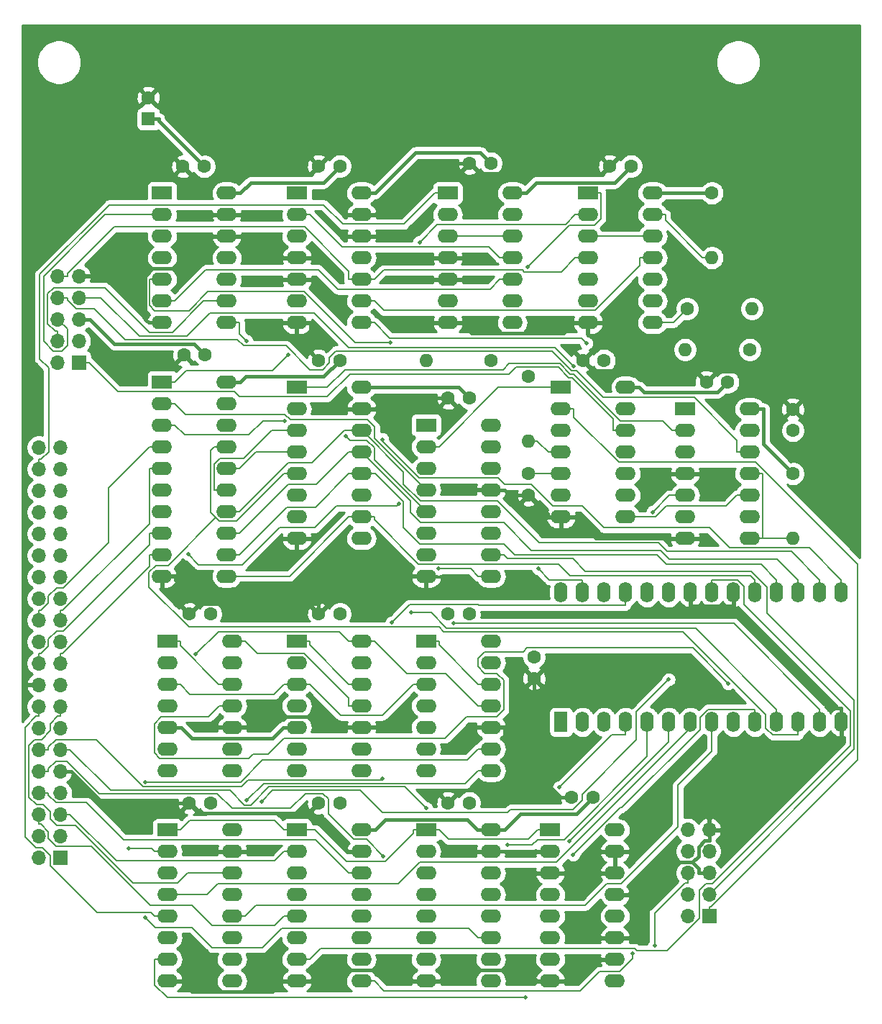
<source format=gbl>
G04 #@! TF.GenerationSoftware,KiCad,Pcbnew,(5.1.9)-1*
G04 #@! TF.CreationDate,2025-10-08T16:02:49+09:00*
G04 #@! TF.ProjectId,MZ-80B_GRAM1,4d5a2d38-3042-45f4-9752-414d312e6b69,rev?*
G04 #@! TF.SameCoordinates,PX53920b0PY93c3260*
G04 #@! TF.FileFunction,Copper,L2,Bot*
G04 #@! TF.FilePolarity,Positive*
%FSLAX46Y46*%
G04 Gerber Fmt 4.6, Leading zero omitted, Abs format (unit mm)*
G04 Created by KiCad (PCBNEW (5.1.9)-1) date 2025-10-08 16:02:49*
%MOMM*%
%LPD*%
G01*
G04 APERTURE LIST*
G04 #@! TA.AperFunction,ComponentPad*
%ADD10C,1.600000*%
G04 #@! TD*
G04 #@! TA.AperFunction,ComponentPad*
%ADD11O,1.600000X1.600000*%
G04 #@! TD*
G04 #@! TA.AperFunction,ComponentPad*
%ADD12O,1.600000X2.400000*%
G04 #@! TD*
G04 #@! TA.AperFunction,ComponentPad*
%ADD13R,1.600000X2.400000*%
G04 #@! TD*
G04 #@! TA.AperFunction,ComponentPad*
%ADD14O,2.400000X1.600000*%
G04 #@! TD*
G04 #@! TA.AperFunction,ComponentPad*
%ADD15R,2.400000X1.600000*%
G04 #@! TD*
G04 #@! TA.AperFunction,ComponentPad*
%ADD16O,1.700000X1.700000*%
G04 #@! TD*
G04 #@! TA.AperFunction,ComponentPad*
%ADD17R,1.700000X1.700000*%
G04 #@! TD*
G04 #@! TA.AperFunction,ComponentPad*
%ADD18R,1.600000X1.600000*%
G04 #@! TD*
G04 #@! TA.AperFunction,ViaPad*
%ADD19C,0.500000*%
G04 #@! TD*
G04 #@! TA.AperFunction,Conductor*
%ADD20C,0.400000*%
G04 #@! TD*
G04 #@! TA.AperFunction,Conductor*
%ADD21C,0.200000*%
G04 #@! TD*
G04 #@! TA.AperFunction,Conductor*
%ADD22C,0.254000*%
G04 #@! TD*
G04 #@! TA.AperFunction,Conductor*
%ADD23C,0.100000*%
G04 #@! TD*
G04 APERTURE END LIST*
D10*
X60325000Y104095000D03*
X60325000Y106595000D03*
X91440000Y111675000D03*
X91440000Y114175000D03*
D11*
X91440000Y98975000D03*
D10*
X91440000Y106595000D03*
X86360000Y121200000D03*
D11*
X78740000Y121200000D03*
D10*
X55880000Y119930000D03*
D11*
X48260000Y119930000D03*
X81915000Y131995000D03*
D10*
X81915000Y139615000D03*
D12*
X64135000Y92625000D03*
X97155000Y77385000D03*
X66675000Y92625000D03*
X94615000Y77385000D03*
X69215000Y92625000D03*
X92075000Y77385000D03*
X71755000Y92625000D03*
X89535000Y77385000D03*
X74295000Y92625000D03*
X86995000Y77385000D03*
X76835000Y92625000D03*
X84455000Y77385000D03*
X79375000Y92625000D03*
X81915000Y77385000D03*
X81915000Y92625000D03*
X79375000Y77385000D03*
X84455000Y92625000D03*
X76835000Y77385000D03*
X86995000Y92625000D03*
X74295000Y77385000D03*
X89535000Y92625000D03*
X71755000Y77385000D03*
X92075000Y92625000D03*
X69215000Y77385000D03*
X94615000Y92625000D03*
X66675000Y77385000D03*
X97155000Y92625000D03*
D13*
X64135000Y77385000D03*
D14*
X25400000Y64685000D03*
X17780000Y46905000D03*
X25400000Y62145000D03*
X17780000Y49445000D03*
X25400000Y59605000D03*
X17780000Y51985000D03*
X25400000Y57065000D03*
X17780000Y54525000D03*
X25400000Y54525000D03*
X17780000Y57065000D03*
X25400000Y51985000D03*
X17780000Y59605000D03*
X25400000Y49445000D03*
X17780000Y62145000D03*
X25400000Y46905000D03*
D15*
X17780000Y64685000D03*
D14*
X40640000Y64685000D03*
X33020000Y46905000D03*
X40640000Y62145000D03*
X33020000Y49445000D03*
X40640000Y59605000D03*
X33020000Y51985000D03*
X40640000Y57065000D03*
X33020000Y54525000D03*
X40640000Y54525000D03*
X33020000Y57065000D03*
X40640000Y51985000D03*
X33020000Y59605000D03*
X40640000Y49445000D03*
X33020000Y62145000D03*
X40640000Y46905000D03*
D15*
X33020000Y64685000D03*
X48260000Y64685000D03*
D14*
X55880000Y46905000D03*
X48260000Y62145000D03*
X55880000Y49445000D03*
X48260000Y59605000D03*
X55880000Y51985000D03*
X48260000Y57065000D03*
X55880000Y54525000D03*
X48260000Y54525000D03*
X55880000Y57065000D03*
X48260000Y51985000D03*
X55880000Y59605000D03*
X48260000Y49445000D03*
X55880000Y62145000D03*
X48260000Y46905000D03*
X55880000Y64685000D03*
D15*
X62865000Y64685000D03*
D14*
X70485000Y46905000D03*
X62865000Y62145000D03*
X70485000Y49445000D03*
X62865000Y59605000D03*
X70485000Y51985000D03*
X62865000Y57065000D03*
X70485000Y54525000D03*
X62865000Y54525000D03*
X70485000Y57065000D03*
X62865000Y51985000D03*
X70485000Y59605000D03*
X62865000Y49445000D03*
X70485000Y62145000D03*
X62865000Y46905000D03*
X70485000Y64685000D03*
X25400000Y86910000D03*
X17780000Y71670000D03*
X25400000Y84370000D03*
X17780000Y74210000D03*
X25400000Y81830000D03*
X17780000Y76750000D03*
X25400000Y79290000D03*
X17780000Y79290000D03*
X25400000Y76750000D03*
X17780000Y81830000D03*
X25400000Y74210000D03*
X17780000Y84370000D03*
X25400000Y71670000D03*
D15*
X17780000Y86910000D03*
X33020000Y86910000D03*
D14*
X40640000Y71670000D03*
X33020000Y84370000D03*
X40640000Y74210000D03*
X33020000Y81830000D03*
X40640000Y76750000D03*
X33020000Y79290000D03*
X40640000Y79290000D03*
X33020000Y76750000D03*
X40640000Y81830000D03*
X33020000Y74210000D03*
X40640000Y84370000D03*
X33020000Y71670000D03*
X40640000Y86910000D03*
X55880000Y86910000D03*
X48260000Y71670000D03*
X55880000Y84370000D03*
X48260000Y74210000D03*
X55880000Y81830000D03*
X48260000Y76750000D03*
X55880000Y79290000D03*
X48260000Y79290000D03*
X55880000Y76750000D03*
X48260000Y81830000D03*
X55880000Y74210000D03*
X48260000Y84370000D03*
X55880000Y71670000D03*
D15*
X48260000Y86910000D03*
D14*
X24765000Y117390000D03*
X17145000Y94530000D03*
X24765000Y114850000D03*
X17145000Y97070000D03*
X24765000Y112310000D03*
X17145000Y99610000D03*
X24765000Y109770000D03*
X17145000Y102150000D03*
X24765000Y107230000D03*
X17145000Y104690000D03*
X24765000Y104690000D03*
X17145000Y107230000D03*
X24765000Y102150000D03*
X17145000Y109770000D03*
X24765000Y99610000D03*
X17145000Y112310000D03*
X24765000Y97070000D03*
X17145000Y114850000D03*
X24765000Y94530000D03*
D15*
X17145000Y117390000D03*
D14*
X71755000Y116755000D03*
X64135000Y101515000D03*
X71755000Y114215000D03*
X64135000Y104055000D03*
X71755000Y111675000D03*
X64135000Y106595000D03*
X71755000Y109135000D03*
X64135000Y109135000D03*
X71755000Y106595000D03*
X64135000Y111675000D03*
X71755000Y104055000D03*
X64135000Y114215000D03*
X71755000Y101515000D03*
D15*
X64135000Y116755000D03*
D14*
X86360000Y114215000D03*
X78740000Y98975000D03*
X86360000Y111675000D03*
X78740000Y101515000D03*
X86360000Y109135000D03*
X78740000Y104055000D03*
X86360000Y106595000D03*
X78740000Y106595000D03*
X86360000Y104055000D03*
X78740000Y109135000D03*
X86360000Y101515000D03*
X78740000Y111675000D03*
X86360000Y98975000D03*
D15*
X78740000Y114215000D03*
D14*
X24765000Y139615000D03*
X17145000Y124375000D03*
X24765000Y137075000D03*
X17145000Y126915000D03*
X24765000Y134535000D03*
X17145000Y129455000D03*
X24765000Y131995000D03*
X17145000Y131995000D03*
X24765000Y129455000D03*
X17145000Y134535000D03*
X24765000Y126915000D03*
X17145000Y137075000D03*
X24765000Y124375000D03*
D15*
X17145000Y139615000D03*
X33020000Y139615000D03*
D14*
X40640000Y124375000D03*
X33020000Y137075000D03*
X40640000Y126915000D03*
X33020000Y134535000D03*
X40640000Y129455000D03*
X33020000Y131995000D03*
X40640000Y131995000D03*
X33020000Y129455000D03*
X40640000Y134535000D03*
X33020000Y126915000D03*
X40640000Y137075000D03*
X33020000Y124375000D03*
X40640000Y139615000D03*
D15*
X50800000Y139615000D03*
D14*
X58420000Y124375000D03*
X50800000Y137075000D03*
X58420000Y126915000D03*
X50800000Y134535000D03*
X58420000Y129455000D03*
X50800000Y131995000D03*
X58420000Y131995000D03*
X50800000Y129455000D03*
X58420000Y134535000D03*
X50800000Y126915000D03*
X58420000Y137075000D03*
X50800000Y124375000D03*
X58420000Y139615000D03*
D15*
X67310000Y139615000D03*
D14*
X74930000Y124375000D03*
X67310000Y137075000D03*
X74930000Y126915000D03*
X67310000Y134535000D03*
X74930000Y129455000D03*
X67310000Y131995000D03*
X74930000Y131995000D03*
X67310000Y129455000D03*
X74930000Y134535000D03*
X67310000Y126915000D03*
X74930000Y137075000D03*
X67310000Y124375000D03*
X74930000Y139615000D03*
D10*
X20360000Y67860000D03*
X22860000Y67860000D03*
X53340000Y67860000D03*
X50840000Y67860000D03*
X53340000Y115485000D03*
X50840000Y115485000D03*
X81280000Y117390000D03*
X83780000Y117390000D03*
X19725000Y120565000D03*
X22225000Y120565000D03*
X35600000Y67860000D03*
X38100000Y67860000D03*
X22098000Y142748000D03*
X19598000Y142748000D03*
X53340000Y90085000D03*
X50840000Y90085000D03*
X66715000Y119930000D03*
X69215000Y119930000D03*
X67905000Y68495000D03*
X65405000Y68495000D03*
X55880000Y143130000D03*
X53380000Y143130000D03*
X35600000Y90085000D03*
X38100000Y90085000D03*
X38100000Y142790000D03*
X35600000Y142790000D03*
X69890000Y142790000D03*
X72390000Y142790000D03*
X22860000Y90085000D03*
X20360000Y90085000D03*
X60960000Y82505000D03*
X60960000Y85005000D03*
X35600000Y119930000D03*
X38100000Y119930000D03*
D16*
X2620000Y109690000D03*
X5160000Y109690000D03*
X2620000Y107150000D03*
X5160000Y107150000D03*
X2620000Y104610000D03*
X5160000Y104610000D03*
X2620000Y102070000D03*
X5160000Y102070000D03*
X2620000Y99530000D03*
X5160000Y99530000D03*
X2620000Y96990000D03*
X5160000Y96990000D03*
X2620000Y94450000D03*
X5160000Y94450000D03*
X2620000Y91910000D03*
X5160000Y91910000D03*
X2620000Y89370000D03*
X5160000Y89370000D03*
X2620000Y86830000D03*
X5160000Y86830000D03*
X2620000Y84290000D03*
X5160000Y84290000D03*
X2620000Y81750000D03*
X5160000Y81750000D03*
X2620000Y79210000D03*
X5160000Y79210000D03*
X2620000Y76670000D03*
X5160000Y76670000D03*
X2620000Y74130000D03*
X5160000Y74130000D03*
X2620000Y71590000D03*
X5160000Y71590000D03*
X2620000Y69050000D03*
X5160000Y69050000D03*
X2620000Y66510000D03*
X5160000Y66510000D03*
X2620000Y63970000D03*
X5160000Y63970000D03*
X2620000Y61430000D03*
D17*
X5160000Y61430000D03*
D16*
X4826000Y129836000D03*
X7366000Y129836000D03*
X4826000Y127296000D03*
X7366000Y127296000D03*
X4826000Y124756000D03*
X7366000Y124756000D03*
X4826000Y122216000D03*
X7366000Y122216000D03*
X4826000Y119676000D03*
D17*
X7366000Y119676000D03*
D10*
X15536000Y150836000D03*
D18*
X15536000Y148336000D03*
D14*
X40640000Y116755000D03*
X33020000Y98975000D03*
X40640000Y114215000D03*
X33020000Y101515000D03*
X40640000Y111675000D03*
X33020000Y104055000D03*
X40640000Y109135000D03*
X33020000Y106595000D03*
X40640000Y106595000D03*
X33020000Y109135000D03*
X40640000Y104055000D03*
X33020000Y111675000D03*
X40640000Y101515000D03*
X33020000Y114215000D03*
X40640000Y98975000D03*
D15*
X33020000Y116755000D03*
X48260000Y112310000D03*
D14*
X55880000Y94530000D03*
X48260000Y109770000D03*
X55880000Y97070000D03*
X48260000Y107230000D03*
X55880000Y99610000D03*
X48260000Y104690000D03*
X55880000Y102150000D03*
X48260000Y102150000D03*
X55880000Y104690000D03*
X48260000Y99610000D03*
X55880000Y107230000D03*
X48260000Y97070000D03*
X55880000Y109770000D03*
X48260000Y94530000D03*
X55880000Y112310000D03*
D11*
X86620000Y126000000D03*
D10*
X79000000Y126000000D03*
X60325000Y118025000D03*
D11*
X60325000Y110405000D03*
D16*
X79045000Y64694000D03*
X81585000Y64694000D03*
X79045000Y62154000D03*
X81585000Y62154000D03*
X79045000Y59614000D03*
X81585000Y59614000D03*
X79045000Y57074000D03*
X81585000Y57074000D03*
X79045000Y54534000D03*
D17*
X81585000Y54534000D03*
D19*
X35138700Y77349800D03*
X65121200Y63330500D03*
X38784100Y111031400D03*
X31578700Y112820000D03*
X45026700Y103048700D03*
X20267900Y97103300D03*
X13182300Y62487100D03*
X15168700Y54405000D03*
X43081600Y70743700D03*
X48233200Y67266000D03*
X43227400Y61560600D03*
X31989300Y120578900D03*
X75148700Y51039500D03*
X65626400Y119245800D03*
X43095000Y110636700D03*
X63902200Y69661900D03*
X57818000Y62914900D03*
X59958200Y44968200D03*
X76835000Y82382700D03*
X28852100Y68032500D03*
X65575800Y61784000D03*
X72600900Y50157900D03*
X46482800Y90261200D03*
X44208800Y89108200D03*
X51515700Y88973900D03*
X61450600Y95415400D03*
X27108500Y68169500D03*
X21075000Y85343500D03*
X15125200Y70326400D03*
X83834600Y81926200D03*
X74917700Y102086900D03*
X47464500Y133837300D03*
X49668000Y95405500D03*
X27118200Y122226000D03*
X44029800Y122000000D03*
X60219600Y130913900D03*
X67120900Y121955400D03*
D20*
X24765000Y139615000D02*
X26365300Y139615000D01*
X26365300Y139615000D02*
X27567500Y140817200D01*
X27567500Y140817200D02*
X36127200Y140817200D01*
X36127200Y140817200D02*
X38100000Y142790000D01*
X24765000Y117390000D02*
X26365300Y117390000D01*
X26365300Y117390000D02*
X26995400Y118020100D01*
X26995400Y118020100D02*
X36190100Y118020100D01*
X36190100Y118020100D02*
X38100000Y119930000D01*
X40640000Y139615000D02*
X42240300Y139615000D01*
X42240300Y139615000D02*
X46977000Y144351700D01*
X46977000Y144351700D02*
X54658300Y144351700D01*
X54658300Y144351700D02*
X55880000Y143130000D01*
X8616300Y124756000D02*
X11497300Y121875000D01*
X11497300Y121875000D02*
X20915000Y121875000D01*
X20915000Y121875000D02*
X22225000Y120565000D01*
X17780000Y76750000D02*
X19380300Y76750000D01*
X33020000Y76750000D02*
X31419700Y76750000D01*
X31419700Y76750000D02*
X30149800Y75480100D01*
X30149800Y75480100D02*
X20650200Y75480100D01*
X20650200Y75480100D02*
X19380300Y76750000D01*
X86360000Y114215000D02*
X87960300Y114215000D01*
X55880000Y64685000D02*
X54279700Y64685000D01*
X40640000Y64685000D02*
X42240300Y64685000D01*
X42240300Y64685000D02*
X43440600Y65885300D01*
X43440600Y65885300D02*
X53079400Y65885300D01*
X53079400Y65885300D02*
X54279700Y64685000D01*
X87960300Y114215000D02*
X87960300Y110074700D01*
X87960300Y110074700D02*
X91440000Y106595000D01*
X74930000Y139615000D02*
X81915000Y139615000D01*
X71755000Y116755000D02*
X73355300Y116755000D01*
X83780000Y117390000D02*
X82575500Y116185500D01*
X82575500Y116185500D02*
X73924800Y116185500D01*
X73924800Y116185500D02*
X73355300Y116755000D01*
X55880000Y64685000D02*
X57480300Y64685000D01*
X57480300Y64685000D02*
X59373200Y66577900D01*
X59373200Y66577900D02*
X65987900Y66577900D01*
X65987900Y66577900D02*
X67905000Y68495000D01*
X40640000Y116755000D02*
X42240300Y116755000D01*
X53340000Y115485000D02*
X52070000Y116755000D01*
X52070000Y116755000D02*
X42240300Y116755000D01*
X7366000Y124756000D02*
X8616300Y124756000D01*
X15536000Y148336000D02*
X16736300Y148336000D01*
X22098000Y142748000D02*
X16736300Y148109700D01*
X16736300Y148109700D02*
X16736300Y148336000D01*
X58420000Y139615000D02*
X60020300Y139615000D01*
X60020300Y139615000D02*
X61220600Y140815300D01*
X61220600Y140815300D02*
X70415300Y140815300D01*
X70415300Y140815300D02*
X72390000Y142790000D01*
X60960000Y82505000D02*
X60960000Y80229700D01*
X60960000Y80229700D02*
X57480300Y76750000D01*
X55880000Y76750000D02*
X57480300Y76750000D01*
X65405000Y68495000D02*
X64135000Y68495000D01*
X64135000Y68495000D02*
X57480300Y75149700D01*
X57480300Y75149700D02*
X57480300Y76750000D01*
X70485000Y57065000D02*
X72085300Y57065000D01*
X67310000Y124375000D02*
X65709700Y124375000D01*
X50800000Y124375000D02*
X52400300Y124375000D01*
X52400300Y124375000D02*
X53641700Y123133600D01*
X53641700Y123133600D02*
X64468300Y123133600D01*
X64468300Y123133600D02*
X65709700Y124375000D01*
X60325000Y104095000D02*
X58075300Y104095000D01*
X58075300Y104095000D02*
X57480300Y104690000D01*
X62534700Y101515000D02*
X62534700Y101885300D01*
X62534700Y101885300D02*
X60325000Y104095000D01*
X55880000Y104690000D02*
X57480300Y104690000D01*
X79582800Y60884000D02*
X80334700Y60132100D01*
X80334700Y60132100D02*
X80334700Y59614000D01*
X72085300Y57065000D02*
X75904300Y60884000D01*
X75904300Y60884000D02*
X79582800Y60884000D01*
X79582800Y60884000D02*
X80315000Y61616200D01*
X80315000Y61616200D02*
X80315000Y62691800D01*
X80315000Y62691800D02*
X81066900Y63443700D01*
X81066900Y63443700D02*
X81585000Y63443700D01*
X81585000Y64694000D02*
X81585000Y63443700D01*
X81585000Y59614000D02*
X80334700Y59614000D01*
X48260000Y46905000D02*
X49860300Y46905000D01*
X62865000Y46905000D02*
X61264700Y46905000D01*
X61264700Y46905000D02*
X59994800Y48174900D01*
X59994800Y48174900D02*
X51130200Y48174900D01*
X51130200Y48174900D02*
X49860300Y46905000D01*
X68884700Y49445000D02*
X66344700Y46905000D01*
X66344700Y46905000D02*
X62865000Y46905000D01*
X15140200Y129836000D02*
X15140200Y124779500D01*
X15140200Y124779500D02*
X15544700Y124375000D01*
X23164700Y134535000D02*
X19349800Y130720100D01*
X19349800Y130720100D02*
X16024300Y130720100D01*
X16024300Y130720100D02*
X15140200Y129836000D01*
X15140200Y129836000D02*
X8616300Y129836000D01*
X17145000Y124375000D02*
X15544700Y124375000D01*
X7366000Y129836000D02*
X8616300Y129836000D01*
X24765000Y134535000D02*
X23164700Y134535000D01*
X31419700Y131995000D02*
X28879700Y134535000D01*
X28879700Y134535000D02*
X24765000Y134535000D01*
X33020000Y124375000D02*
X34620300Y124375000D01*
X34620300Y124375000D02*
X34620300Y120909700D01*
X34620300Y120909700D02*
X35600000Y119930000D01*
X40640000Y114215000D02*
X42240300Y114215000D01*
X42240300Y114215000D02*
X43510300Y115485000D01*
X43510300Y115485000D02*
X50840000Y115485000D01*
X42240300Y137075000D02*
X48295300Y143130000D01*
X48295300Y143130000D02*
X53380000Y143130000D01*
X34462400Y66722400D02*
X35600000Y67860000D01*
X20360000Y67860000D02*
X21560400Y66659600D01*
X21560400Y66659600D02*
X34399600Y66659600D01*
X34399600Y66659600D02*
X34462400Y66722400D01*
X34462400Y66722400D02*
X39039700Y62145000D01*
X40640000Y62145000D02*
X39039700Y62145000D01*
X6410300Y71590000D02*
X10140300Y67860000D01*
X10140300Y67860000D02*
X20360000Y67860000D01*
X70485000Y59605000D02*
X68884700Y59605000D01*
X62865000Y59605000D02*
X64465300Y59605000D01*
X64465300Y59605000D02*
X68884700Y59605000D01*
X33020000Y46905000D02*
X34620300Y46905000D01*
X48260000Y46905000D02*
X46659700Y46905000D01*
X46659700Y46905000D02*
X45389800Y48174900D01*
X45389800Y48174900D02*
X35890200Y48174900D01*
X35890200Y48174900D02*
X34620300Y46905000D01*
X33020000Y131995000D02*
X31419700Y131995000D01*
X81280000Y117390000D02*
X82489200Y118599200D01*
X82489200Y118599200D02*
X87015800Y118599200D01*
X87015800Y118599200D02*
X91440000Y114175000D01*
X66715000Y119930000D02*
X67953300Y118691700D01*
X67953300Y118691700D02*
X79978300Y118691700D01*
X79978300Y118691700D02*
X81280000Y117390000D01*
X97155000Y77385000D02*
X97155000Y78985300D01*
X97155000Y78985300D02*
X96494400Y78985300D01*
X96494400Y78985300D02*
X84455000Y91024700D01*
X84455000Y92625000D02*
X84455000Y91024700D01*
X79375000Y92625000D02*
X79375000Y91024700D01*
X79375000Y91024700D02*
X84455000Y91024700D01*
X46659700Y94530000D02*
X38835800Y94530000D01*
X38835800Y94530000D02*
X35600000Y91294200D01*
X48260000Y94530000D02*
X46659700Y94530000D01*
X17145000Y94530000D02*
X18745300Y94530000D01*
X21569200Y91294200D02*
X18745300Y94118100D01*
X18745300Y94118100D02*
X18745300Y94530000D01*
X35600000Y91294200D02*
X21569200Y91294200D01*
X21569200Y91294200D02*
X20360000Y90085000D01*
X35600000Y91294200D02*
X35600000Y90085000D01*
X31419700Y46905000D02*
X30173900Y45659200D01*
X30173900Y45659200D02*
X20626100Y45659200D01*
X20626100Y45659200D02*
X19380300Y46905000D01*
X55880000Y62145000D02*
X57480300Y62145000D01*
X62865000Y62145000D02*
X61264700Y62145000D01*
X61264700Y62145000D02*
X57480300Y62145000D01*
X64135000Y101515000D02*
X65735300Y101515000D01*
X78740000Y98975000D02*
X68275300Y98975000D01*
X68275300Y98975000D02*
X65735300Y101515000D01*
X33020000Y46905000D02*
X31419700Y46905000D01*
X17780000Y46905000D02*
X19380300Y46905000D01*
X35138700Y77349800D02*
X34507200Y77981300D01*
X34507200Y77981300D02*
X28231600Y77981300D01*
X28231600Y77981300D02*
X27000300Y76750000D01*
X35138700Y77349800D02*
X35738500Y76750000D01*
X35738500Y76750000D02*
X40640000Y76750000D01*
X70485000Y49445000D02*
X68884700Y49445000D01*
X25400000Y76750000D02*
X27000300Y76750000D01*
X5160000Y71590000D02*
X6410300Y71590000D01*
X64135000Y101515000D02*
X62534700Y101515000D01*
X69890000Y142790000D02*
X69027100Y141927100D01*
X69027100Y141927100D02*
X54582900Y141927100D01*
X54582900Y141927100D02*
X53380000Y143130000D01*
X40640000Y137075000D02*
X42240300Y137075000D01*
D21*
X23489300Y101447900D02*
X17841400Y95800000D01*
X17841400Y95800000D02*
X16405600Y95800000D01*
X16405600Y95800000D02*
X15618300Y95012700D01*
X15618300Y95012700D02*
X15618300Y93256400D01*
X15618300Y93256400D02*
X20316800Y88557900D01*
X20316800Y88557900D02*
X49748200Y88557900D01*
X49748200Y88557900D02*
X50287000Y88019100D01*
X50287000Y88019100D02*
X78520000Y88019100D01*
X78520000Y88019100D02*
X88265000Y78274100D01*
X88265000Y78274100D02*
X88265000Y76671100D01*
X88265000Y76671100D02*
X89051400Y75884700D01*
X89051400Y75884700D02*
X92075000Y75884700D01*
X23264700Y109770000D02*
X22864400Y109369700D01*
X22864400Y109369700D02*
X22864400Y102072800D01*
X22864400Y102072800D02*
X23489300Y101447900D01*
X31519700Y106595000D02*
X25943200Y101018500D01*
X25943200Y101018500D02*
X23918700Y101018500D01*
X23918700Y101018500D02*
X23489300Y101447900D01*
X92075000Y77385000D02*
X92075000Y75884700D01*
X24765000Y109770000D02*
X23264700Y109770000D01*
X33020000Y106595000D02*
X31519700Y106595000D01*
X76835000Y77385000D02*
X76835000Y75044300D01*
X76835000Y75044300D02*
X65121200Y63330500D01*
X17145000Y114850000D02*
X18645300Y114850000D01*
X18645300Y114850000D02*
X19908400Y113586900D01*
X19908400Y113586900D02*
X31608600Y113586900D01*
X31608600Y113586900D02*
X32250500Y112945000D01*
X32250500Y112945000D02*
X41337700Y112945000D01*
X41337700Y112945000D02*
X42195300Y112087400D01*
X42195300Y112087400D02*
X42195300Y110754700D01*
X42195300Y110754700D02*
X48260000Y104690000D01*
X18645300Y112310000D02*
X19789300Y111166000D01*
X19789300Y111166000D02*
X27395200Y111166000D01*
X27395200Y111166000D02*
X29049200Y112820000D01*
X29049200Y112820000D02*
X31578700Y112820000D01*
X17145000Y112310000D02*
X18645300Y112310000D01*
X38784100Y111031400D02*
X39268800Y110546700D01*
X39268800Y110546700D02*
X41270700Y110546700D01*
X41270700Y110546700D02*
X42140400Y109677000D01*
X42140400Y109677000D02*
X42140400Y108269600D01*
X42140400Y108269600D02*
X48260000Y102150000D01*
X20267900Y97103300D02*
X21464600Y95906600D01*
X21464600Y95906600D02*
X26631500Y95906600D01*
X26631500Y95906600D02*
X30969900Y100245000D01*
X30969900Y100245000D02*
X35184500Y100245000D01*
X35184500Y100245000D02*
X37724500Y102785000D01*
X37724500Y102785000D02*
X44763000Y102785000D01*
X44763000Y102785000D02*
X45026700Y103048700D01*
X17145000Y109770000D02*
X15644700Y109770000D01*
X15644700Y109770000D02*
X10835900Y104961200D01*
X10835900Y104961200D02*
X10835900Y98496700D01*
X10835900Y98496700D02*
X5519200Y93180000D01*
X5519200Y93180000D02*
X4741500Y93180000D01*
X4741500Y93180000D02*
X3770300Y92208800D01*
X3770300Y92208800D02*
X3770300Y91382900D01*
X3770300Y91382900D02*
X2907700Y90520300D01*
X2907700Y90520300D02*
X2620000Y90520300D01*
X2620000Y89370000D02*
X2620000Y90520300D01*
X17145000Y107230000D02*
X15644700Y107230000D01*
X5160000Y89370000D02*
X5160000Y90520300D01*
X5160000Y90520300D02*
X5447600Y90520300D01*
X5447600Y90520300D02*
X15644700Y100717400D01*
X15644700Y100717400D02*
X15644700Y107230000D01*
X17145000Y99610000D02*
X15644700Y99610000D01*
X2620000Y84290000D02*
X2620000Y85440300D01*
X2620000Y85440300D02*
X2907700Y85440300D01*
X2907700Y85440300D02*
X3770300Y86302900D01*
X3770300Y86302900D02*
X3770300Y87128800D01*
X3770300Y87128800D02*
X4741500Y88100000D01*
X4741500Y88100000D02*
X5523300Y88100000D01*
X5523300Y88100000D02*
X15644700Y98221400D01*
X15644700Y98221400D02*
X15644700Y99610000D01*
X17145000Y97070000D02*
X15644700Y97070000D01*
X5160000Y84290000D02*
X5160000Y85440300D01*
X5160000Y85440300D02*
X5400100Y85440300D01*
X5400100Y85440300D02*
X15644700Y95684900D01*
X15644700Y95684900D02*
X15644700Y97070000D01*
X39139700Y59605000D02*
X35188000Y63556700D01*
X35188000Y63556700D02*
X12603700Y63556700D01*
X12603700Y63556700D02*
X8260700Y67899700D01*
X8260700Y67899700D02*
X4632900Y67899700D01*
X4632900Y67899700D02*
X3770300Y68762300D01*
X3770300Y68762300D02*
X3770300Y69050000D01*
X40640000Y59605000D02*
X39139700Y59605000D01*
X2620000Y69050000D02*
X3770300Y69050000D01*
X17780000Y54525000D02*
X16279700Y54525000D01*
X2620000Y79210000D02*
X2620000Y78059700D01*
X2620000Y78059700D02*
X2332400Y78059700D01*
X2332400Y78059700D02*
X1010800Y76738100D01*
X1010800Y76738100D02*
X1010800Y63877800D01*
X1010800Y63877800D02*
X2295800Y62592800D01*
X2295800Y62592800D02*
X3093400Y62592800D01*
X3093400Y62592800D02*
X4009600Y61676600D01*
X4009600Y61676600D02*
X4009600Y60454200D01*
X4009600Y60454200D02*
X9482900Y54980900D01*
X9482900Y54980900D02*
X15823800Y54980900D01*
X15823800Y54980900D02*
X16279700Y54525000D01*
X5160000Y79210000D02*
X5160000Y78059700D01*
X5160000Y78059700D02*
X4872300Y78059700D01*
X4872300Y78059700D02*
X4009700Y77197100D01*
X4009700Y77197100D02*
X4009700Y76371200D01*
X4009700Y76371200D02*
X2965800Y75327300D01*
X2965800Y75327300D02*
X2155900Y75327300D01*
X2155900Y75327300D02*
X1457700Y74629100D01*
X1457700Y74629100D02*
X1457700Y68559300D01*
X1457700Y68559300D02*
X2356600Y67660400D01*
X2356600Y67660400D02*
X3158100Y67660400D01*
X3158100Y67660400D02*
X4009600Y66808900D01*
X4009600Y66808900D02*
X4009600Y65971900D01*
X4009600Y65971900D02*
X4741500Y65240000D01*
X4741500Y65240000D02*
X6973800Y65240000D01*
X6973800Y65240000D02*
X13749400Y58464400D01*
X13749400Y58464400D02*
X19009400Y58464400D01*
X19009400Y58464400D02*
X20150000Y59605000D01*
X20150000Y59605000D02*
X25400000Y59605000D01*
X2620000Y65359700D02*
X2907700Y65359700D01*
X2907700Y65359700D02*
X3770300Y64497100D01*
X3770300Y64497100D02*
X3770300Y63704300D01*
X3770300Y63704300D02*
X4681700Y62792900D01*
X4681700Y62792900D02*
X8784100Y62792900D01*
X8784100Y62792900D02*
X15782200Y55794800D01*
X15782200Y55794800D02*
X20638200Y55794800D01*
X20638200Y55794800D02*
X23010000Y53423000D01*
X23010000Y53423000D02*
X30417700Y53423000D01*
X30417700Y53423000D02*
X31519700Y54525000D01*
X33020000Y54525000D02*
X31519700Y54525000D01*
X2620000Y66510000D02*
X2620000Y65359700D01*
X17780000Y62145000D02*
X16279700Y62145000D01*
X13182300Y62487100D02*
X15937600Y62487100D01*
X15937600Y62487100D02*
X16279700Y62145000D01*
X31519700Y62145000D02*
X30419400Y61044700D01*
X30419400Y61044700D02*
X11775600Y61044700D01*
X11775600Y61044700D02*
X6310300Y66510000D01*
X33020000Y62145000D02*
X31519700Y62145000D01*
X5160000Y66510000D02*
X6310300Y66510000D01*
X55880000Y51985000D02*
X54379700Y51985000D01*
X15168700Y54405000D02*
X16350800Y53222900D01*
X16350800Y53222900D02*
X20670100Y53222900D01*
X20670100Y53222900D02*
X23037100Y50855900D01*
X23037100Y50855900D02*
X28975400Y50855900D01*
X28975400Y50855900D02*
X31215700Y53096200D01*
X31215700Y53096200D02*
X53268500Y53096200D01*
X53268500Y53096200D02*
X54379700Y51985000D01*
X3770300Y74130000D02*
X3770300Y74417600D01*
X3770300Y74417600D02*
X4656000Y75303300D01*
X4656000Y75303300D02*
X9370000Y75303300D01*
X9370000Y75303300D02*
X14897200Y69776100D01*
X14897200Y69776100D02*
X26466700Y69776100D01*
X26466700Y69776100D02*
X27260200Y70569600D01*
X27260200Y70569600D02*
X42907500Y70569600D01*
X42907500Y70569600D02*
X43081600Y70743700D01*
X2620000Y74130000D02*
X3770300Y74130000D01*
X6310300Y74130000D02*
X11064500Y69375800D01*
X11064500Y69375800D02*
X25124000Y69375800D01*
X25124000Y69375800D02*
X26880600Y67619200D01*
X26880600Y67619200D02*
X27580200Y67619200D01*
X27580200Y67619200D02*
X29724600Y69763600D01*
X29724600Y69763600D02*
X45735600Y69763600D01*
X45735600Y69763600D02*
X48233200Y67266000D01*
X5160000Y74130000D02*
X6310300Y74130000D01*
X3770300Y71590000D02*
X3770300Y71877600D01*
X3770300Y71877600D02*
X4673300Y72780600D01*
X4673300Y72780600D02*
X5927500Y72780600D01*
X5927500Y72780600D02*
X9732600Y68975500D01*
X9732600Y68975500D02*
X23632100Y68975500D01*
X23632100Y68975500D02*
X25388700Y67218900D01*
X25388700Y67218900D02*
X32277200Y67218900D01*
X32277200Y67218900D02*
X34021200Y68962900D01*
X34021200Y68962900D02*
X36081100Y68962900D01*
X36081100Y68962900D02*
X36729400Y68314600D01*
X36729400Y68314600D02*
X36729400Y66599400D01*
X36729400Y66599400D02*
X39744200Y63584600D01*
X39744200Y63584600D02*
X41203400Y63584600D01*
X41203400Y63584600D02*
X43227400Y61560600D01*
X2620000Y71590000D02*
X3770300Y71590000D01*
X18645300Y117390000D02*
X19968100Y118712800D01*
X19968100Y118712800D02*
X30123200Y118712800D01*
X30123200Y118712800D02*
X31989300Y120578900D01*
X17145000Y117390000D02*
X18645300Y117390000D01*
X50800000Y139615000D02*
X49299700Y139615000D01*
X2620000Y107150000D02*
X2620000Y108300300D01*
X2620000Y108300300D02*
X2907600Y108300300D01*
X2907600Y108300300D02*
X3782800Y109175500D01*
X3782800Y109175500D02*
X3782800Y119059900D01*
X3782800Y119059900D02*
X2757300Y120085400D01*
X2757300Y120085400D02*
X2757300Y130032900D01*
X2757300Y130032900D02*
X10946500Y138222100D01*
X10946500Y138222100D02*
X36164900Y138222100D01*
X36164900Y138222100D02*
X38430900Y135956100D01*
X38430900Y135956100D02*
X45640800Y135956100D01*
X45640800Y135956100D02*
X49299700Y139615000D01*
X25400000Y54525000D02*
X26900300Y54525000D01*
X26900300Y54525000D02*
X28170300Y55795000D01*
X28170300Y55795000D02*
X66986800Y55795000D01*
X66986800Y55795000D02*
X69526800Y58335000D01*
X69526800Y58335000D02*
X71174800Y58335000D01*
X71174800Y58335000D02*
X77890900Y65051100D01*
X77890900Y65051100D02*
X77890900Y69919100D01*
X77890900Y69919100D02*
X81915000Y73943200D01*
X81915000Y73943200D02*
X81915000Y77385000D01*
X64135000Y106595000D02*
X60325000Y106595000D01*
X8516300Y119676000D02*
X11930600Y116261700D01*
X11930600Y116261700D02*
X25658300Y116261700D01*
X25658300Y116261700D02*
X26267800Y115652200D01*
X26267800Y115652200D02*
X36620300Y115652200D01*
X36620300Y115652200D02*
X39252100Y118284000D01*
X39252100Y118284000D02*
X57979300Y118284000D01*
X57979300Y118284000D02*
X58826100Y119130800D01*
X58826100Y119130800D02*
X63831000Y119130800D01*
X63831000Y119130800D02*
X65066900Y117894900D01*
X65066900Y117894900D02*
X65441300Y117894900D01*
X65441300Y117894900D02*
X70254700Y113081500D01*
X70254700Y113081500D02*
X70254700Y111675000D01*
X71755000Y111675000D02*
X70254700Y111675000D01*
X7366000Y119676000D02*
X8516300Y119676000D01*
X4826000Y122216000D02*
X4826000Y123366300D01*
X4826000Y123366300D02*
X4538400Y123366300D01*
X4538400Y123366300D02*
X3667200Y124237500D01*
X3667200Y124237500D02*
X3667200Y127765100D01*
X3667200Y127765100D02*
X4368000Y128465900D01*
X4368000Y128465900D02*
X10437800Y128465900D01*
X10437800Y128465900D02*
X15652300Y123251400D01*
X15652300Y123251400D02*
X18339700Y123251400D01*
X18339700Y123251400D02*
X22003300Y126915000D01*
X22003300Y126915000D02*
X24765000Y126915000D01*
X79045000Y59614000D02*
X79045000Y58463700D01*
X79045000Y58463700D02*
X78757400Y58463700D01*
X78757400Y58463700D02*
X75148700Y54855000D01*
X75148700Y54855000D02*
X75148700Y51039500D01*
X4826000Y124756000D02*
X5976400Y123605600D01*
X5976400Y123605600D02*
X5976400Y121677900D01*
X5976400Y121677900D02*
X5350400Y121051900D01*
X5350400Y121051900D02*
X4313500Y121051900D01*
X4313500Y121051900D02*
X3207000Y122158400D01*
X3207000Y122158400D02*
X3207000Y129844700D01*
X3207000Y129844700D02*
X10437300Y137075000D01*
X10437300Y137075000D02*
X17145000Y137075000D01*
X65626400Y119245800D02*
X63441400Y121430800D01*
X63441400Y121430800D02*
X39119000Y121430800D01*
X39119000Y121430800D02*
X35066900Y125482900D01*
X35066900Y125482900D02*
X22802000Y125482900D01*
X22802000Y125482900D02*
X20094900Y122775800D01*
X20094900Y122775800D02*
X14464300Y122775800D01*
X14464300Y122775800D02*
X9944100Y127296000D01*
X9944100Y127296000D02*
X7366000Y127296000D01*
X5976300Y127296000D02*
X5976300Y127057600D01*
X5976300Y127057600D02*
X7007900Y126026000D01*
X7007900Y126026000D02*
X9149800Y126026000D01*
X9149800Y126026000D02*
X12800400Y122375400D01*
X12800400Y122375400D02*
X26027100Y122375400D01*
X26027100Y122375400D02*
X26737100Y121665400D01*
X26737100Y121665400D02*
X31717800Y121665400D01*
X31717800Y121665400D02*
X34580600Y118802600D01*
X34580600Y118802600D02*
X36035600Y118802600D01*
X36035600Y118802600D02*
X36850000Y119617000D01*
X36850000Y119617000D02*
X36850000Y120271300D01*
X36850000Y120271300D02*
X37609100Y121030400D01*
X37609100Y121030400D02*
X63063600Y121030400D01*
X63063600Y121030400D02*
X65398500Y118695500D01*
X65398500Y118695500D02*
X65965700Y118695500D01*
X65965700Y118695500D02*
X69092800Y115568400D01*
X69092800Y115568400D02*
X79832800Y115568400D01*
X79832800Y115568400D02*
X84859700Y110541500D01*
X84859700Y110541500D02*
X84859700Y109135000D01*
X4826000Y127296000D02*
X5976300Y127296000D01*
X86360000Y109135000D02*
X84859700Y109135000D01*
X40640000Y129455000D02*
X39139700Y129455000D01*
X4826000Y129836000D02*
X5976300Y129836000D01*
X5976300Y129836000D02*
X5976300Y130123600D01*
X5976300Y130123600D02*
X11505800Y135653100D01*
X11505800Y135653100D02*
X33919700Y135653100D01*
X33919700Y135653100D02*
X39139700Y130433100D01*
X39139700Y130433100D02*
X39139700Y129455000D01*
X40640000Y129455000D02*
X42140300Y129455000D01*
X67310000Y131995000D02*
X65809700Y131995000D01*
X65809700Y131995000D02*
X64171200Y130356500D01*
X64171200Y130356500D02*
X59781900Y130356500D01*
X59781900Y130356500D02*
X59580200Y130558200D01*
X59580200Y130558200D02*
X43243500Y130558200D01*
X43243500Y130558200D02*
X42140300Y129455000D01*
X87860300Y98975000D02*
X91440000Y98975000D01*
X86360000Y98975000D02*
X87860300Y98975000D01*
X86360000Y106595000D02*
X87860300Y106595000D01*
X87860300Y106595000D02*
X87860300Y98975000D01*
X23264700Y104690000D02*
X23264700Y107690400D01*
X23264700Y107690400D02*
X23932600Y108358300D01*
X23932600Y108358300D02*
X26769400Y108358300D01*
X26769400Y108358300D02*
X30086100Y111675000D01*
X30086100Y111675000D02*
X33020000Y111675000D01*
X97155000Y94125300D02*
X93405700Y97874600D01*
X93405700Y97874600D02*
X83968400Y97874600D01*
X83968400Y97874600D02*
X81598000Y100245000D01*
X81598000Y100245000D02*
X69190600Y100245000D01*
X69190600Y100245000D02*
X66650600Y102785000D01*
X66650600Y102785000D02*
X63198100Y102785000D01*
X63198100Y102785000D02*
X60638100Y105345000D01*
X60638100Y105345000D02*
X57530000Y105345000D01*
X57530000Y105345000D02*
X56773300Y106101700D01*
X56773300Y106101700D02*
X47418200Y106101700D01*
X47418200Y106101700D02*
X43095000Y110424900D01*
X43095000Y110424900D02*
X43095000Y110636700D01*
X97155000Y92625000D02*
X97155000Y94125300D01*
X24765000Y104690000D02*
X23264700Y104690000D01*
X94615000Y92625000D02*
X94615000Y94125300D01*
X40640000Y111675000D02*
X40708700Y111675000D01*
X40708700Y111675000D02*
X45592600Y106791100D01*
X45592600Y106791100D02*
X45592600Y105383700D01*
X45592600Y105383700D02*
X47556300Y103420000D01*
X47556300Y103420000D02*
X56625400Y103420000D01*
X56625400Y103420000D02*
X61570800Y98474600D01*
X61570800Y98474600D02*
X75573000Y98474600D01*
X75573000Y98474600D02*
X76597400Y97450200D01*
X76597400Y97450200D02*
X91290100Y97450200D01*
X91290100Y97450200D02*
X94615000Y94125300D01*
X40259600Y111675000D02*
X40640000Y111675000D01*
X39139700Y111675000D02*
X38649500Y111675000D01*
X38649500Y111675000D02*
X34839500Y107865000D01*
X34839500Y107865000D02*
X31980300Y107865000D01*
X31980300Y107865000D02*
X26265300Y102150000D01*
X40259600Y111675000D02*
X39139700Y111675000D01*
X24765000Y102150000D02*
X26265300Y102150000D01*
X40640000Y109135000D02*
X46405500Y103369500D01*
X46405500Y103369500D02*
X46405500Y102036400D01*
X46405500Y102036400D02*
X47561900Y100880000D01*
X47561900Y100880000D02*
X57380200Y100880000D01*
X57380200Y100880000D02*
X60658800Y97601400D01*
X60658800Y97601400D02*
X75879800Y97601400D01*
X75879800Y97601400D02*
X76904500Y96576700D01*
X76904500Y96576700D02*
X89623700Y96576700D01*
X89623700Y96576700D02*
X89623700Y96576600D01*
X89623700Y96576600D02*
X92075000Y94125300D01*
X40640000Y109135000D02*
X39139700Y109135000D01*
X24765000Y99610000D02*
X26265300Y99610000D01*
X26265300Y99610000D02*
X31980300Y105325000D01*
X31980300Y105325000D02*
X35329700Y105325000D01*
X35329700Y105325000D02*
X39139700Y109135000D01*
X92075000Y92625000D02*
X92075000Y94125300D01*
X71755000Y77385000D02*
X71755000Y75884700D01*
X63902200Y69661900D02*
X70125000Y75884700D01*
X70125000Y75884700D02*
X71755000Y75884700D01*
X40640000Y106595000D02*
X39139700Y106595000D01*
X24765000Y97070000D02*
X26265300Y97070000D01*
X26265300Y97070000D02*
X31838700Y102643400D01*
X31838700Y102643400D02*
X35188100Y102643400D01*
X35188100Y102643400D02*
X39139700Y106595000D01*
X42140300Y106595000D02*
X42258700Y106595000D01*
X42258700Y106595000D02*
X45577000Y103276700D01*
X45577000Y103276700D02*
X45577000Y100284600D01*
X45577000Y100284600D02*
X47521600Y98340000D01*
X47521600Y98340000D02*
X57380400Y98340000D01*
X57380400Y98340000D02*
X58646300Y97074100D01*
X58646300Y97074100D02*
X75428100Y97074100D01*
X75428100Y97074100D02*
X76560400Y95941800D01*
X76560400Y95941800D02*
X87718500Y95941800D01*
X87718500Y95941800D02*
X89535000Y94125300D01*
X40640000Y106595000D02*
X42140300Y106595000D01*
X89535000Y92625000D02*
X89535000Y94125300D01*
X57818000Y62914900D02*
X60719400Y62914900D01*
X60719400Y62914900D02*
X61361200Y63556700D01*
X61361200Y63556700D02*
X64523000Y63556700D01*
X64523000Y63556700D02*
X74295000Y73328700D01*
X74295000Y73328700D02*
X74295000Y77385000D01*
X42140300Y101515000D02*
X42140300Y101173000D01*
X42140300Y101173000D02*
X47347400Y95965900D01*
X47347400Y95965900D02*
X63828800Y95965900D01*
X63828800Y95965900D02*
X65166900Y94627800D01*
X65166900Y94627800D02*
X86492500Y94627800D01*
X86492500Y94627800D02*
X86995000Y94125300D01*
X39139700Y101515000D02*
X32154700Y94530000D01*
X32154700Y94530000D02*
X26265300Y94530000D01*
X40640000Y101515000D02*
X39139700Y101515000D01*
X24765000Y94530000D02*
X26265300Y94530000D01*
X86995000Y92625000D02*
X86995000Y94125300D01*
X40640000Y101515000D02*
X42140300Y101515000D01*
X17780000Y57065000D02*
X22484500Y57065000D01*
X22484500Y57065000D02*
X23754500Y58335000D01*
X23754500Y58335000D02*
X44968600Y58335000D01*
X44968600Y58335000D02*
X47508600Y60875000D01*
X47508600Y60875000D02*
X63593700Y60875000D01*
X63593700Y60875000D02*
X79375000Y76656300D01*
X79375000Y76656300D02*
X79375000Y77385000D01*
X81915000Y94125300D02*
X84915600Y94125300D01*
X84915600Y94125300D02*
X85725000Y93315900D01*
X85725000Y93315900D02*
X85725000Y91200500D01*
X85725000Y91200500D02*
X98258600Y78666900D01*
X98258600Y78666900D02*
X98258600Y74651400D01*
X98258600Y74651400D02*
X81951200Y58344000D01*
X81951200Y58344000D02*
X81166500Y58344000D01*
X81166500Y58344000D02*
X80434600Y57612100D01*
X80434600Y57612100D02*
X80434600Y54268900D01*
X80434600Y54268900D02*
X76654900Y50489200D01*
X76654900Y50489200D02*
X73047900Y50489200D01*
X73047900Y50489200D02*
X72828900Y50708200D01*
X72828900Y50708200D02*
X35783500Y50708200D01*
X35783500Y50708200D02*
X34520300Y49445000D01*
X81915000Y92625000D02*
X81915000Y94125300D01*
X33020000Y49445000D02*
X34520300Y49445000D01*
X17780000Y49445000D02*
X16279700Y49445000D01*
X16279700Y49445000D02*
X16279700Y46435200D01*
X16279700Y46435200D02*
X17746700Y44968200D01*
X17746700Y44968200D02*
X59958200Y44968200D01*
X28852100Y68032500D02*
X30182900Y69363300D01*
X30182900Y69363300D02*
X40476100Y69363300D01*
X40476100Y69363300D02*
X43125500Y66713900D01*
X43125500Y66713900D02*
X57850200Y66713900D01*
X57850200Y66713900D02*
X58214600Y67078300D01*
X58214600Y67078300D02*
X65573700Y67078300D01*
X65573700Y67078300D02*
X66655000Y68159600D01*
X66655000Y68159600D02*
X66655000Y68898300D01*
X66655000Y68898300D02*
X73025000Y75268300D01*
X73025000Y75268300D02*
X73025000Y78572700D01*
X73025000Y78572700D02*
X76835000Y82382700D01*
X86995000Y77385000D02*
X86995000Y78885300D01*
X65575800Y61784000D02*
X71110200Y67318400D01*
X71110200Y67318400D02*
X71309400Y67318400D01*
X71309400Y67318400D02*
X80485300Y76494300D01*
X80485300Y76494300D02*
X80485300Y77930700D01*
X80485300Y77930700D02*
X81439900Y78885300D01*
X81439900Y78885300D02*
X86995000Y78885300D01*
X40640000Y46905000D02*
X42140300Y46905000D01*
X42140300Y46905000D02*
X43306300Y45739000D01*
X43306300Y45739000D02*
X66424300Y45739000D01*
X66424300Y45739000D02*
X68690700Y48005400D01*
X68690700Y48005400D02*
X71020900Y48005400D01*
X71020900Y48005400D02*
X72600900Y49585400D01*
X72600900Y49585400D02*
X72600900Y50157900D01*
X89535000Y77385000D02*
X89535000Y78885300D01*
X46482800Y90261200D02*
X48830300Y90261200D01*
X48830300Y90261200D02*
X50672000Y88419500D01*
X50672000Y88419500D02*
X80000800Y88419500D01*
X80000800Y88419500D02*
X89535000Y78885300D01*
X71755000Y92625000D02*
X71755000Y91124700D01*
X44208800Y89108200D02*
X46290200Y91189600D01*
X46290200Y91189600D02*
X54375400Y91189600D01*
X54375400Y91189600D02*
X54440300Y91124700D01*
X54440300Y91124700D02*
X71755000Y91124700D01*
X94615000Y78885300D02*
X84526400Y88973900D01*
X84526400Y88973900D02*
X51515700Y88973900D01*
X94615000Y77385000D02*
X94615000Y78885300D01*
X24765000Y107230000D02*
X26265300Y107230000D01*
X26265300Y107230000D02*
X28170300Y109135000D01*
X28170300Y109135000D02*
X33020000Y109135000D01*
X33020000Y137075000D02*
X34520300Y137075000D01*
X58420000Y131995000D02*
X56919700Y131995000D01*
X56919700Y131995000D02*
X55649700Y133265000D01*
X55649700Y133265000D02*
X38330300Y133265000D01*
X38330300Y133265000D02*
X34520300Y137075000D01*
X66675000Y92625000D02*
X66675000Y94125300D01*
X66675000Y94125300D02*
X62740700Y94125300D01*
X62740700Y94125300D02*
X61450600Y95415400D01*
X54379700Y71670000D02*
X52878900Y70169200D01*
X52878900Y70169200D02*
X29108200Y70169200D01*
X29108200Y70169200D02*
X27108500Y68169500D01*
X55880000Y71670000D02*
X54379700Y71670000D01*
X48260000Y86910000D02*
X49760300Y86910000D01*
X49760300Y86910000D02*
X49760300Y86449400D01*
X49760300Y86449400D02*
X54379700Y81830000D01*
X55880000Y81830000D02*
X54379700Y81830000D01*
X40640000Y86910000D02*
X39139700Y86910000D01*
X39139700Y86910000D02*
X38025700Y88024000D01*
X38025700Y88024000D02*
X23755500Y88024000D01*
X23755500Y88024000D02*
X21075000Y85343500D01*
X41290100Y86910000D02*
X40640000Y86910000D01*
X41290100Y86910000D02*
X42140300Y86910000D01*
X55880000Y79290000D02*
X54379700Y79290000D01*
X42140300Y86910000D02*
X45950300Y83100000D01*
X45950300Y83100000D02*
X50569700Y83100000D01*
X50569700Y83100000D02*
X54379700Y79290000D01*
X54379700Y74210000D02*
X53109700Y72940000D01*
X53109700Y72940000D02*
X29002600Y72940000D01*
X29002600Y72940000D02*
X26389000Y70326400D01*
X26389000Y70326400D02*
X15125200Y70326400D01*
X55880000Y74210000D02*
X54379700Y74210000D01*
X33020000Y64685000D02*
X35184600Y64685000D01*
X35184600Y64685000D02*
X38861500Y61008100D01*
X38861500Y61008100D02*
X43453200Y61008100D01*
X43453200Y61008100D02*
X46759700Y64314600D01*
X46759700Y64314600D02*
X46759700Y64685000D01*
X17145000Y126915000D02*
X18645300Y126915000D01*
X58420000Y129455000D02*
X56919700Y129455000D01*
X56919700Y129455000D02*
X55770900Y128306200D01*
X55770900Y128306200D02*
X37822800Y128306200D01*
X37822800Y128306200D02*
X35544800Y130584200D01*
X35544800Y130584200D02*
X22314500Y130584200D01*
X22314500Y130584200D02*
X18645300Y126915000D01*
X62865000Y64685000D02*
X61364700Y64685000D01*
X33020000Y64685000D02*
X31519700Y64685000D01*
X17780000Y64685000D02*
X19280300Y64685000D01*
X19280300Y64685000D02*
X20380600Y65785300D01*
X20380600Y65785300D02*
X30419400Y65785300D01*
X30419400Y65785300D02*
X31519700Y64685000D01*
X48260000Y64685000D02*
X49760300Y64685000D01*
X61364700Y64685000D02*
X60264400Y63584700D01*
X60264400Y63584700D02*
X50860600Y63584700D01*
X50860600Y63584700D02*
X49760300Y64685000D01*
X48260000Y64685000D02*
X46759700Y64685000D01*
X19280300Y86910000D02*
X19280300Y86360000D01*
X19280300Y86360000D02*
X23810300Y81830000D01*
X23810300Y81830000D02*
X23899700Y81830000D01*
X17780000Y86910000D02*
X19280300Y86910000D01*
X25400000Y81830000D02*
X23899700Y81830000D01*
X25400000Y79290000D02*
X23899700Y79290000D01*
X83834600Y81926200D02*
X79652600Y86108200D01*
X79652600Y86108200D02*
X60158200Y86108200D01*
X60158200Y86108200D02*
X59690000Y85640000D01*
X59690000Y85640000D02*
X55163900Y85640000D01*
X55163900Y85640000D02*
X54347800Y84823900D01*
X54347800Y84823900D02*
X54347800Y83892700D01*
X54347800Y83892700D02*
X55140500Y83100000D01*
X55140500Y83100000D02*
X56584200Y83100000D01*
X56584200Y83100000D02*
X57393600Y82290600D01*
X57393600Y82290600D02*
X57393600Y78807400D01*
X57393600Y78807400D02*
X56555600Y77969400D01*
X56555600Y77969400D02*
X52971400Y77969400D01*
X52971400Y77969400D02*
X50482000Y75480000D01*
X50482000Y75480000D02*
X31519600Y75480000D01*
X31519600Y75480000D02*
X29657900Y73618300D01*
X29657900Y73618300D02*
X27890100Y73618300D01*
X27890100Y73618300D02*
X27381500Y73109700D01*
X27381500Y73109700D02*
X16858800Y73109700D01*
X16858800Y73109700D02*
X16222700Y73745800D01*
X16222700Y73745800D02*
X16222700Y77180900D01*
X16222700Y77180900D02*
X17061800Y78020000D01*
X17061800Y78020000D02*
X22629700Y78020000D01*
X22629700Y78020000D02*
X23899700Y79290000D01*
X25400000Y86910000D02*
X26900300Y86910000D01*
X40640000Y79290000D02*
X39139700Y79290000D01*
X39139700Y79290000D02*
X39139700Y80227700D01*
X39139700Y80227700D02*
X33897000Y85470400D01*
X33897000Y85470400D02*
X28339900Y85470400D01*
X28339900Y85470400D02*
X26900300Y86910000D01*
X33020000Y86910000D02*
X34520300Y86910000D01*
X40640000Y81830000D02*
X39139700Y81830000D01*
X39139700Y81830000D02*
X34520300Y86449400D01*
X34520300Y86449400D02*
X34520300Y86910000D01*
X78740000Y104055000D02*
X76885800Y104055000D01*
X76885800Y104055000D02*
X74917700Y102086900D01*
X33020000Y81830000D02*
X34520300Y81830000D01*
X48260000Y81830000D02*
X46759700Y81830000D01*
X46759700Y81830000D02*
X43108700Y78179000D01*
X43108700Y78179000D02*
X38171300Y78179000D01*
X38171300Y78179000D02*
X34520300Y81830000D01*
X33020000Y81830000D02*
X31519700Y81830000D01*
X17780000Y81830000D02*
X19280300Y81830000D01*
X31519700Y81830000D02*
X30350100Y80660400D01*
X30350100Y80660400D02*
X20449900Y80660400D01*
X20449900Y80660400D02*
X19280300Y81830000D01*
X33020000Y116755000D02*
X36596700Y116755000D01*
X36596700Y116755000D02*
X38671300Y118829600D01*
X38671300Y118829600D02*
X57310600Y118829600D01*
X57310600Y118829600D02*
X58012200Y119531200D01*
X58012200Y119531200D02*
X63996700Y119531200D01*
X63996700Y119531200D02*
X65232700Y118295200D01*
X65232700Y118295200D02*
X65660100Y118295200D01*
X65660100Y118295200D02*
X71151900Y112803400D01*
X71151900Y112803400D02*
X76111300Y112803400D01*
X76111300Y112803400D02*
X77239700Y111675000D01*
X78740000Y111675000D02*
X77239700Y111675000D01*
X67310000Y137075000D02*
X65809700Y137075000D01*
X65809700Y137075000D02*
X64681400Y135946700D01*
X64681400Y135946700D02*
X49573900Y135946700D01*
X49573900Y135946700D02*
X47464500Y133837300D01*
X54379700Y94530000D02*
X53504200Y95405500D01*
X53504200Y95405500D02*
X49668000Y95405500D01*
X26265300Y124375000D02*
X26265300Y123078900D01*
X26265300Y123078900D02*
X27118200Y122226000D01*
X24765000Y124375000D02*
X26265300Y124375000D01*
X55880000Y94530000D02*
X54379700Y94530000D01*
X44029800Y122000000D02*
X39914000Y122000000D01*
X39914000Y122000000D02*
X33890800Y128023200D01*
X33890800Y128023200D02*
X22545200Y128023200D01*
X22545200Y128023200D02*
X20288200Y125766200D01*
X20288200Y125766200D02*
X16282700Y125766200D01*
X16282700Y125766200D02*
X15644700Y126404200D01*
X15644700Y126404200D02*
X15644700Y129455000D01*
X17145000Y129455000D02*
X15644700Y129455000D01*
X49760300Y109770000D02*
X56745300Y116755000D01*
X56745300Y116755000D02*
X62634700Y116755000D01*
X48260000Y109770000D02*
X49760300Y109770000D01*
X64135000Y116755000D02*
X62634700Y116755000D01*
X68810300Y139615000D02*
X68810300Y136571900D01*
X68810300Y136571900D02*
X68043400Y135805000D01*
X68043400Y135805000D02*
X65110700Y135805000D01*
X65110700Y135805000D02*
X60219600Y130913900D01*
X67310000Y139615000D02*
X68810300Y139615000D01*
X67120900Y121955400D02*
X66526000Y122550300D01*
X66526000Y122550300D02*
X43965000Y122550300D01*
X43965000Y122550300D02*
X42140300Y124375000D01*
X40640000Y124375000D02*
X42140300Y124375000D01*
X58420000Y134535000D02*
X56919700Y134535000D01*
X50800000Y134535000D02*
X52300300Y134535000D01*
X52300300Y134535000D02*
X56919700Y134535000D01*
X73255300Y101515000D02*
X75265700Y101515000D01*
X75265700Y101515000D02*
X76535700Y102785000D01*
X76535700Y102785000D02*
X83589700Y102785000D01*
X83589700Y102785000D02*
X84859700Y104055000D01*
X71755000Y101515000D02*
X73255300Y101515000D01*
X86360000Y104055000D02*
X84859700Y104055000D01*
X74930000Y134535000D02*
X67310000Y134535000D01*
X79000000Y126000000D02*
X77375000Y124375000D01*
X77375000Y124375000D02*
X74930000Y124375000D01*
X60325000Y110405000D02*
X61425300Y110405000D01*
X64135000Y109135000D02*
X62634700Y109135000D01*
X61425300Y110405000D02*
X61425300Y110344400D01*
X61425300Y110344400D02*
X62634700Y109135000D01*
X40640000Y126915000D02*
X42140300Y126915000D01*
X74930000Y131995000D02*
X73429700Y131995000D01*
X73429700Y131995000D02*
X73429700Y131057300D01*
X73429700Y131057300D02*
X68176300Y125803900D01*
X68176300Y125803900D02*
X43251400Y125803900D01*
X43251400Y125803900D02*
X42140300Y126915000D01*
X81585000Y55684300D02*
X81825100Y55684300D01*
X81825100Y55684300D02*
X99085300Y72944500D01*
X99085300Y72944500D02*
X99085300Y95948500D01*
X99085300Y95948500D02*
X87082400Y107951400D01*
X87082400Y107951400D02*
X70920700Y107951400D01*
X70920700Y107951400D02*
X65635300Y113236800D01*
X65635300Y113236800D02*
X65635300Y114215000D01*
X64135000Y114215000D02*
X65635300Y114215000D01*
X81585000Y54534000D02*
X81585000Y55684300D01*
X55880000Y97070000D02*
X57380300Y97070000D01*
X81585000Y57074000D02*
X98684900Y74173900D01*
X98684900Y74173900D02*
X98684900Y79962600D01*
X98684900Y79962600D02*
X88434600Y90212900D01*
X88434600Y90212900D02*
X88434600Y93251800D01*
X88434600Y93251800D02*
X86543200Y95143200D01*
X86543200Y95143200D02*
X67012400Y95143200D01*
X67012400Y95143200D02*
X65541500Y96614100D01*
X65541500Y96614100D02*
X57836200Y96614100D01*
X57836200Y96614100D02*
X57380300Y97070000D01*
X74930000Y137075000D02*
X76430300Y137075000D01*
X81915000Y131995000D02*
X80814700Y131995000D01*
X76430300Y137075000D02*
X76430300Y136379400D01*
X76430300Y136379400D02*
X80814700Y131995000D01*
D22*
X22491846Y50361707D02*
X22514862Y50333662D01*
X22595193Y50267736D01*
X22626780Y50241813D01*
X22754466Y50173563D01*
X22893015Y50131535D01*
X23037100Y50117344D01*
X23073205Y50120900D01*
X23734147Y50120900D01*
X23667818Y49996808D01*
X23585764Y49726309D01*
X23558057Y49445000D01*
X23585764Y49163691D01*
X23667818Y48893192D01*
X23801068Y48643899D01*
X23980392Y48425392D01*
X24198899Y48246068D01*
X24331858Y48175000D01*
X24198899Y48103932D01*
X23980392Y47924608D01*
X23801068Y47706101D01*
X23667818Y47456808D01*
X23585764Y47186309D01*
X23558057Y46905000D01*
X23585764Y46623691D01*
X23667818Y46353192D01*
X23801068Y46103899D01*
X23980392Y45885392D01*
X24198899Y45706068D01*
X24204265Y45703200D01*
X18961730Y45703200D01*
X19082839Y45782399D01*
X19284500Y45980105D01*
X19443715Y46213354D01*
X19554367Y46473182D01*
X19571904Y46555961D01*
X19449915Y46778000D01*
X17907000Y46778000D01*
X17907000Y46758000D01*
X17653000Y46758000D01*
X17653000Y46778000D01*
X17633000Y46778000D01*
X17633000Y47032000D01*
X17653000Y47032000D01*
X17653000Y47052000D01*
X17907000Y47052000D01*
X17907000Y47032000D01*
X19449915Y47032000D01*
X19571904Y47254039D01*
X19554367Y47336818D01*
X19443715Y47596646D01*
X19284500Y47829895D01*
X19082839Y48027601D01*
X18853259Y48177735D01*
X18981101Y48246068D01*
X19199608Y48425392D01*
X19378932Y48643899D01*
X19512182Y48893192D01*
X19594236Y49163691D01*
X19621943Y49445000D01*
X19594236Y49726309D01*
X19512182Y49996808D01*
X19378932Y50246101D01*
X19199608Y50464608D01*
X18981101Y50643932D01*
X18848142Y50715000D01*
X18981101Y50786068D01*
X19199608Y50965392D01*
X19378932Y51183899D01*
X19512182Y51433192D01*
X19594236Y51703691D01*
X19621943Y51985000D01*
X19594236Y52266309D01*
X19527018Y52487900D01*
X20365654Y52487900D01*
X22491846Y50361707D01*
G04 #@! TA.AperFunction,Conductor*
D23*
G36*
X22491846Y50361707D02*
G01*
X22514862Y50333662D01*
X22595193Y50267736D01*
X22626780Y50241813D01*
X22754466Y50173563D01*
X22893015Y50131535D01*
X23037100Y50117344D01*
X23073205Y50120900D01*
X23734147Y50120900D01*
X23667818Y49996808D01*
X23585764Y49726309D01*
X23558057Y49445000D01*
X23585764Y49163691D01*
X23667818Y48893192D01*
X23801068Y48643899D01*
X23980392Y48425392D01*
X24198899Y48246068D01*
X24331858Y48175000D01*
X24198899Y48103932D01*
X23980392Y47924608D01*
X23801068Y47706101D01*
X23667818Y47456808D01*
X23585764Y47186309D01*
X23558057Y46905000D01*
X23585764Y46623691D01*
X23667818Y46353192D01*
X23801068Y46103899D01*
X23980392Y45885392D01*
X24198899Y45706068D01*
X24204265Y45703200D01*
X18961730Y45703200D01*
X19082839Y45782399D01*
X19284500Y45980105D01*
X19443715Y46213354D01*
X19554367Y46473182D01*
X19571904Y46555961D01*
X19449915Y46778000D01*
X17907000Y46778000D01*
X17907000Y46758000D01*
X17653000Y46758000D01*
X17653000Y46778000D01*
X17633000Y46778000D01*
X17633000Y47032000D01*
X17653000Y47032000D01*
X17653000Y47052000D01*
X17907000Y47052000D01*
X17907000Y47032000D01*
X19449915Y47032000D01*
X19571904Y47254039D01*
X19554367Y47336818D01*
X19443715Y47596646D01*
X19284500Y47829895D01*
X19082839Y48027601D01*
X18853259Y48177735D01*
X18981101Y48246068D01*
X19199608Y48425392D01*
X19378932Y48643899D01*
X19512182Y48893192D01*
X19594236Y49163691D01*
X19621943Y49445000D01*
X19594236Y49726309D01*
X19512182Y49996808D01*
X19378932Y50246101D01*
X19199608Y50464608D01*
X18981101Y50643932D01*
X18848142Y50715000D01*
X18981101Y50786068D01*
X19199608Y50965392D01*
X19378932Y51183899D01*
X19512182Y51433192D01*
X19594236Y51703691D01*
X19621943Y51985000D01*
X19594236Y52266309D01*
X19527018Y52487900D01*
X20365654Y52487900D01*
X22491846Y50361707D01*
G37*
G04 #@! TD.AperFunction*
D22*
X31178057Y51985000D02*
X31205764Y51703691D01*
X31287818Y51433192D01*
X31421068Y51183899D01*
X31600392Y50965392D01*
X31818899Y50786068D01*
X31951858Y50715000D01*
X31818899Y50643932D01*
X31600392Y50464608D01*
X31421068Y50246101D01*
X31287818Y49996808D01*
X31205764Y49726309D01*
X31178057Y49445000D01*
X31205764Y49163691D01*
X31287818Y48893192D01*
X31421068Y48643899D01*
X31600392Y48425392D01*
X31818899Y48246068D01*
X31946741Y48177735D01*
X31717161Y48027601D01*
X31515500Y47829895D01*
X31356285Y47596646D01*
X31245633Y47336818D01*
X31228096Y47254039D01*
X31350085Y47032000D01*
X32893000Y47032000D01*
X32893000Y47052000D01*
X33147000Y47052000D01*
X33147000Y47032000D01*
X34689915Y47032000D01*
X34811904Y47254039D01*
X34794367Y47336818D01*
X34683715Y47596646D01*
X34524500Y47829895D01*
X34322839Y48027601D01*
X34093259Y48177735D01*
X34221101Y48246068D01*
X34439608Y48425392D01*
X34618932Y48643899D01*
X34659702Y48720174D01*
X34664385Y48720635D01*
X34802933Y48762663D01*
X34930620Y48830913D01*
X35042538Y48922762D01*
X35065558Y48950812D01*
X36087947Y49973200D01*
X38900657Y49973200D01*
X38825764Y49726309D01*
X38798057Y49445000D01*
X38825764Y49163691D01*
X38907818Y48893192D01*
X39041068Y48643899D01*
X39220392Y48425392D01*
X39438899Y48246068D01*
X39571858Y48175000D01*
X39438899Y48103932D01*
X39220392Y47924608D01*
X39041068Y47706101D01*
X38907818Y47456808D01*
X38825764Y47186309D01*
X38798057Y46905000D01*
X38825764Y46623691D01*
X38907818Y46353192D01*
X39041068Y46103899D01*
X39220392Y45885392D01*
X39438899Y45706068D01*
X39444265Y45703200D01*
X34201730Y45703200D01*
X34322839Y45782399D01*
X34524500Y45980105D01*
X34683715Y46213354D01*
X34794367Y46473182D01*
X34811904Y46555961D01*
X34689915Y46778000D01*
X33147000Y46778000D01*
X33147000Y46758000D01*
X32893000Y46758000D01*
X32893000Y46778000D01*
X31350085Y46778000D01*
X31228096Y46555961D01*
X31245633Y46473182D01*
X31356285Y46213354D01*
X31515500Y45980105D01*
X31717161Y45782399D01*
X31838270Y45703200D01*
X26595735Y45703200D01*
X26601101Y45706068D01*
X26819608Y45885392D01*
X26998932Y46103899D01*
X27132182Y46353192D01*
X27214236Y46623691D01*
X27241943Y46905000D01*
X27214236Y47186309D01*
X27132182Y47456808D01*
X26998932Y47706101D01*
X26819608Y47924608D01*
X26601101Y48103932D01*
X26468142Y48175000D01*
X26601101Y48246068D01*
X26819608Y48425392D01*
X26998932Y48643899D01*
X27132182Y48893192D01*
X27214236Y49163691D01*
X27241943Y49445000D01*
X27214236Y49726309D01*
X27132182Y49996808D01*
X27065853Y50120900D01*
X28939295Y50120900D01*
X28975400Y50117344D01*
X29011505Y50120900D01*
X29119485Y50131535D01*
X29258033Y50173563D01*
X29385720Y50241813D01*
X29497638Y50333662D01*
X29520659Y50361712D01*
X31181784Y52022837D01*
X31178057Y51985000D01*
G04 #@! TA.AperFunction,Conductor*
D23*
G36*
X31178057Y51985000D02*
G01*
X31205764Y51703691D01*
X31287818Y51433192D01*
X31421068Y51183899D01*
X31600392Y50965392D01*
X31818899Y50786068D01*
X31951858Y50715000D01*
X31818899Y50643932D01*
X31600392Y50464608D01*
X31421068Y50246101D01*
X31287818Y49996808D01*
X31205764Y49726309D01*
X31178057Y49445000D01*
X31205764Y49163691D01*
X31287818Y48893192D01*
X31421068Y48643899D01*
X31600392Y48425392D01*
X31818899Y48246068D01*
X31946741Y48177735D01*
X31717161Y48027601D01*
X31515500Y47829895D01*
X31356285Y47596646D01*
X31245633Y47336818D01*
X31228096Y47254039D01*
X31350085Y47032000D01*
X32893000Y47032000D01*
X32893000Y47052000D01*
X33147000Y47052000D01*
X33147000Y47032000D01*
X34689915Y47032000D01*
X34811904Y47254039D01*
X34794367Y47336818D01*
X34683715Y47596646D01*
X34524500Y47829895D01*
X34322839Y48027601D01*
X34093259Y48177735D01*
X34221101Y48246068D01*
X34439608Y48425392D01*
X34618932Y48643899D01*
X34659702Y48720174D01*
X34664385Y48720635D01*
X34802933Y48762663D01*
X34930620Y48830913D01*
X35042538Y48922762D01*
X35065558Y48950812D01*
X36087947Y49973200D01*
X38900657Y49973200D01*
X38825764Y49726309D01*
X38798057Y49445000D01*
X38825764Y49163691D01*
X38907818Y48893192D01*
X39041068Y48643899D01*
X39220392Y48425392D01*
X39438899Y48246068D01*
X39571858Y48175000D01*
X39438899Y48103932D01*
X39220392Y47924608D01*
X39041068Y47706101D01*
X38907818Y47456808D01*
X38825764Y47186309D01*
X38798057Y46905000D01*
X38825764Y46623691D01*
X38907818Y46353192D01*
X39041068Y46103899D01*
X39220392Y45885392D01*
X39438899Y45706068D01*
X39444265Y45703200D01*
X34201730Y45703200D01*
X34322839Y45782399D01*
X34524500Y45980105D01*
X34683715Y46213354D01*
X34794367Y46473182D01*
X34811904Y46555961D01*
X34689915Y46778000D01*
X33147000Y46778000D01*
X33147000Y46758000D01*
X32893000Y46758000D01*
X32893000Y46778000D01*
X31350085Y46778000D01*
X31228096Y46555961D01*
X31245633Y46473182D01*
X31356285Y46213354D01*
X31515500Y45980105D01*
X31717161Y45782399D01*
X31838270Y45703200D01*
X26595735Y45703200D01*
X26601101Y45706068D01*
X26819608Y45885392D01*
X26998932Y46103899D01*
X27132182Y46353192D01*
X27214236Y46623691D01*
X27241943Y46905000D01*
X27214236Y47186309D01*
X27132182Y47456808D01*
X26998932Y47706101D01*
X26819608Y47924608D01*
X26601101Y48103932D01*
X26468142Y48175000D01*
X26601101Y48246068D01*
X26819608Y48425392D01*
X26998932Y48643899D01*
X27132182Y48893192D01*
X27214236Y49163691D01*
X27241943Y49445000D01*
X27214236Y49726309D01*
X27132182Y49996808D01*
X27065853Y50120900D01*
X28939295Y50120900D01*
X28975400Y50117344D01*
X29011505Y50120900D01*
X29119485Y50131535D01*
X29258033Y50173563D01*
X29385720Y50241813D01*
X29497638Y50333662D01*
X29520659Y50361712D01*
X31181784Y52022837D01*
X31178057Y51985000D01*
G37*
G04 #@! TD.AperFunction*
D22*
X61050764Y49726309D02*
X61023057Y49445000D01*
X61050764Y49163691D01*
X61132818Y48893192D01*
X61266068Y48643899D01*
X61445392Y48425392D01*
X61663899Y48246068D01*
X61791741Y48177735D01*
X61562161Y48027601D01*
X61360500Y47829895D01*
X61201285Y47596646D01*
X61090633Y47336818D01*
X61073096Y47254039D01*
X61195085Y47032000D01*
X62738000Y47032000D01*
X62738000Y47052000D01*
X62992000Y47052000D01*
X62992000Y47032000D01*
X64534915Y47032000D01*
X64656904Y47254039D01*
X64639367Y47336818D01*
X64528715Y47596646D01*
X64369500Y47829895D01*
X64167839Y48027601D01*
X63938259Y48177735D01*
X64066101Y48246068D01*
X64284608Y48425392D01*
X64463932Y48643899D01*
X64597182Y48893192D01*
X64679236Y49163691D01*
X64706943Y49445000D01*
X64679236Y49726309D01*
X64604343Y49973200D01*
X68751679Y49973200D01*
X68710633Y49876818D01*
X68693096Y49794039D01*
X68815085Y49572000D01*
X70358000Y49572000D01*
X70358000Y49592000D01*
X70612000Y49592000D01*
X70612000Y49572000D01*
X70632000Y49572000D01*
X70632000Y49318000D01*
X70612000Y49318000D01*
X70612000Y49298000D01*
X70358000Y49298000D01*
X70358000Y49318000D01*
X68815085Y49318000D01*
X68693096Y49095961D01*
X68710633Y49013182D01*
X68821285Y48753354D01*
X68830127Y48740400D01*
X68726805Y48740400D01*
X68690700Y48743956D01*
X68546615Y48729765D01*
X68408066Y48687737D01*
X68280380Y48619487D01*
X68168462Y48527638D01*
X68145446Y48499593D01*
X66119854Y46474000D01*
X64639540Y46474000D01*
X64656904Y46555961D01*
X64534915Y46778000D01*
X62992000Y46778000D01*
X62992000Y46758000D01*
X62738000Y46758000D01*
X62738000Y46778000D01*
X61195085Y46778000D01*
X61073096Y46555961D01*
X61090460Y46474000D01*
X57648828Y46474000D01*
X57694236Y46623691D01*
X57721943Y46905000D01*
X57694236Y47186309D01*
X57612182Y47456808D01*
X57478932Y47706101D01*
X57299608Y47924608D01*
X57081101Y48103932D01*
X56948142Y48175000D01*
X57081101Y48246068D01*
X57299608Y48425392D01*
X57478932Y48643899D01*
X57612182Y48893192D01*
X57694236Y49163691D01*
X57721943Y49445000D01*
X57694236Y49726309D01*
X57619343Y49973200D01*
X61125657Y49973200D01*
X61050764Y49726309D01*
G04 #@! TA.AperFunction,Conductor*
D23*
G36*
X61050764Y49726309D02*
G01*
X61023057Y49445000D01*
X61050764Y49163691D01*
X61132818Y48893192D01*
X61266068Y48643899D01*
X61445392Y48425392D01*
X61663899Y48246068D01*
X61791741Y48177735D01*
X61562161Y48027601D01*
X61360500Y47829895D01*
X61201285Y47596646D01*
X61090633Y47336818D01*
X61073096Y47254039D01*
X61195085Y47032000D01*
X62738000Y47032000D01*
X62738000Y47052000D01*
X62992000Y47052000D01*
X62992000Y47032000D01*
X64534915Y47032000D01*
X64656904Y47254039D01*
X64639367Y47336818D01*
X64528715Y47596646D01*
X64369500Y47829895D01*
X64167839Y48027601D01*
X63938259Y48177735D01*
X64066101Y48246068D01*
X64284608Y48425392D01*
X64463932Y48643899D01*
X64597182Y48893192D01*
X64679236Y49163691D01*
X64706943Y49445000D01*
X64679236Y49726309D01*
X64604343Y49973200D01*
X68751679Y49973200D01*
X68710633Y49876818D01*
X68693096Y49794039D01*
X68815085Y49572000D01*
X70358000Y49572000D01*
X70358000Y49592000D01*
X70612000Y49592000D01*
X70612000Y49572000D01*
X70632000Y49572000D01*
X70632000Y49318000D01*
X70612000Y49318000D01*
X70612000Y49298000D01*
X70358000Y49298000D01*
X70358000Y49318000D01*
X68815085Y49318000D01*
X68693096Y49095961D01*
X68710633Y49013182D01*
X68821285Y48753354D01*
X68830127Y48740400D01*
X68726805Y48740400D01*
X68690700Y48743956D01*
X68546615Y48729765D01*
X68408066Y48687737D01*
X68280380Y48619487D01*
X68168462Y48527638D01*
X68145446Y48499593D01*
X66119854Y46474000D01*
X64639540Y46474000D01*
X64656904Y46555961D01*
X64534915Y46778000D01*
X62992000Y46778000D01*
X62992000Y46758000D01*
X62738000Y46758000D01*
X62738000Y46778000D01*
X61195085Y46778000D01*
X61073096Y46555961D01*
X61090460Y46474000D01*
X57648828Y46474000D01*
X57694236Y46623691D01*
X57721943Y46905000D01*
X57694236Y47186309D01*
X57612182Y47456808D01*
X57478932Y47706101D01*
X57299608Y47924608D01*
X57081101Y48103932D01*
X56948142Y48175000D01*
X57081101Y48246068D01*
X57299608Y48425392D01*
X57478932Y48643899D01*
X57612182Y48893192D01*
X57694236Y49163691D01*
X57721943Y49445000D01*
X57694236Y49726309D01*
X57619343Y49973200D01*
X61125657Y49973200D01*
X61050764Y49726309D01*
G37*
G04 #@! TD.AperFunction*
D22*
X46445764Y49726309D02*
X46418057Y49445000D01*
X46445764Y49163691D01*
X46527818Y48893192D01*
X46661068Y48643899D01*
X46840392Y48425392D01*
X47058899Y48246068D01*
X47186741Y48177735D01*
X46957161Y48027601D01*
X46755500Y47829895D01*
X46596285Y47596646D01*
X46485633Y47336818D01*
X46468096Y47254039D01*
X46590085Y47032000D01*
X48133000Y47032000D01*
X48133000Y47052000D01*
X48387000Y47052000D01*
X48387000Y47032000D01*
X49929915Y47032000D01*
X50051904Y47254039D01*
X50034367Y47336818D01*
X49923715Y47596646D01*
X49764500Y47829895D01*
X49562839Y48027601D01*
X49333259Y48177735D01*
X49461101Y48246068D01*
X49679608Y48425392D01*
X49858932Y48643899D01*
X49992182Y48893192D01*
X50074236Y49163691D01*
X50101943Y49445000D01*
X50074236Y49726309D01*
X49999343Y49973200D01*
X54140657Y49973200D01*
X54065764Y49726309D01*
X54038057Y49445000D01*
X54065764Y49163691D01*
X54147818Y48893192D01*
X54281068Y48643899D01*
X54460392Y48425392D01*
X54678899Y48246068D01*
X54811858Y48175000D01*
X54678899Y48103932D01*
X54460392Y47924608D01*
X54281068Y47706101D01*
X54147818Y47456808D01*
X54065764Y47186309D01*
X54038057Y46905000D01*
X54065764Y46623691D01*
X54111172Y46474000D01*
X50034540Y46474000D01*
X50051904Y46555961D01*
X49929915Y46778000D01*
X48387000Y46778000D01*
X48387000Y46758000D01*
X48133000Y46758000D01*
X48133000Y46778000D01*
X46590085Y46778000D01*
X46468096Y46555961D01*
X46485460Y46474000D01*
X43610747Y46474000D01*
X42685558Y47399188D01*
X42662538Y47427238D01*
X42550620Y47519087D01*
X42422933Y47587337D01*
X42284385Y47629365D01*
X42279702Y47629826D01*
X42238932Y47706101D01*
X42059608Y47924608D01*
X41841101Y48103932D01*
X41708142Y48175000D01*
X41841101Y48246068D01*
X42059608Y48425392D01*
X42238932Y48643899D01*
X42372182Y48893192D01*
X42454236Y49163691D01*
X42481943Y49445000D01*
X42454236Y49726309D01*
X42379343Y49973200D01*
X46520657Y49973200D01*
X46445764Y49726309D01*
G04 #@! TA.AperFunction,Conductor*
D23*
G36*
X46445764Y49726309D02*
G01*
X46418057Y49445000D01*
X46445764Y49163691D01*
X46527818Y48893192D01*
X46661068Y48643899D01*
X46840392Y48425392D01*
X47058899Y48246068D01*
X47186741Y48177735D01*
X46957161Y48027601D01*
X46755500Y47829895D01*
X46596285Y47596646D01*
X46485633Y47336818D01*
X46468096Y47254039D01*
X46590085Y47032000D01*
X48133000Y47032000D01*
X48133000Y47052000D01*
X48387000Y47052000D01*
X48387000Y47032000D01*
X49929915Y47032000D01*
X50051904Y47254039D01*
X50034367Y47336818D01*
X49923715Y47596646D01*
X49764500Y47829895D01*
X49562839Y48027601D01*
X49333259Y48177735D01*
X49461101Y48246068D01*
X49679608Y48425392D01*
X49858932Y48643899D01*
X49992182Y48893192D01*
X50074236Y49163691D01*
X50101943Y49445000D01*
X50074236Y49726309D01*
X49999343Y49973200D01*
X54140657Y49973200D01*
X54065764Y49726309D01*
X54038057Y49445000D01*
X54065764Y49163691D01*
X54147818Y48893192D01*
X54281068Y48643899D01*
X54460392Y48425392D01*
X54678899Y48246068D01*
X54811858Y48175000D01*
X54678899Y48103932D01*
X54460392Y47924608D01*
X54281068Y47706101D01*
X54147818Y47456808D01*
X54065764Y47186309D01*
X54038057Y46905000D01*
X54065764Y46623691D01*
X54111172Y46474000D01*
X50034540Y46474000D01*
X50051904Y46555961D01*
X49929915Y46778000D01*
X48387000Y46778000D01*
X48387000Y46758000D01*
X48133000Y46758000D01*
X48133000Y46778000D01*
X46590085Y46778000D01*
X46468096Y46555961D01*
X46485460Y46474000D01*
X43610747Y46474000D01*
X42685558Y47399188D01*
X42662538Y47427238D01*
X42550620Y47519087D01*
X42422933Y47587337D01*
X42284385Y47629365D01*
X42279702Y47629826D01*
X42238932Y47706101D01*
X42059608Y47924608D01*
X41841101Y48103932D01*
X41708142Y48175000D01*
X41841101Y48246068D01*
X42059608Y48425392D01*
X42238932Y48643899D01*
X42372182Y48893192D01*
X42454236Y49163691D01*
X42481943Y49445000D01*
X42454236Y49726309D01*
X42379343Y49973200D01*
X46520657Y49973200D01*
X46445764Y49726309D01*
G37*
G04 #@! TD.AperFunction*
D22*
X77891525Y63747368D02*
X78098368Y63540525D01*
X78272760Y63424000D01*
X78098368Y63307475D01*
X77891525Y63100632D01*
X77729010Y62857411D01*
X77617068Y62587158D01*
X77560000Y62300260D01*
X77560000Y62007740D01*
X77617068Y61720842D01*
X77729010Y61450589D01*
X77891525Y61207368D01*
X78098368Y61000525D01*
X78272760Y60884000D01*
X78098368Y60767475D01*
X77891525Y60560632D01*
X77729010Y60317411D01*
X77617068Y60047158D01*
X77560000Y59760260D01*
X77560000Y59467740D01*
X77617068Y59180842D01*
X77729010Y58910589D01*
X77891525Y58667368D01*
X77906573Y58652320D01*
X74654508Y55400254D01*
X74626462Y55377237D01*
X74534613Y55265319D01*
X74466363Y55137632D01*
X74446040Y55070635D01*
X74424335Y54999085D01*
X74410144Y54855000D01*
X74413700Y54818895D01*
X74413701Y51532454D01*
X74364423Y51458705D01*
X74297710Y51297645D01*
X74283101Y51224200D01*
X73356257Y51224200D01*
X73351138Y51230438D01*
X73239220Y51322287D01*
X73111533Y51390537D01*
X72972985Y51432565D01*
X72865005Y51443200D01*
X72828900Y51446756D01*
X72792795Y51443200D01*
X72212529Y51443200D01*
X72259367Y51553182D01*
X72276904Y51635961D01*
X72154915Y51858000D01*
X70612000Y51858000D01*
X70612000Y51838000D01*
X70358000Y51838000D01*
X70358000Y51858000D01*
X68815085Y51858000D01*
X68693096Y51635961D01*
X68710633Y51553182D01*
X68757471Y51443200D01*
X64600218Y51443200D01*
X64679236Y51703691D01*
X64706943Y51985000D01*
X64679236Y52266309D01*
X64597182Y52536808D01*
X64463932Y52786101D01*
X64284608Y53004608D01*
X64066101Y53183932D01*
X63933142Y53255000D01*
X64066101Y53326068D01*
X64284608Y53505392D01*
X64463932Y53723899D01*
X64597182Y53973192D01*
X64679236Y54243691D01*
X64706943Y54525000D01*
X64679236Y54806309D01*
X64602281Y55060000D01*
X66950695Y55060000D01*
X66986800Y55056444D01*
X67022905Y55060000D01*
X67130885Y55070635D01*
X67269433Y55112663D01*
X67397120Y55180913D01*
X67509038Y55272762D01*
X67532059Y55300812D01*
X68756567Y56525321D01*
X68821285Y56373354D01*
X68980500Y56140105D01*
X69182161Y55942399D01*
X69411741Y55792265D01*
X69283899Y55723932D01*
X69065392Y55544608D01*
X68886068Y55326101D01*
X68752818Y55076808D01*
X68670764Y54806309D01*
X68643057Y54525000D01*
X68670764Y54243691D01*
X68752818Y53973192D01*
X68886068Y53723899D01*
X69065392Y53505392D01*
X69283899Y53326068D01*
X69411741Y53257735D01*
X69182161Y53107601D01*
X68980500Y52909895D01*
X68821285Y52676646D01*
X68710633Y52416818D01*
X68693096Y52334039D01*
X68815085Y52112000D01*
X70358000Y52112000D01*
X70358000Y52132000D01*
X70612000Y52132000D01*
X70612000Y52112000D01*
X72154915Y52112000D01*
X72276904Y52334039D01*
X72259367Y52416818D01*
X72148715Y52676646D01*
X71989500Y52909895D01*
X71787839Y53107601D01*
X71558259Y53257735D01*
X71686101Y53326068D01*
X71904608Y53505392D01*
X72083932Y53723899D01*
X72217182Y53973192D01*
X72299236Y54243691D01*
X72326943Y54525000D01*
X72299236Y54806309D01*
X72217182Y55076808D01*
X72083932Y55326101D01*
X71904608Y55544608D01*
X71686101Y55723932D01*
X71558259Y55792265D01*
X71787839Y55942399D01*
X71989500Y56140105D01*
X72148715Y56373354D01*
X72259367Y56633182D01*
X72276904Y56715961D01*
X72154915Y56938000D01*
X70612000Y56938000D01*
X70612000Y56918000D01*
X70358000Y56918000D01*
X70358000Y56938000D01*
X70338000Y56938000D01*
X70338000Y57192000D01*
X70358000Y57192000D01*
X70358000Y57212000D01*
X70612000Y57212000D01*
X70612000Y57192000D01*
X72154915Y57192000D01*
X72276904Y57414039D01*
X72259367Y57496818D01*
X72148715Y57756646D01*
X71989500Y57989895D01*
X71928725Y58049479D01*
X77785417Y63906170D01*
X77891525Y63747368D01*
G04 #@! TA.AperFunction,Conductor*
D23*
G36*
X77891525Y63747368D02*
G01*
X78098368Y63540525D01*
X78272760Y63424000D01*
X78098368Y63307475D01*
X77891525Y63100632D01*
X77729010Y62857411D01*
X77617068Y62587158D01*
X77560000Y62300260D01*
X77560000Y62007740D01*
X77617068Y61720842D01*
X77729010Y61450589D01*
X77891525Y61207368D01*
X78098368Y61000525D01*
X78272760Y60884000D01*
X78098368Y60767475D01*
X77891525Y60560632D01*
X77729010Y60317411D01*
X77617068Y60047158D01*
X77560000Y59760260D01*
X77560000Y59467740D01*
X77617068Y59180842D01*
X77729010Y58910589D01*
X77891525Y58667368D01*
X77906573Y58652320D01*
X74654508Y55400254D01*
X74626462Y55377237D01*
X74534613Y55265319D01*
X74466363Y55137632D01*
X74446040Y55070635D01*
X74424335Y54999085D01*
X74410144Y54855000D01*
X74413700Y54818895D01*
X74413701Y51532454D01*
X74364423Y51458705D01*
X74297710Y51297645D01*
X74283101Y51224200D01*
X73356257Y51224200D01*
X73351138Y51230438D01*
X73239220Y51322287D01*
X73111533Y51390537D01*
X72972985Y51432565D01*
X72865005Y51443200D01*
X72828900Y51446756D01*
X72792795Y51443200D01*
X72212529Y51443200D01*
X72259367Y51553182D01*
X72276904Y51635961D01*
X72154915Y51858000D01*
X70612000Y51858000D01*
X70612000Y51838000D01*
X70358000Y51838000D01*
X70358000Y51858000D01*
X68815085Y51858000D01*
X68693096Y51635961D01*
X68710633Y51553182D01*
X68757471Y51443200D01*
X64600218Y51443200D01*
X64679236Y51703691D01*
X64706943Y51985000D01*
X64679236Y52266309D01*
X64597182Y52536808D01*
X64463932Y52786101D01*
X64284608Y53004608D01*
X64066101Y53183932D01*
X63933142Y53255000D01*
X64066101Y53326068D01*
X64284608Y53505392D01*
X64463932Y53723899D01*
X64597182Y53973192D01*
X64679236Y54243691D01*
X64706943Y54525000D01*
X64679236Y54806309D01*
X64602281Y55060000D01*
X66950695Y55060000D01*
X66986800Y55056444D01*
X67022905Y55060000D01*
X67130885Y55070635D01*
X67269433Y55112663D01*
X67397120Y55180913D01*
X67509038Y55272762D01*
X67532059Y55300812D01*
X68756567Y56525321D01*
X68821285Y56373354D01*
X68980500Y56140105D01*
X69182161Y55942399D01*
X69411741Y55792265D01*
X69283899Y55723932D01*
X69065392Y55544608D01*
X68886068Y55326101D01*
X68752818Y55076808D01*
X68670764Y54806309D01*
X68643057Y54525000D01*
X68670764Y54243691D01*
X68752818Y53973192D01*
X68886068Y53723899D01*
X69065392Y53505392D01*
X69283899Y53326068D01*
X69411741Y53257735D01*
X69182161Y53107601D01*
X68980500Y52909895D01*
X68821285Y52676646D01*
X68710633Y52416818D01*
X68693096Y52334039D01*
X68815085Y52112000D01*
X70358000Y52112000D01*
X70358000Y52132000D01*
X70612000Y52132000D01*
X70612000Y52112000D01*
X72154915Y52112000D01*
X72276904Y52334039D01*
X72259367Y52416818D01*
X72148715Y52676646D01*
X71989500Y52909895D01*
X71787839Y53107601D01*
X71558259Y53257735D01*
X71686101Y53326068D01*
X71904608Y53505392D01*
X72083932Y53723899D01*
X72217182Y53973192D01*
X72299236Y54243691D01*
X72326943Y54525000D01*
X72299236Y54806309D01*
X72217182Y55076808D01*
X72083932Y55326101D01*
X71904608Y55544608D01*
X71686101Y55723932D01*
X71558259Y55792265D01*
X71787839Y55942399D01*
X71989500Y56140105D01*
X72148715Y56373354D01*
X72259367Y56633182D01*
X72276904Y56715961D01*
X72154915Y56938000D01*
X70612000Y56938000D01*
X70612000Y56918000D01*
X70358000Y56918000D01*
X70358000Y56938000D01*
X70338000Y56938000D01*
X70338000Y57192000D01*
X70358000Y57192000D01*
X70358000Y57212000D01*
X70612000Y57212000D01*
X70612000Y57192000D01*
X72154915Y57192000D01*
X72276904Y57414039D01*
X72259367Y57496818D01*
X72148715Y57756646D01*
X71989500Y57989895D01*
X71928725Y58049479D01*
X77785417Y63906170D01*
X77891525Y63747368D01*
G37*
G04 #@! TD.AperFunction*
D22*
X81113900Y75786068D02*
X81180001Y75750737D01*
X81180000Y74247647D01*
X77396708Y70464354D01*
X77368663Y70441338D01*
X77276814Y70329420D01*
X77237444Y70255764D01*
X77208564Y70201733D01*
X77166535Y70063185D01*
X77152344Y69919100D01*
X77155901Y69882985D01*
X77155900Y65355547D01*
X72127735Y60327381D01*
X71989500Y60529895D01*
X71787839Y60727601D01*
X71562441Y60875000D01*
X71787839Y61022399D01*
X71989500Y61220105D01*
X72148715Y61453354D01*
X72259367Y61713182D01*
X72276904Y61795961D01*
X72154915Y62018000D01*
X70612000Y62018000D01*
X70612000Y59732000D01*
X70632000Y59732000D01*
X70632000Y59478000D01*
X70612000Y59478000D01*
X70612000Y59458000D01*
X70358000Y59458000D01*
X70358000Y59478000D01*
X68815085Y59478000D01*
X68693096Y59255961D01*
X68710633Y59173182D01*
X68821285Y58913354D01*
X68920442Y58768089D01*
X66682354Y56530000D01*
X64602281Y56530000D01*
X64679236Y56783691D01*
X64706943Y57065000D01*
X64679236Y57346309D01*
X64597182Y57616808D01*
X64463932Y57866101D01*
X64284608Y58084608D01*
X64066101Y58263932D01*
X63938259Y58332265D01*
X64167839Y58482399D01*
X64369500Y58680105D01*
X64528715Y58913354D01*
X64639367Y59173182D01*
X64656904Y59255961D01*
X64534915Y59478000D01*
X62992000Y59478000D01*
X62992000Y59458000D01*
X62738000Y59458000D01*
X62738000Y59478000D01*
X61195085Y59478000D01*
X61073096Y59255961D01*
X61090633Y59173182D01*
X61201285Y58913354D01*
X61360500Y58680105D01*
X61562161Y58482399D01*
X61791741Y58332265D01*
X61663899Y58263932D01*
X61445392Y58084608D01*
X61266068Y57866101D01*
X61132818Y57616808D01*
X61050764Y57346309D01*
X61023057Y57065000D01*
X61050764Y56783691D01*
X61127719Y56530000D01*
X57617281Y56530000D01*
X57694236Y56783691D01*
X57721943Y57065000D01*
X57694236Y57346309D01*
X57612182Y57616808D01*
X57478932Y57866101D01*
X57299608Y58084608D01*
X57081101Y58263932D01*
X56948142Y58335000D01*
X57081101Y58406068D01*
X57299608Y58585392D01*
X57478932Y58803899D01*
X57612182Y59053192D01*
X57694236Y59323691D01*
X57721943Y59605000D01*
X57694236Y59886309D01*
X57617281Y60140000D01*
X61134575Y60140000D01*
X61090633Y60036818D01*
X61073096Y59954039D01*
X61195085Y59732000D01*
X62738000Y59732000D01*
X62738000Y59752000D01*
X62992000Y59752000D01*
X62992000Y59732000D01*
X64534915Y59732000D01*
X64656904Y59954039D01*
X64639367Y60036818D01*
X64528715Y60296646D01*
X64369500Y60529895D01*
X64328367Y60570221D01*
X64933184Y61175037D01*
X65011645Y61096576D01*
X65156595Y60999723D01*
X65317655Y60933010D01*
X65488635Y60899000D01*
X65662965Y60899000D01*
X65833945Y60933010D01*
X65995005Y60999723D01*
X66139955Y61096576D01*
X66263224Y61219845D01*
X66360077Y61364795D01*
X66426790Y61525855D01*
X66444094Y61612848D01*
X66627207Y61795961D01*
X68693096Y61795961D01*
X68710633Y61713182D01*
X68821285Y61453354D01*
X68980500Y61220105D01*
X69182161Y61022399D01*
X69407559Y60875000D01*
X69182161Y60727601D01*
X68980500Y60529895D01*
X68821285Y60296646D01*
X68710633Y60036818D01*
X68693096Y59954039D01*
X68815085Y59732000D01*
X70358000Y59732000D01*
X70358000Y62018000D01*
X68815085Y62018000D01*
X68693096Y61795961D01*
X66627207Y61795961D01*
X68826531Y63995285D01*
X68886068Y63883899D01*
X69065392Y63665392D01*
X69283899Y63486068D01*
X69411741Y63417735D01*
X69182161Y63267601D01*
X68980500Y63069895D01*
X68821285Y62836646D01*
X68710633Y62576818D01*
X68693096Y62494039D01*
X68815085Y62272000D01*
X70358000Y62272000D01*
X70358000Y62292000D01*
X70612000Y62292000D01*
X70612000Y62272000D01*
X72154915Y62272000D01*
X72276904Y62494039D01*
X72259367Y62576818D01*
X72148715Y62836646D01*
X71989500Y63069895D01*
X71787839Y63267601D01*
X71558259Y63417735D01*
X71686101Y63486068D01*
X71904608Y63665392D01*
X72083932Y63883899D01*
X72217182Y64133192D01*
X72299236Y64403691D01*
X72326943Y64685000D01*
X72299236Y64966309D01*
X72217182Y65236808D01*
X72083932Y65486101D01*
X71904608Y65704608D01*
X71686101Y65883932D01*
X71436808Y66017182D01*
X71166309Y66099236D01*
X70955492Y66120000D01*
X70951247Y66120000D01*
X71422201Y66590954D01*
X71453485Y66594035D01*
X71592033Y66636063D01*
X71719720Y66704313D01*
X71831638Y66796162D01*
X71854659Y66824213D01*
X80950563Y75920116D01*
X81113900Y75786068D01*
G04 #@! TA.AperFunction,Conductor*
D23*
G36*
X81113900Y75786068D02*
G01*
X81180001Y75750737D01*
X81180000Y74247647D01*
X77396708Y70464354D01*
X77368663Y70441338D01*
X77276814Y70329420D01*
X77237444Y70255764D01*
X77208564Y70201733D01*
X77166535Y70063185D01*
X77152344Y69919100D01*
X77155901Y69882985D01*
X77155900Y65355547D01*
X72127735Y60327381D01*
X71989500Y60529895D01*
X71787839Y60727601D01*
X71562441Y60875000D01*
X71787839Y61022399D01*
X71989500Y61220105D01*
X72148715Y61453354D01*
X72259367Y61713182D01*
X72276904Y61795961D01*
X72154915Y62018000D01*
X70612000Y62018000D01*
X70612000Y59732000D01*
X70632000Y59732000D01*
X70632000Y59478000D01*
X70612000Y59478000D01*
X70612000Y59458000D01*
X70358000Y59458000D01*
X70358000Y59478000D01*
X68815085Y59478000D01*
X68693096Y59255961D01*
X68710633Y59173182D01*
X68821285Y58913354D01*
X68920442Y58768089D01*
X66682354Y56530000D01*
X64602281Y56530000D01*
X64679236Y56783691D01*
X64706943Y57065000D01*
X64679236Y57346309D01*
X64597182Y57616808D01*
X64463932Y57866101D01*
X64284608Y58084608D01*
X64066101Y58263932D01*
X63938259Y58332265D01*
X64167839Y58482399D01*
X64369500Y58680105D01*
X64528715Y58913354D01*
X64639367Y59173182D01*
X64656904Y59255961D01*
X64534915Y59478000D01*
X62992000Y59478000D01*
X62992000Y59458000D01*
X62738000Y59458000D01*
X62738000Y59478000D01*
X61195085Y59478000D01*
X61073096Y59255961D01*
X61090633Y59173182D01*
X61201285Y58913354D01*
X61360500Y58680105D01*
X61562161Y58482399D01*
X61791741Y58332265D01*
X61663899Y58263932D01*
X61445392Y58084608D01*
X61266068Y57866101D01*
X61132818Y57616808D01*
X61050764Y57346309D01*
X61023057Y57065000D01*
X61050764Y56783691D01*
X61127719Y56530000D01*
X57617281Y56530000D01*
X57694236Y56783691D01*
X57721943Y57065000D01*
X57694236Y57346309D01*
X57612182Y57616808D01*
X57478932Y57866101D01*
X57299608Y58084608D01*
X57081101Y58263932D01*
X56948142Y58335000D01*
X57081101Y58406068D01*
X57299608Y58585392D01*
X57478932Y58803899D01*
X57612182Y59053192D01*
X57694236Y59323691D01*
X57721943Y59605000D01*
X57694236Y59886309D01*
X57617281Y60140000D01*
X61134575Y60140000D01*
X61090633Y60036818D01*
X61073096Y59954039D01*
X61195085Y59732000D01*
X62738000Y59732000D01*
X62738000Y59752000D01*
X62992000Y59752000D01*
X62992000Y59732000D01*
X64534915Y59732000D01*
X64656904Y59954039D01*
X64639367Y60036818D01*
X64528715Y60296646D01*
X64369500Y60529895D01*
X64328367Y60570221D01*
X64933184Y61175037D01*
X65011645Y61096576D01*
X65156595Y60999723D01*
X65317655Y60933010D01*
X65488635Y60899000D01*
X65662965Y60899000D01*
X65833945Y60933010D01*
X65995005Y60999723D01*
X66139955Y61096576D01*
X66263224Y61219845D01*
X66360077Y61364795D01*
X66426790Y61525855D01*
X66444094Y61612848D01*
X66627207Y61795961D01*
X68693096Y61795961D01*
X68710633Y61713182D01*
X68821285Y61453354D01*
X68980500Y61220105D01*
X69182161Y61022399D01*
X69407559Y60875000D01*
X69182161Y60727601D01*
X68980500Y60529895D01*
X68821285Y60296646D01*
X68710633Y60036818D01*
X68693096Y59954039D01*
X68815085Y59732000D01*
X70358000Y59732000D01*
X70358000Y62018000D01*
X68815085Y62018000D01*
X68693096Y61795961D01*
X66627207Y61795961D01*
X68826531Y63995285D01*
X68886068Y63883899D01*
X69065392Y63665392D01*
X69283899Y63486068D01*
X69411741Y63417735D01*
X69182161Y63267601D01*
X68980500Y63069895D01*
X68821285Y62836646D01*
X68710633Y62576818D01*
X68693096Y62494039D01*
X68815085Y62272000D01*
X70358000Y62272000D01*
X70358000Y62292000D01*
X70612000Y62292000D01*
X70612000Y62272000D01*
X72154915Y62272000D01*
X72276904Y62494039D01*
X72259367Y62576818D01*
X72148715Y62836646D01*
X71989500Y63069895D01*
X71787839Y63267601D01*
X71558259Y63417735D01*
X71686101Y63486068D01*
X71904608Y63665392D01*
X72083932Y63883899D01*
X72217182Y64133192D01*
X72299236Y64403691D01*
X72326943Y64685000D01*
X72299236Y64966309D01*
X72217182Y65236808D01*
X72083932Y65486101D01*
X71904608Y65704608D01*
X71686101Y65883932D01*
X71436808Y66017182D01*
X71166309Y66099236D01*
X70955492Y66120000D01*
X70951247Y66120000D01*
X71422201Y66590954D01*
X71453485Y66594035D01*
X71592033Y66636063D01*
X71719720Y66704313D01*
X71831638Y66796162D01*
X71854659Y66824213D01*
X80950563Y75920116D01*
X81113900Y75786068D01*
G37*
G04 #@! TD.AperFunction*
D22*
X81712000Y59741000D02*
X81732000Y59741000D01*
X81732000Y59487000D01*
X81712000Y59487000D01*
X81712000Y59467000D01*
X81458000Y59467000D01*
X81458000Y59487000D01*
X81438000Y59487000D01*
X81438000Y59741000D01*
X81458000Y59741000D01*
X81458000Y59761000D01*
X81712000Y59761000D01*
X81712000Y59741000D01*
G04 #@! TA.AperFunction,Conductor*
D23*
G36*
X81712000Y59741000D02*
G01*
X81732000Y59741000D01*
X81732000Y59487000D01*
X81712000Y59487000D01*
X81712000Y59467000D01*
X81458000Y59467000D01*
X81458000Y59487000D01*
X81438000Y59487000D01*
X81438000Y59741000D01*
X81458000Y59741000D01*
X81458000Y59761000D01*
X81712000Y59761000D01*
X81712000Y59741000D01*
G37*
G04 #@! TD.AperFunction*
D22*
X97282000Y77512000D02*
X97302000Y77512000D01*
X97302000Y77258000D01*
X97282000Y77258000D01*
X97282000Y75715085D01*
X97504039Y75593096D01*
X97523601Y75597240D01*
X97523601Y74955848D01*
X82886334Y60318580D01*
X82856641Y60380920D01*
X82682588Y60614269D01*
X82466355Y60809178D01*
X82349466Y60878805D01*
X82531632Y61000525D01*
X82738475Y61207368D01*
X82900990Y61450589D01*
X83012932Y61720842D01*
X83070000Y62007740D01*
X83070000Y62300260D01*
X83012932Y62587158D01*
X82900990Y62857411D01*
X82738475Y63100632D01*
X82531632Y63307475D01*
X82349466Y63429195D01*
X82466355Y63498822D01*
X82682588Y63693731D01*
X82856641Y63927080D01*
X82981825Y64189901D01*
X83026476Y64337110D01*
X82905155Y64567000D01*
X81712000Y64567000D01*
X81712000Y64547000D01*
X81458000Y64547000D01*
X81458000Y64567000D01*
X81438000Y64567000D01*
X81438000Y64821000D01*
X81458000Y64821000D01*
X81458000Y66014814D01*
X81712000Y66014814D01*
X81712000Y64821000D01*
X82905155Y64821000D01*
X83026476Y65050890D01*
X82981825Y65198099D01*
X82856641Y65460920D01*
X82682588Y65694269D01*
X82466355Y65889178D01*
X82216252Y66038157D01*
X81941891Y66135481D01*
X81712000Y66014814D01*
X81458000Y66014814D01*
X81228109Y66135481D01*
X80953748Y66038157D01*
X80703645Y65889178D01*
X80487412Y65694269D01*
X80316100Y65464594D01*
X80198475Y65640632D01*
X79991632Y65847475D01*
X79748411Y66009990D01*
X79478158Y66121932D01*
X79191260Y66179000D01*
X78898740Y66179000D01*
X78625900Y66124728D01*
X78625900Y69614654D01*
X82409197Y73397950D01*
X82437237Y73420962D01*
X82460250Y73449003D01*
X82460253Y73449006D01*
X82529087Y73532880D01*
X82565880Y73601715D01*
X82597337Y73660567D01*
X82639365Y73799115D01*
X82650000Y73907095D01*
X82650000Y73907096D01*
X82653556Y73943200D01*
X82650000Y73979305D01*
X82650000Y75750736D01*
X82716101Y75786068D01*
X82934608Y75965392D01*
X83113932Y76183899D01*
X83185000Y76316858D01*
X83256068Y76183899D01*
X83435393Y75965392D01*
X83653900Y75786068D01*
X83903193Y75652818D01*
X84173692Y75570764D01*
X84455000Y75543057D01*
X84736309Y75570764D01*
X85006808Y75652818D01*
X85256101Y75786068D01*
X85474608Y75965392D01*
X85653932Y76183899D01*
X85725000Y76316858D01*
X85796068Y76183899D01*
X85975393Y75965392D01*
X86193900Y75786068D01*
X86443193Y75652818D01*
X86713692Y75570764D01*
X86995000Y75543057D01*
X87276309Y75570764D01*
X87546808Y75652818D01*
X87796101Y75786068D01*
X87968830Y75927823D01*
X88506146Y75390507D01*
X88529162Y75362462D01*
X88591336Y75311437D01*
X88641080Y75270613D01*
X88768766Y75202363D01*
X88907315Y75160335D01*
X89051400Y75146144D01*
X89087505Y75149700D01*
X92038895Y75149700D01*
X92075000Y75146144D01*
X92111105Y75149700D01*
X92176655Y75156156D01*
X92219085Y75160335D01*
X92357633Y75202363D01*
X92485320Y75270613D01*
X92597238Y75362462D01*
X92689087Y75474380D01*
X92757337Y75602067D01*
X92799365Y75740615D01*
X92799826Y75745298D01*
X92876101Y75786068D01*
X93094608Y75965392D01*
X93273932Y76183899D01*
X93345000Y76316858D01*
X93416068Y76183899D01*
X93595393Y75965392D01*
X93813900Y75786068D01*
X94063193Y75652818D01*
X94333692Y75570764D01*
X94615000Y75543057D01*
X94896309Y75570764D01*
X95166808Y75652818D01*
X95416101Y75786068D01*
X95634608Y75965392D01*
X95813932Y76183899D01*
X95882265Y76311741D01*
X96032399Y76082161D01*
X96230105Y75880500D01*
X96463354Y75721285D01*
X96723182Y75610633D01*
X96805961Y75593096D01*
X97028000Y75715085D01*
X97028000Y77258000D01*
X97008000Y77258000D01*
X97008000Y77512000D01*
X97028000Y77512000D01*
X97028000Y77532000D01*
X97282000Y77532000D01*
X97282000Y77512000D01*
G04 #@! TA.AperFunction,Conductor*
D23*
G36*
X97282000Y77512000D02*
G01*
X97302000Y77512000D01*
X97302000Y77258000D01*
X97282000Y77258000D01*
X97282000Y75715085D01*
X97504039Y75593096D01*
X97523601Y75597240D01*
X97523601Y74955848D01*
X82886334Y60318580D01*
X82856641Y60380920D01*
X82682588Y60614269D01*
X82466355Y60809178D01*
X82349466Y60878805D01*
X82531632Y61000525D01*
X82738475Y61207368D01*
X82900990Y61450589D01*
X83012932Y61720842D01*
X83070000Y62007740D01*
X83070000Y62300260D01*
X83012932Y62587158D01*
X82900990Y62857411D01*
X82738475Y63100632D01*
X82531632Y63307475D01*
X82349466Y63429195D01*
X82466355Y63498822D01*
X82682588Y63693731D01*
X82856641Y63927080D01*
X82981825Y64189901D01*
X83026476Y64337110D01*
X82905155Y64567000D01*
X81712000Y64567000D01*
X81712000Y64547000D01*
X81458000Y64547000D01*
X81458000Y64567000D01*
X81438000Y64567000D01*
X81438000Y64821000D01*
X81458000Y64821000D01*
X81458000Y66014814D01*
X81712000Y66014814D01*
X81712000Y64821000D01*
X82905155Y64821000D01*
X83026476Y65050890D01*
X82981825Y65198099D01*
X82856641Y65460920D01*
X82682588Y65694269D01*
X82466355Y65889178D01*
X82216252Y66038157D01*
X81941891Y66135481D01*
X81712000Y66014814D01*
X81458000Y66014814D01*
X81228109Y66135481D01*
X80953748Y66038157D01*
X80703645Y65889178D01*
X80487412Y65694269D01*
X80316100Y65464594D01*
X80198475Y65640632D01*
X79991632Y65847475D01*
X79748411Y66009990D01*
X79478158Y66121932D01*
X79191260Y66179000D01*
X78898740Y66179000D01*
X78625900Y66124728D01*
X78625900Y69614654D01*
X82409197Y73397950D01*
X82437237Y73420962D01*
X82460250Y73449003D01*
X82460253Y73449006D01*
X82529087Y73532880D01*
X82565880Y73601715D01*
X82597337Y73660567D01*
X82639365Y73799115D01*
X82650000Y73907095D01*
X82650000Y73907096D01*
X82653556Y73943200D01*
X82650000Y73979305D01*
X82650000Y75750736D01*
X82716101Y75786068D01*
X82934608Y75965392D01*
X83113932Y76183899D01*
X83185000Y76316858D01*
X83256068Y76183899D01*
X83435393Y75965392D01*
X83653900Y75786068D01*
X83903193Y75652818D01*
X84173692Y75570764D01*
X84455000Y75543057D01*
X84736309Y75570764D01*
X85006808Y75652818D01*
X85256101Y75786068D01*
X85474608Y75965392D01*
X85653932Y76183899D01*
X85725000Y76316858D01*
X85796068Y76183899D01*
X85975393Y75965392D01*
X86193900Y75786068D01*
X86443193Y75652818D01*
X86713692Y75570764D01*
X86995000Y75543057D01*
X87276309Y75570764D01*
X87546808Y75652818D01*
X87796101Y75786068D01*
X87968830Y75927823D01*
X88506146Y75390507D01*
X88529162Y75362462D01*
X88591336Y75311437D01*
X88641080Y75270613D01*
X88768766Y75202363D01*
X88907315Y75160335D01*
X89051400Y75146144D01*
X89087505Y75149700D01*
X92038895Y75149700D01*
X92075000Y75146144D01*
X92111105Y75149700D01*
X92176655Y75156156D01*
X92219085Y75160335D01*
X92357633Y75202363D01*
X92485320Y75270613D01*
X92597238Y75362462D01*
X92689087Y75474380D01*
X92757337Y75602067D01*
X92799365Y75740615D01*
X92799826Y75745298D01*
X92876101Y75786068D01*
X93094608Y75965392D01*
X93273932Y76183899D01*
X93345000Y76316858D01*
X93416068Y76183899D01*
X93595393Y75965392D01*
X93813900Y75786068D01*
X94063193Y75652818D01*
X94333692Y75570764D01*
X94615000Y75543057D01*
X94896309Y75570764D01*
X95166808Y75652818D01*
X95416101Y75786068D01*
X95634608Y75965392D01*
X95813932Y76183899D01*
X95882265Y76311741D01*
X96032399Y76082161D01*
X96230105Y75880500D01*
X96463354Y75721285D01*
X96723182Y75610633D01*
X96805961Y75593096D01*
X97028000Y75715085D01*
X97028000Y77258000D01*
X97008000Y77258000D01*
X97008000Y77512000D01*
X97028000Y77512000D01*
X97028000Y77532000D01*
X97282000Y77532000D01*
X97282000Y77512000D01*
G37*
G04 #@! TD.AperFunction*
D22*
X61195085Y62272000D02*
X62738000Y62272000D01*
X62738000Y62292000D01*
X62992000Y62292000D01*
X62992000Y62272000D01*
X63012000Y62272000D01*
X63012000Y62018000D01*
X62992000Y62018000D01*
X62992000Y61998000D01*
X62738000Y61998000D01*
X62738000Y62018000D01*
X61195085Y62018000D01*
X61073096Y61795961D01*
X61090633Y61713182D01*
X61134575Y61610000D01*
X57610425Y61610000D01*
X57654367Y61713182D01*
X57671904Y61795961D01*
X57549916Y62017998D01*
X57715000Y62017998D01*
X57715000Y62033050D01*
X57730835Y62029900D01*
X57905165Y62029900D01*
X58076145Y62063910D01*
X58237205Y62130623D01*
X58310953Y62179900D01*
X60683295Y62179900D01*
X60719400Y62176344D01*
X60755505Y62179900D01*
X60863485Y62190535D01*
X61002033Y62232563D01*
X61129720Y62300813D01*
X61163861Y62328832D01*
X61195085Y62272000D01*
G04 #@! TA.AperFunction,Conductor*
D23*
G36*
X61195085Y62272000D02*
G01*
X62738000Y62272000D01*
X62738000Y62292000D01*
X62992000Y62292000D01*
X62992000Y62272000D01*
X63012000Y62272000D01*
X63012000Y62018000D01*
X62992000Y62018000D01*
X62992000Y61998000D01*
X62738000Y61998000D01*
X62738000Y62018000D01*
X61195085Y62018000D01*
X61073096Y61795961D01*
X61090633Y61713182D01*
X61134575Y61610000D01*
X57610425Y61610000D01*
X57654367Y61713182D01*
X57671904Y61795961D01*
X57549916Y62017998D01*
X57715000Y62017998D01*
X57715000Y62033050D01*
X57730835Y62029900D01*
X57905165Y62029900D01*
X58076145Y62063910D01*
X58237205Y62130623D01*
X58310953Y62179900D01*
X60683295Y62179900D01*
X60719400Y62176344D01*
X60755505Y62179900D01*
X60863485Y62190535D01*
X61002033Y62232563D01*
X61129720Y62300813D01*
X61163861Y62328832D01*
X61195085Y62272000D01*
G37*
G04 #@! TD.AperFunction*
D22*
X50315346Y63090507D02*
X50338362Y63062462D01*
X50450280Y62970613D01*
X50577967Y62902363D01*
X50670268Y62874364D01*
X50716514Y62860335D01*
X50730732Y62858935D01*
X50824495Y62849700D01*
X50824502Y62849700D01*
X50860599Y62846145D01*
X50896696Y62849700D01*
X54225196Y62849700D01*
X54216285Y62836646D01*
X54105633Y62576818D01*
X54088096Y62494039D01*
X54210085Y62272000D01*
X55753000Y62272000D01*
X55753000Y62292000D01*
X56007000Y62292000D01*
X56007000Y62272000D01*
X56027000Y62272000D01*
X56027000Y62018000D01*
X56007000Y62018000D01*
X56007000Y61998000D01*
X55753000Y61998000D01*
X55753000Y62018000D01*
X54210085Y62018000D01*
X54088096Y61795961D01*
X54105633Y61713182D01*
X54149575Y61610000D01*
X49997281Y61610000D01*
X50074236Y61863691D01*
X50101943Y62145000D01*
X50074236Y62426309D01*
X49992182Y62696808D01*
X49858932Y62946101D01*
X49679608Y63164608D01*
X49566518Y63257419D01*
X49584482Y63259188D01*
X49704180Y63295498D01*
X49814494Y63354463D01*
X49911185Y63433815D01*
X49938615Y63467239D01*
X50315346Y63090507D01*
G04 #@! TA.AperFunction,Conductor*
D23*
G36*
X50315346Y63090507D02*
G01*
X50338362Y63062462D01*
X50450280Y62970613D01*
X50577967Y62902363D01*
X50670268Y62874364D01*
X50716514Y62860335D01*
X50730732Y62858935D01*
X50824495Y62849700D01*
X50824502Y62849700D01*
X50860599Y62846145D01*
X50896696Y62849700D01*
X54225196Y62849700D01*
X54216285Y62836646D01*
X54105633Y62576818D01*
X54088096Y62494039D01*
X54210085Y62272000D01*
X55753000Y62272000D01*
X55753000Y62292000D01*
X56007000Y62292000D01*
X56007000Y62272000D01*
X56027000Y62272000D01*
X56027000Y62018000D01*
X56007000Y62018000D01*
X56007000Y61998000D01*
X55753000Y61998000D01*
X55753000Y62018000D01*
X54210085Y62018000D01*
X54088096Y61795961D01*
X54105633Y61713182D01*
X54149575Y61610000D01*
X49997281Y61610000D01*
X50074236Y61863691D01*
X50101943Y62145000D01*
X50074236Y62426309D01*
X49992182Y62696808D01*
X49858932Y62946101D01*
X49679608Y63164608D01*
X49566518Y63257419D01*
X49584482Y63259188D01*
X49704180Y63295498D01*
X49814494Y63354463D01*
X49911185Y63433815D01*
X49938615Y63467239D01*
X50315346Y63090507D01*
G37*
G04 #@! TD.AperFunction*
D22*
X23625633Y62576818D02*
X23608096Y62494039D01*
X23730085Y62272000D01*
X25273000Y62272000D01*
X25273000Y62292000D01*
X25527000Y62292000D01*
X25527000Y62272000D01*
X27069915Y62272000D01*
X27191904Y62494039D01*
X27174367Y62576818D01*
X27070080Y62821700D01*
X31226521Y62821700D01*
X31109380Y62759087D01*
X30997462Y62667238D01*
X30974446Y62639193D01*
X30114954Y61779700D01*
X27188459Y61779700D01*
X27191904Y61795961D01*
X27069915Y62018000D01*
X25527000Y62018000D01*
X25527000Y61998000D01*
X25273000Y61998000D01*
X25273000Y62018000D01*
X23730085Y62018000D01*
X23608096Y61795961D01*
X23611541Y61779700D01*
X19568758Y61779700D01*
X19594236Y61863691D01*
X19621943Y62145000D01*
X19594236Y62426309D01*
X19512182Y62696808D01*
X19445426Y62821700D01*
X23729920Y62821700D01*
X23625633Y62576818D01*
G04 #@! TA.AperFunction,Conductor*
D23*
G36*
X23625633Y62576818D02*
G01*
X23608096Y62494039D01*
X23730085Y62272000D01*
X25273000Y62272000D01*
X25273000Y62292000D01*
X25527000Y62292000D01*
X25527000Y62272000D01*
X27069915Y62272000D01*
X27191904Y62494039D01*
X27174367Y62576818D01*
X27070080Y62821700D01*
X31226521Y62821700D01*
X31109380Y62759087D01*
X30997462Y62667238D01*
X30974446Y62639193D01*
X30114954Y61779700D01*
X27188459Y61779700D01*
X27191904Y61795961D01*
X27069915Y62018000D01*
X25527000Y62018000D01*
X25527000Y61998000D01*
X25273000Y61998000D01*
X25273000Y62018000D01*
X23730085Y62018000D01*
X23608096Y61795961D01*
X23611541Y61779700D01*
X19568758Y61779700D01*
X19594236Y61863691D01*
X19621943Y62145000D01*
X19594236Y62426309D01*
X19512182Y62696808D01*
X19445426Y62821700D01*
X23729920Y62821700D01*
X23625633Y62576818D01*
G37*
G04 #@! TD.AperFunction*
D22*
X34173700Y68071816D02*
X34159783Y67789488D01*
X34201213Y67509870D01*
X34296397Y67243708D01*
X34363329Y67118486D01*
X34607298Y67046903D01*
X35420395Y67860000D01*
X35406253Y67874142D01*
X35585858Y68053747D01*
X35600000Y68039605D01*
X35614143Y68053747D01*
X35793748Y67874142D01*
X35779605Y67860000D01*
X35793748Y67845857D01*
X35614143Y67666252D01*
X35600000Y67680395D01*
X34786903Y66867298D01*
X34858486Y66623329D01*
X35113996Y66502429D01*
X35388184Y66433700D01*
X35670512Y66419783D01*
X35950130Y66461213D01*
X36002606Y66479979D01*
X36005035Y66455315D01*
X36039015Y66343300D01*
X36047064Y66316767D01*
X36115314Y66189080D01*
X36207163Y66077162D01*
X36235208Y66054146D01*
X39177895Y63111458D01*
X39135500Y63069895D01*
X38976285Y62836646D01*
X38865633Y62576818D01*
X38848096Y62494039D01*
X38970085Y62272000D01*
X40513000Y62272000D01*
X40513000Y62292000D01*
X40767000Y62292000D01*
X40767000Y62272000D01*
X40787000Y62272000D01*
X40787000Y62018000D01*
X40767000Y62018000D01*
X40767000Y61998000D01*
X40513000Y61998000D01*
X40513000Y62018000D01*
X38970085Y62018000D01*
X38942059Y61966988D01*
X35729859Y65179187D01*
X35706838Y65207238D01*
X35594920Y65299087D01*
X35467233Y65367337D01*
X35328685Y65409365D01*
X35220705Y65420000D01*
X35184600Y65423556D01*
X35148495Y65420000D01*
X34858072Y65420000D01*
X34858072Y65485000D01*
X34845812Y65609482D01*
X34809502Y65729180D01*
X34750537Y65839494D01*
X34671185Y65936185D01*
X34574494Y66015537D01*
X34464180Y66074502D01*
X34344482Y66110812D01*
X34220000Y66123072D01*
X31820000Y66123072D01*
X31695518Y66110812D01*
X31575820Y66074502D01*
X31465506Y66015537D01*
X31368815Y65936185D01*
X31341385Y65902761D01*
X30964658Y66279488D01*
X30941638Y66307538D01*
X30829720Y66399387D01*
X30702033Y66467637D01*
X30648421Y66483900D01*
X32241095Y66483900D01*
X32277200Y66480344D01*
X32313305Y66483900D01*
X32421285Y66494535D01*
X32559833Y66536563D01*
X32687520Y66604813D01*
X32799438Y66696662D01*
X32822458Y66724712D01*
X34175084Y68077337D01*
X34173700Y68071816D01*
G04 #@! TA.AperFunction,Conductor*
D23*
G36*
X34173700Y68071816D02*
G01*
X34159783Y67789488D01*
X34201213Y67509870D01*
X34296397Y67243708D01*
X34363329Y67118486D01*
X34607298Y67046903D01*
X35420395Y67860000D01*
X35406253Y67874142D01*
X35585858Y68053747D01*
X35600000Y68039605D01*
X35614143Y68053747D01*
X35793748Y67874142D01*
X35779605Y67860000D01*
X35793748Y67845857D01*
X35614143Y67666252D01*
X35600000Y67680395D01*
X34786903Y66867298D01*
X34858486Y66623329D01*
X35113996Y66502429D01*
X35388184Y66433700D01*
X35670512Y66419783D01*
X35950130Y66461213D01*
X36002606Y66479979D01*
X36005035Y66455315D01*
X36039015Y66343300D01*
X36047064Y66316767D01*
X36115314Y66189080D01*
X36207163Y66077162D01*
X36235208Y66054146D01*
X39177895Y63111458D01*
X39135500Y63069895D01*
X38976285Y62836646D01*
X38865633Y62576818D01*
X38848096Y62494039D01*
X38970085Y62272000D01*
X40513000Y62272000D01*
X40513000Y62292000D01*
X40767000Y62292000D01*
X40767000Y62272000D01*
X40787000Y62272000D01*
X40787000Y62018000D01*
X40767000Y62018000D01*
X40767000Y61998000D01*
X40513000Y61998000D01*
X40513000Y62018000D01*
X38970085Y62018000D01*
X38942059Y61966988D01*
X35729859Y65179187D01*
X35706838Y65207238D01*
X35594920Y65299087D01*
X35467233Y65367337D01*
X35328685Y65409365D01*
X35220705Y65420000D01*
X35184600Y65423556D01*
X35148495Y65420000D01*
X34858072Y65420000D01*
X34858072Y65485000D01*
X34845812Y65609482D01*
X34809502Y65729180D01*
X34750537Y65839494D01*
X34671185Y65936185D01*
X34574494Y66015537D01*
X34464180Y66074502D01*
X34344482Y66110812D01*
X34220000Y66123072D01*
X31820000Y66123072D01*
X31695518Y66110812D01*
X31575820Y66074502D01*
X31465506Y66015537D01*
X31368815Y65936185D01*
X31341385Y65902761D01*
X30964658Y66279488D01*
X30941638Y66307538D01*
X30829720Y66399387D01*
X30702033Y66467637D01*
X30648421Y66483900D01*
X32241095Y66483900D01*
X32277200Y66480344D01*
X32313305Y66483900D01*
X32421285Y66494535D01*
X32559833Y66536563D01*
X32687520Y66604813D01*
X32799438Y66696662D01*
X32822458Y66724712D01*
X34175084Y68077337D01*
X34173700Y68071816D01*
G37*
G04 #@! TD.AperFunction*
D22*
X9187346Y68481307D02*
X9210362Y68453262D01*
X9322280Y68361413D01*
X9449967Y68293163D01*
X9532566Y68268107D01*
X9588514Y68251135D01*
X9732599Y68236944D01*
X9768704Y68240500D01*
X18975983Y68240500D01*
X18933700Y68071816D01*
X18919783Y67789488D01*
X18961213Y67509870D01*
X19056397Y67243708D01*
X19123329Y67118486D01*
X19367298Y67046903D01*
X20180395Y67860000D01*
X20166253Y67874142D01*
X20345858Y68053747D01*
X20360000Y68039605D01*
X20374143Y68053747D01*
X20553748Y67874142D01*
X20539605Y67860000D01*
X21352702Y67046903D01*
X21596671Y67118486D01*
X21610324Y67147341D01*
X21745363Y66945241D01*
X21945241Y66745363D01*
X22180273Y66588320D01*
X22344488Y66520300D01*
X20875354Y66520300D01*
X20976292Y66556397D01*
X21101514Y66623329D01*
X21173097Y66867298D01*
X20360000Y67680395D01*
X19546903Y66867298D01*
X19618486Y66623329D01*
X19873996Y66502429D01*
X20070776Y66453103D01*
X19970280Y66399387D01*
X19858362Y66307538D01*
X19835346Y66279493D01*
X19458615Y65902761D01*
X19431185Y65936185D01*
X19334494Y66015537D01*
X19224180Y66074502D01*
X19104482Y66110812D01*
X18980000Y66123072D01*
X16580000Y66123072D01*
X16455518Y66110812D01*
X16335820Y66074502D01*
X16225506Y66015537D01*
X16128815Y65936185D01*
X16049463Y65839494D01*
X15990498Y65729180D01*
X15954188Y65609482D01*
X15941928Y65485000D01*
X15941928Y64291700D01*
X12908147Y64291700D01*
X8805959Y68393887D01*
X8782938Y68421938D01*
X8671020Y68513787D01*
X8543333Y68582037D01*
X8404785Y68624065D01*
X8296805Y68634700D01*
X8260700Y68638256D01*
X8224595Y68634700D01*
X6591484Y68634700D01*
X6645000Y68903740D01*
X6645000Y69196260D01*
X6587932Y69483158D01*
X6475990Y69753411D01*
X6313475Y69996632D01*
X6106632Y70203475D01*
X5924466Y70325195D01*
X6041355Y70394822D01*
X6257588Y70589731D01*
X6431641Y70823080D01*
X6556825Y71085901D01*
X6562859Y71105795D01*
X9187346Y68481307D01*
G04 #@! TA.AperFunction,Conductor*
D23*
G36*
X9187346Y68481307D02*
G01*
X9210362Y68453262D01*
X9322280Y68361413D01*
X9449967Y68293163D01*
X9532566Y68268107D01*
X9588514Y68251135D01*
X9732599Y68236944D01*
X9768704Y68240500D01*
X18975983Y68240500D01*
X18933700Y68071816D01*
X18919783Y67789488D01*
X18961213Y67509870D01*
X19056397Y67243708D01*
X19123329Y67118486D01*
X19367298Y67046903D01*
X20180395Y67860000D01*
X20166253Y67874142D01*
X20345858Y68053747D01*
X20360000Y68039605D01*
X20374143Y68053747D01*
X20553748Y67874142D01*
X20539605Y67860000D01*
X21352702Y67046903D01*
X21596671Y67118486D01*
X21610324Y67147341D01*
X21745363Y66945241D01*
X21945241Y66745363D01*
X22180273Y66588320D01*
X22344488Y66520300D01*
X20875354Y66520300D01*
X20976292Y66556397D01*
X21101514Y66623329D01*
X21173097Y66867298D01*
X20360000Y67680395D01*
X19546903Y66867298D01*
X19618486Y66623329D01*
X19873996Y66502429D01*
X20070776Y66453103D01*
X19970280Y66399387D01*
X19858362Y66307538D01*
X19835346Y66279493D01*
X19458615Y65902761D01*
X19431185Y65936185D01*
X19334494Y66015537D01*
X19224180Y66074502D01*
X19104482Y66110812D01*
X18980000Y66123072D01*
X16580000Y66123072D01*
X16455518Y66110812D01*
X16335820Y66074502D01*
X16225506Y66015537D01*
X16128815Y65936185D01*
X16049463Y65839494D01*
X15990498Y65729180D01*
X15954188Y65609482D01*
X15941928Y65485000D01*
X15941928Y64291700D01*
X12908147Y64291700D01*
X8805959Y68393887D01*
X8782938Y68421938D01*
X8671020Y68513787D01*
X8543333Y68582037D01*
X8404785Y68624065D01*
X8296805Y68634700D01*
X8260700Y68638256D01*
X8224595Y68634700D01*
X6591484Y68634700D01*
X6645000Y68903740D01*
X6645000Y69196260D01*
X6587932Y69483158D01*
X6475990Y69753411D01*
X6313475Y69996632D01*
X6106632Y70203475D01*
X5924466Y70325195D01*
X6041355Y70394822D01*
X6257588Y70589731D01*
X6431641Y70823080D01*
X6556825Y71085901D01*
X6562859Y71105795D01*
X9187346Y68481307D01*
G37*
G04 #@! TD.AperFunction*
D22*
X82966306Y81755047D02*
X82983610Y81668055D01*
X83050323Y81506995D01*
X83147176Y81362045D01*
X83270445Y81238776D01*
X83415395Y81141923D01*
X83576455Y81075210D01*
X83747435Y81041200D01*
X83921765Y81041200D01*
X84092745Y81075210D01*
X84253805Y81141923D01*
X84316104Y81183550D01*
X85879353Y79620300D01*
X81475994Y79620300D01*
X81439899Y79623855D01*
X81403804Y79620300D01*
X81403795Y79620300D01*
X81295815Y79609665D01*
X81157267Y79567637D01*
X81029580Y79499387D01*
X80917662Y79407538D01*
X80894647Y79379494D01*
X80353498Y78838345D01*
X80176100Y78983932D01*
X79926807Y79117182D01*
X79656308Y79199236D01*
X79375000Y79226943D01*
X79093691Y79199236D01*
X78823192Y79117182D01*
X78573899Y78983932D01*
X78355392Y78804607D01*
X78176068Y78586100D01*
X78105000Y78453142D01*
X78033932Y78586101D01*
X77854607Y78804608D01*
X77636100Y78983932D01*
X77386807Y79117182D01*
X77116308Y79199236D01*
X76835000Y79226943D01*
X76553691Y79199236D01*
X76283192Y79117182D01*
X76033899Y78983932D01*
X75815392Y78804607D01*
X75636068Y78586100D01*
X75565000Y78453142D01*
X75493932Y78586101D01*
X75314607Y78804608D01*
X75096100Y78983932D01*
X74846807Y79117182D01*
X74664293Y79172546D01*
X77006153Y81514406D01*
X77093145Y81531710D01*
X77254205Y81598423D01*
X77399155Y81695276D01*
X77522424Y81818545D01*
X77619277Y81963495D01*
X77685990Y82124555D01*
X77720000Y82295535D01*
X77720000Y82469865D01*
X77685990Y82640845D01*
X77619277Y82801905D01*
X77522424Y82946855D01*
X77399155Y83070124D01*
X77254205Y83166977D01*
X77093145Y83233690D01*
X76922165Y83267700D01*
X76747835Y83267700D01*
X76576855Y83233690D01*
X76415795Y83166977D01*
X76270845Y83070124D01*
X76147576Y82946855D01*
X76050723Y82801905D01*
X75984010Y82640845D01*
X75966706Y82553853D01*
X72530808Y79117954D01*
X72502763Y79094938D01*
X72455703Y79037595D01*
X72306807Y79117182D01*
X72036308Y79199236D01*
X71755000Y79226943D01*
X71473691Y79199236D01*
X71203192Y79117182D01*
X70953899Y78983932D01*
X70735392Y78804607D01*
X70556068Y78586100D01*
X70485000Y78453142D01*
X70413932Y78586101D01*
X70234607Y78804608D01*
X70016100Y78983932D01*
X69766807Y79117182D01*
X69496308Y79199236D01*
X69215000Y79226943D01*
X68933691Y79199236D01*
X68663192Y79117182D01*
X68413899Y78983932D01*
X68195392Y78804607D01*
X68016068Y78586100D01*
X67945000Y78453142D01*
X67873932Y78586101D01*
X67694607Y78804608D01*
X67476100Y78983932D01*
X67226807Y79117182D01*
X66956308Y79199236D01*
X66675000Y79226943D01*
X66393691Y79199236D01*
X66123192Y79117182D01*
X65873899Y78983932D01*
X65655392Y78804607D01*
X65562581Y78691517D01*
X65560812Y78709482D01*
X65524502Y78829180D01*
X65465537Y78939494D01*
X65386185Y79036185D01*
X65289494Y79115537D01*
X65179180Y79174502D01*
X65059482Y79210812D01*
X64935000Y79223072D01*
X63335000Y79223072D01*
X63210518Y79210812D01*
X63090820Y79174502D01*
X62980506Y79115537D01*
X62883815Y79036185D01*
X62804463Y78939494D01*
X62745498Y78829180D01*
X62709188Y78709482D01*
X62696928Y78585000D01*
X62696928Y76185000D01*
X62709188Y76060518D01*
X62745498Y75940820D01*
X62804463Y75830506D01*
X62883815Y75733815D01*
X62980506Y75654463D01*
X63090820Y75595498D01*
X63210518Y75559188D01*
X63335000Y75546928D01*
X64935000Y75546928D01*
X65059482Y75559188D01*
X65179180Y75595498D01*
X65289494Y75654463D01*
X65386185Y75733815D01*
X65465537Y75830506D01*
X65524502Y75940820D01*
X65560812Y76060518D01*
X65562581Y76078483D01*
X65655393Y75965392D01*
X65873900Y75786068D01*
X66123193Y75652818D01*
X66393692Y75570764D01*
X66675000Y75543057D01*
X66956309Y75570764D01*
X67226808Y75652818D01*
X67476101Y75786068D01*
X67694608Y75965392D01*
X67873932Y76183899D01*
X67945000Y76316858D01*
X68016068Y76183899D01*
X68195393Y75965392D01*
X68413900Y75786068D01*
X68663193Y75652818D01*
X68809339Y75608486D01*
X63731048Y70530194D01*
X63644055Y70512890D01*
X63482995Y70446177D01*
X63338045Y70349324D01*
X63214776Y70226055D01*
X63117923Y70081105D01*
X63051210Y69920045D01*
X63017200Y69749065D01*
X63017200Y69574735D01*
X63051210Y69403755D01*
X63117923Y69242695D01*
X63214776Y69097745D01*
X63338045Y68974476D01*
X63482995Y68877623D01*
X63644055Y68810910D01*
X63815035Y68776900D01*
X63989365Y68776900D01*
X63996630Y68778345D01*
X63978700Y68706816D01*
X63964783Y68424488D01*
X64006213Y68144870D01*
X64101397Y67878708D01*
X64136358Y67813300D01*
X58250694Y67813300D01*
X58214599Y67816855D01*
X58178504Y67813300D01*
X58178495Y67813300D01*
X58070515Y67802665D01*
X57931967Y67760637D01*
X57804280Y67692387D01*
X57692362Y67600538D01*
X57669341Y67572487D01*
X57545754Y67448900D01*
X54721340Y67448900D01*
X54775000Y67718665D01*
X54775000Y68001335D01*
X54719853Y68278574D01*
X54611680Y68539727D01*
X54454637Y68774759D01*
X54254759Y68974637D01*
X54019727Y69131680D01*
X53758574Y69239853D01*
X53481335Y69295000D01*
X53198665Y69295000D01*
X52921426Y69239853D01*
X52660273Y69131680D01*
X52425241Y68974637D01*
X52225363Y68774759D01*
X52091308Y68574131D01*
X52076671Y68601514D01*
X51832702Y68673097D01*
X51019605Y67860000D01*
X51033748Y67845857D01*
X50854143Y67666252D01*
X50840000Y67680395D01*
X50825858Y67666252D01*
X50646253Y67845857D01*
X50660395Y67860000D01*
X49847298Y68673097D01*
X49603329Y68601514D01*
X49482429Y68346004D01*
X49413700Y68071816D01*
X49399783Y67789488D01*
X49441213Y67509870D01*
X49463017Y67448900D01*
X49099157Y67448900D01*
X49084190Y67524145D01*
X49017477Y67685205D01*
X48920624Y67830155D01*
X48797355Y67953424D01*
X48652405Y68050277D01*
X48491345Y68116990D01*
X48404353Y68134294D01*
X47685945Y68852702D01*
X50026903Y68852702D01*
X50840000Y68039605D01*
X51653097Y68852702D01*
X51581514Y69096671D01*
X51326004Y69217571D01*
X51051816Y69286300D01*
X50769488Y69300217D01*
X50489870Y69258787D01*
X50223708Y69163603D01*
X50098486Y69096671D01*
X50026903Y68852702D01*
X47685945Y68852702D01*
X47104446Y69434200D01*
X52842795Y69434200D01*
X52878900Y69430644D01*
X52915005Y69434200D01*
X53020965Y69444636D01*
X53022985Y69444835D01*
X53161533Y69486863D01*
X53289220Y69555113D01*
X53401138Y69646962D01*
X53424158Y69675012D01*
X54432962Y70683815D01*
X54460392Y70650392D01*
X54678899Y70471068D01*
X54928192Y70337818D01*
X55198691Y70255764D01*
X55409508Y70235000D01*
X56350492Y70235000D01*
X56561309Y70255764D01*
X56831808Y70337818D01*
X57081101Y70471068D01*
X57299608Y70650392D01*
X57478932Y70868899D01*
X57612182Y71118192D01*
X57694236Y71388691D01*
X57721943Y71670000D01*
X57694236Y71951309D01*
X57612182Y72221808D01*
X57478932Y72471101D01*
X57299608Y72689608D01*
X57081101Y72868932D01*
X56948142Y72940000D01*
X57081101Y73011068D01*
X57299608Y73190392D01*
X57478932Y73408899D01*
X57612182Y73658192D01*
X57694236Y73928691D01*
X57721943Y74210000D01*
X57694236Y74491309D01*
X57612182Y74761808D01*
X57478932Y75011101D01*
X57299608Y75229608D01*
X57081101Y75408932D01*
X56953259Y75477265D01*
X57182839Y75627399D01*
X57384500Y75825105D01*
X57543715Y76058354D01*
X57654367Y76318182D01*
X57671904Y76400961D01*
X57549915Y76623000D01*
X56007000Y76623000D01*
X56007000Y76603000D01*
X55753000Y76603000D01*
X55753000Y76623000D01*
X54210085Y76623000D01*
X54088096Y76400961D01*
X54105633Y76318182D01*
X54216285Y76058354D01*
X54375500Y75825105D01*
X54577161Y75627399D01*
X54806741Y75477265D01*
X54678899Y75408932D01*
X54460392Y75229608D01*
X54281068Y75011101D01*
X54240298Y74934826D01*
X54235615Y74934365D01*
X54097067Y74892337D01*
X53969380Y74824087D01*
X53857462Y74732238D01*
X53834446Y74704193D01*
X52805254Y73675000D01*
X49997281Y73675000D01*
X50074236Y73928691D01*
X50101943Y74210000D01*
X50074236Y74491309D01*
X49997281Y74745000D01*
X50445895Y74745000D01*
X50482000Y74741444D01*
X50518105Y74745000D01*
X50626085Y74755635D01*
X50764633Y74797663D01*
X50892320Y74865913D01*
X51004238Y74957762D01*
X51027259Y74985812D01*
X53275847Y77234400D01*
X54128026Y77234400D01*
X54105633Y77181818D01*
X54088096Y77099039D01*
X54210085Y76877000D01*
X55753000Y76877000D01*
X55753000Y76897000D01*
X56007000Y76897000D01*
X56007000Y76877000D01*
X57549915Y76877000D01*
X57671904Y77099039D01*
X57654367Y77181818D01*
X57543715Y77441646D01*
X57384500Y77674895D01*
X57342105Y77716459D01*
X57887793Y78262146D01*
X57915838Y78285162D01*
X58007687Y78397080D01*
X58075937Y78524767D01*
X58114453Y78651737D01*
X58117965Y78663314D01*
X58132156Y78807400D01*
X58128600Y78843505D01*
X58128600Y81512298D01*
X60146903Y81512298D01*
X60218486Y81268329D01*
X60473996Y81147429D01*
X60748184Y81078700D01*
X61030512Y81064783D01*
X61310130Y81106213D01*
X61576292Y81201397D01*
X61701514Y81268329D01*
X61773097Y81512298D01*
X60960000Y82325395D01*
X60146903Y81512298D01*
X58128600Y81512298D01*
X58128600Y82254506D01*
X58132155Y82290601D01*
X58128600Y82326696D01*
X58128600Y82326705D01*
X58117985Y82434488D01*
X59519783Y82434488D01*
X59561213Y82154870D01*
X59656397Y81888708D01*
X59723329Y81763486D01*
X59967298Y81691903D01*
X60780395Y82505000D01*
X61139605Y82505000D01*
X61952702Y81691903D01*
X62196671Y81763486D01*
X62317571Y82018996D01*
X62386300Y82293184D01*
X62400217Y82575512D01*
X62358787Y82855130D01*
X62263603Y83121292D01*
X62196671Y83246514D01*
X61952702Y83318097D01*
X61139605Y82505000D01*
X60780395Y82505000D01*
X59967298Y83318097D01*
X59723329Y83246514D01*
X59602429Y82991004D01*
X59533700Y82716816D01*
X59519783Y82434488D01*
X58117985Y82434488D01*
X58117965Y82434685D01*
X58075937Y82573233D01*
X58007687Y82700920D01*
X57945093Y82777190D01*
X57938853Y82784794D01*
X57938850Y82784797D01*
X57915837Y82812838D01*
X57887797Y82835850D01*
X57332804Y83390842D01*
X57478932Y83568899D01*
X57612182Y83818192D01*
X57694236Y84088691D01*
X57721943Y84370000D01*
X57694236Y84651309D01*
X57617281Y84905000D01*
X59525000Y84905000D01*
X59525000Y84863665D01*
X59580147Y84586426D01*
X59688320Y84325273D01*
X59845363Y84090241D01*
X60045241Y83890363D01*
X60245869Y83756308D01*
X60218486Y83741671D01*
X60146903Y83497702D01*
X60960000Y82684605D01*
X61773097Y83497702D01*
X61701514Y83741671D01*
X61672659Y83755324D01*
X61874759Y83890363D01*
X62074637Y84090241D01*
X62231680Y84325273D01*
X62339853Y84586426D01*
X62395000Y84863665D01*
X62395000Y85146335D01*
X62349873Y85373200D01*
X79348154Y85373200D01*
X82966306Y81755047D01*
G04 #@! TA.AperFunction,Conductor*
D23*
G36*
X82966306Y81755047D02*
G01*
X82983610Y81668055D01*
X83050323Y81506995D01*
X83147176Y81362045D01*
X83270445Y81238776D01*
X83415395Y81141923D01*
X83576455Y81075210D01*
X83747435Y81041200D01*
X83921765Y81041200D01*
X84092745Y81075210D01*
X84253805Y81141923D01*
X84316104Y81183550D01*
X85879353Y79620300D01*
X81475994Y79620300D01*
X81439899Y79623855D01*
X81403804Y79620300D01*
X81403795Y79620300D01*
X81295815Y79609665D01*
X81157267Y79567637D01*
X81029580Y79499387D01*
X80917662Y79407538D01*
X80894647Y79379494D01*
X80353498Y78838345D01*
X80176100Y78983932D01*
X79926807Y79117182D01*
X79656308Y79199236D01*
X79375000Y79226943D01*
X79093691Y79199236D01*
X78823192Y79117182D01*
X78573899Y78983932D01*
X78355392Y78804607D01*
X78176068Y78586100D01*
X78105000Y78453142D01*
X78033932Y78586101D01*
X77854607Y78804608D01*
X77636100Y78983932D01*
X77386807Y79117182D01*
X77116308Y79199236D01*
X76835000Y79226943D01*
X76553691Y79199236D01*
X76283192Y79117182D01*
X76033899Y78983932D01*
X75815392Y78804607D01*
X75636068Y78586100D01*
X75565000Y78453142D01*
X75493932Y78586101D01*
X75314607Y78804608D01*
X75096100Y78983932D01*
X74846807Y79117182D01*
X74664293Y79172546D01*
X77006153Y81514406D01*
X77093145Y81531710D01*
X77254205Y81598423D01*
X77399155Y81695276D01*
X77522424Y81818545D01*
X77619277Y81963495D01*
X77685990Y82124555D01*
X77720000Y82295535D01*
X77720000Y82469865D01*
X77685990Y82640845D01*
X77619277Y82801905D01*
X77522424Y82946855D01*
X77399155Y83070124D01*
X77254205Y83166977D01*
X77093145Y83233690D01*
X76922165Y83267700D01*
X76747835Y83267700D01*
X76576855Y83233690D01*
X76415795Y83166977D01*
X76270845Y83070124D01*
X76147576Y82946855D01*
X76050723Y82801905D01*
X75984010Y82640845D01*
X75966706Y82553853D01*
X72530808Y79117954D01*
X72502763Y79094938D01*
X72455703Y79037595D01*
X72306807Y79117182D01*
X72036308Y79199236D01*
X71755000Y79226943D01*
X71473691Y79199236D01*
X71203192Y79117182D01*
X70953899Y78983932D01*
X70735392Y78804607D01*
X70556068Y78586100D01*
X70485000Y78453142D01*
X70413932Y78586101D01*
X70234607Y78804608D01*
X70016100Y78983932D01*
X69766807Y79117182D01*
X69496308Y79199236D01*
X69215000Y79226943D01*
X68933691Y79199236D01*
X68663192Y79117182D01*
X68413899Y78983932D01*
X68195392Y78804607D01*
X68016068Y78586100D01*
X67945000Y78453142D01*
X67873932Y78586101D01*
X67694607Y78804608D01*
X67476100Y78983932D01*
X67226807Y79117182D01*
X66956308Y79199236D01*
X66675000Y79226943D01*
X66393691Y79199236D01*
X66123192Y79117182D01*
X65873899Y78983932D01*
X65655392Y78804607D01*
X65562581Y78691517D01*
X65560812Y78709482D01*
X65524502Y78829180D01*
X65465537Y78939494D01*
X65386185Y79036185D01*
X65289494Y79115537D01*
X65179180Y79174502D01*
X65059482Y79210812D01*
X64935000Y79223072D01*
X63335000Y79223072D01*
X63210518Y79210812D01*
X63090820Y79174502D01*
X62980506Y79115537D01*
X62883815Y79036185D01*
X62804463Y78939494D01*
X62745498Y78829180D01*
X62709188Y78709482D01*
X62696928Y78585000D01*
X62696928Y76185000D01*
X62709188Y76060518D01*
X62745498Y75940820D01*
X62804463Y75830506D01*
X62883815Y75733815D01*
X62980506Y75654463D01*
X63090820Y75595498D01*
X63210518Y75559188D01*
X63335000Y75546928D01*
X64935000Y75546928D01*
X65059482Y75559188D01*
X65179180Y75595498D01*
X65289494Y75654463D01*
X65386185Y75733815D01*
X65465537Y75830506D01*
X65524502Y75940820D01*
X65560812Y76060518D01*
X65562581Y76078483D01*
X65655393Y75965392D01*
X65873900Y75786068D01*
X66123193Y75652818D01*
X66393692Y75570764D01*
X66675000Y75543057D01*
X66956309Y75570764D01*
X67226808Y75652818D01*
X67476101Y75786068D01*
X67694608Y75965392D01*
X67873932Y76183899D01*
X67945000Y76316858D01*
X68016068Y76183899D01*
X68195393Y75965392D01*
X68413900Y75786068D01*
X68663193Y75652818D01*
X68809339Y75608486D01*
X63731048Y70530194D01*
X63644055Y70512890D01*
X63482995Y70446177D01*
X63338045Y70349324D01*
X63214776Y70226055D01*
X63117923Y70081105D01*
X63051210Y69920045D01*
X63017200Y69749065D01*
X63017200Y69574735D01*
X63051210Y69403755D01*
X63117923Y69242695D01*
X63214776Y69097745D01*
X63338045Y68974476D01*
X63482995Y68877623D01*
X63644055Y68810910D01*
X63815035Y68776900D01*
X63989365Y68776900D01*
X63996630Y68778345D01*
X63978700Y68706816D01*
X63964783Y68424488D01*
X64006213Y68144870D01*
X64101397Y67878708D01*
X64136358Y67813300D01*
X58250694Y67813300D01*
X58214599Y67816855D01*
X58178504Y67813300D01*
X58178495Y67813300D01*
X58070515Y67802665D01*
X57931967Y67760637D01*
X57804280Y67692387D01*
X57692362Y67600538D01*
X57669341Y67572487D01*
X57545754Y67448900D01*
X54721340Y67448900D01*
X54775000Y67718665D01*
X54775000Y68001335D01*
X54719853Y68278574D01*
X54611680Y68539727D01*
X54454637Y68774759D01*
X54254759Y68974637D01*
X54019727Y69131680D01*
X53758574Y69239853D01*
X53481335Y69295000D01*
X53198665Y69295000D01*
X52921426Y69239853D01*
X52660273Y69131680D01*
X52425241Y68974637D01*
X52225363Y68774759D01*
X52091308Y68574131D01*
X52076671Y68601514D01*
X51832702Y68673097D01*
X51019605Y67860000D01*
X51033748Y67845857D01*
X50854143Y67666252D01*
X50840000Y67680395D01*
X50825858Y67666252D01*
X50646253Y67845857D01*
X50660395Y67860000D01*
X49847298Y68673097D01*
X49603329Y68601514D01*
X49482429Y68346004D01*
X49413700Y68071816D01*
X49399783Y67789488D01*
X49441213Y67509870D01*
X49463017Y67448900D01*
X49099157Y67448900D01*
X49084190Y67524145D01*
X49017477Y67685205D01*
X48920624Y67830155D01*
X48797355Y67953424D01*
X48652405Y68050277D01*
X48491345Y68116990D01*
X48404353Y68134294D01*
X47685945Y68852702D01*
X50026903Y68852702D01*
X50840000Y68039605D01*
X51653097Y68852702D01*
X51581514Y69096671D01*
X51326004Y69217571D01*
X51051816Y69286300D01*
X50769488Y69300217D01*
X50489870Y69258787D01*
X50223708Y69163603D01*
X50098486Y69096671D01*
X50026903Y68852702D01*
X47685945Y68852702D01*
X47104446Y69434200D01*
X52842795Y69434200D01*
X52878900Y69430644D01*
X52915005Y69434200D01*
X53020965Y69444636D01*
X53022985Y69444835D01*
X53161533Y69486863D01*
X53289220Y69555113D01*
X53401138Y69646962D01*
X53424158Y69675012D01*
X54432962Y70683815D01*
X54460392Y70650392D01*
X54678899Y70471068D01*
X54928192Y70337818D01*
X55198691Y70255764D01*
X55409508Y70235000D01*
X56350492Y70235000D01*
X56561309Y70255764D01*
X56831808Y70337818D01*
X57081101Y70471068D01*
X57299608Y70650392D01*
X57478932Y70868899D01*
X57612182Y71118192D01*
X57694236Y71388691D01*
X57721943Y71670000D01*
X57694236Y71951309D01*
X57612182Y72221808D01*
X57478932Y72471101D01*
X57299608Y72689608D01*
X57081101Y72868932D01*
X56948142Y72940000D01*
X57081101Y73011068D01*
X57299608Y73190392D01*
X57478932Y73408899D01*
X57612182Y73658192D01*
X57694236Y73928691D01*
X57721943Y74210000D01*
X57694236Y74491309D01*
X57612182Y74761808D01*
X57478932Y75011101D01*
X57299608Y75229608D01*
X57081101Y75408932D01*
X56953259Y75477265D01*
X57182839Y75627399D01*
X57384500Y75825105D01*
X57543715Y76058354D01*
X57654367Y76318182D01*
X57671904Y76400961D01*
X57549915Y76623000D01*
X56007000Y76623000D01*
X56007000Y76603000D01*
X55753000Y76603000D01*
X55753000Y76623000D01*
X54210085Y76623000D01*
X54088096Y76400961D01*
X54105633Y76318182D01*
X54216285Y76058354D01*
X54375500Y75825105D01*
X54577161Y75627399D01*
X54806741Y75477265D01*
X54678899Y75408932D01*
X54460392Y75229608D01*
X54281068Y75011101D01*
X54240298Y74934826D01*
X54235615Y74934365D01*
X54097067Y74892337D01*
X53969380Y74824087D01*
X53857462Y74732238D01*
X53834446Y74704193D01*
X52805254Y73675000D01*
X49997281Y73675000D01*
X50074236Y73928691D01*
X50101943Y74210000D01*
X50074236Y74491309D01*
X49997281Y74745000D01*
X50445895Y74745000D01*
X50482000Y74741444D01*
X50518105Y74745000D01*
X50626085Y74755635D01*
X50764633Y74797663D01*
X50892320Y74865913D01*
X51004238Y74957762D01*
X51027259Y74985812D01*
X53275847Y77234400D01*
X54128026Y77234400D01*
X54105633Y77181818D01*
X54088096Y77099039D01*
X54210085Y76877000D01*
X55753000Y76877000D01*
X55753000Y76897000D01*
X56007000Y76897000D01*
X56007000Y76877000D01*
X57549915Y76877000D01*
X57671904Y77099039D01*
X57654367Y77181818D01*
X57543715Y77441646D01*
X57384500Y77674895D01*
X57342105Y77716459D01*
X57887793Y78262146D01*
X57915838Y78285162D01*
X58007687Y78397080D01*
X58075937Y78524767D01*
X58114453Y78651737D01*
X58117965Y78663314D01*
X58132156Y78807400D01*
X58128600Y78843505D01*
X58128600Y81512298D01*
X60146903Y81512298D01*
X60218486Y81268329D01*
X60473996Y81147429D01*
X60748184Y81078700D01*
X61030512Y81064783D01*
X61310130Y81106213D01*
X61576292Y81201397D01*
X61701514Y81268329D01*
X61773097Y81512298D01*
X60960000Y82325395D01*
X60146903Y81512298D01*
X58128600Y81512298D01*
X58128600Y82254506D01*
X58132155Y82290601D01*
X58128600Y82326696D01*
X58128600Y82326705D01*
X58117985Y82434488D01*
X59519783Y82434488D01*
X59561213Y82154870D01*
X59656397Y81888708D01*
X59723329Y81763486D01*
X59967298Y81691903D01*
X60780395Y82505000D01*
X61139605Y82505000D01*
X61952702Y81691903D01*
X62196671Y81763486D01*
X62317571Y82018996D01*
X62386300Y82293184D01*
X62400217Y82575512D01*
X62358787Y82855130D01*
X62263603Y83121292D01*
X62196671Y83246514D01*
X61952702Y83318097D01*
X61139605Y82505000D01*
X60780395Y82505000D01*
X59967298Y83318097D01*
X59723329Y83246514D01*
X59602429Y82991004D01*
X59533700Y82716816D01*
X59519783Y82434488D01*
X58117985Y82434488D01*
X58117965Y82434685D01*
X58075937Y82573233D01*
X58007687Y82700920D01*
X57945093Y82777190D01*
X57938853Y82784794D01*
X57938850Y82784797D01*
X57915837Y82812838D01*
X57887797Y82835850D01*
X57332804Y83390842D01*
X57478932Y83568899D01*
X57612182Y83818192D01*
X57694236Y84088691D01*
X57721943Y84370000D01*
X57694236Y84651309D01*
X57617281Y84905000D01*
X59525000Y84905000D01*
X59525000Y84863665D01*
X59580147Y84586426D01*
X59688320Y84325273D01*
X59845363Y84090241D01*
X60045241Y83890363D01*
X60245869Y83756308D01*
X60218486Y83741671D01*
X60146903Y83497702D01*
X60960000Y82684605D01*
X61773097Y83497702D01*
X61701514Y83741671D01*
X61672659Y83755324D01*
X61874759Y83890363D01*
X62074637Y84090241D01*
X62231680Y84325273D01*
X62339853Y84586426D01*
X62395000Y84863665D01*
X62395000Y85146335D01*
X62349873Y85373200D01*
X79348154Y85373200D01*
X82966306Y81755047D01*
G37*
G04 #@! TD.AperFunction*
D22*
X65598748Y68509142D02*
X65584605Y68495000D01*
X65598748Y68480857D01*
X65419143Y68301252D01*
X65405000Y68315395D01*
X65390858Y68301252D01*
X65211253Y68480857D01*
X65225395Y68495000D01*
X65211253Y68509142D01*
X65390858Y68688747D01*
X65405000Y68674605D01*
X65419143Y68688747D01*
X65598748Y68509142D01*
G04 #@! TA.AperFunction,Conductor*
D23*
G36*
X65598748Y68509142D02*
G01*
X65584605Y68495000D01*
X65598748Y68480857D01*
X65419143Y68301252D01*
X65405000Y68315395D01*
X65390858Y68301252D01*
X65211253Y68480857D01*
X65225395Y68495000D01*
X65211253Y68509142D01*
X65390858Y68688747D01*
X65405000Y68674605D01*
X65419143Y68688747D01*
X65598748Y68509142D01*
G37*
G04 #@! TD.AperFunction*
D22*
X5287000Y71717000D02*
X5307000Y71717000D01*
X5307000Y71463000D01*
X5287000Y71463000D01*
X5287000Y71443000D01*
X5033000Y71443000D01*
X5033000Y71463000D01*
X5013000Y71463000D01*
X5013000Y71717000D01*
X5033000Y71717000D01*
X5033000Y71737000D01*
X5287000Y71737000D01*
X5287000Y71717000D01*
G04 #@! TA.AperFunction,Conductor*
D23*
G36*
X5287000Y71717000D02*
G01*
X5307000Y71717000D01*
X5307000Y71463000D01*
X5287000Y71463000D01*
X5287000Y71443000D01*
X5033000Y71443000D01*
X5033000Y71463000D01*
X5013000Y71463000D01*
X5013000Y71717000D01*
X5033000Y71717000D01*
X5033000Y71737000D01*
X5287000Y71737000D01*
X5287000Y71717000D01*
G37*
G04 #@! TD.AperFunction*
D22*
X37626046Y77684807D02*
X37649062Y77656762D01*
X37728262Y77591764D01*
X37760980Y77564913D01*
X37888666Y77496663D01*
X38027215Y77454635D01*
X38171300Y77440444D01*
X38207405Y77444000D01*
X38977892Y77444000D01*
X38976285Y77441646D01*
X38865633Y77181818D01*
X38848096Y77099039D01*
X38970085Y76877000D01*
X40513000Y76877000D01*
X40513000Y76897000D01*
X40767000Y76897000D01*
X40767000Y76877000D01*
X42309915Y76877000D01*
X42431904Y77099039D01*
X42414367Y77181818D01*
X42303715Y77441646D01*
X42302108Y77444000D01*
X43072595Y77444000D01*
X43108700Y77440444D01*
X43144805Y77444000D01*
X43252785Y77454635D01*
X43391333Y77496663D01*
X43519020Y77564913D01*
X43630938Y77656762D01*
X43653959Y77684813D01*
X46812962Y80843815D01*
X46840392Y80810392D01*
X47058899Y80631068D01*
X47191858Y80560000D01*
X47058899Y80488932D01*
X46840392Y80309608D01*
X46661068Y80091101D01*
X46527818Y79841808D01*
X46445764Y79571309D01*
X46418057Y79290000D01*
X46445764Y79008691D01*
X46527818Y78738192D01*
X46661068Y78488899D01*
X46840392Y78270392D01*
X47058899Y78091068D01*
X47191858Y78020000D01*
X47058899Y77948932D01*
X46840392Y77769608D01*
X46661068Y77551101D01*
X46527818Y77301808D01*
X46445764Y77031309D01*
X46418057Y76750000D01*
X46445764Y76468691D01*
X46522719Y76215000D01*
X42370425Y76215000D01*
X42414367Y76318182D01*
X42431904Y76400961D01*
X42309915Y76623000D01*
X40767000Y76623000D01*
X40767000Y76603000D01*
X40513000Y76603000D01*
X40513000Y76623000D01*
X38970085Y76623000D01*
X38848096Y76400961D01*
X38865633Y76318182D01*
X38909575Y76215000D01*
X34757281Y76215000D01*
X34834236Y76468691D01*
X34861943Y76750000D01*
X34834236Y77031309D01*
X34752182Y77301808D01*
X34618932Y77551101D01*
X34439608Y77769608D01*
X34221101Y77948932D01*
X34088142Y78020000D01*
X34221101Y78091068D01*
X34439608Y78270392D01*
X34618932Y78488899D01*
X34752182Y78738192D01*
X34834236Y79008691D01*
X34861943Y79290000D01*
X34834236Y79571309D01*
X34752182Y79841808D01*
X34618932Y80091101D01*
X34439608Y80309608D01*
X34221101Y80488932D01*
X34088142Y80560000D01*
X34221101Y80631068D01*
X34439608Y80810392D01*
X34467038Y80843816D01*
X37626046Y77684807D01*
G04 #@! TA.AperFunction,Conductor*
D23*
G36*
X37626046Y77684807D02*
G01*
X37649062Y77656762D01*
X37728262Y77591764D01*
X37760980Y77564913D01*
X37888666Y77496663D01*
X38027215Y77454635D01*
X38171300Y77440444D01*
X38207405Y77444000D01*
X38977892Y77444000D01*
X38976285Y77441646D01*
X38865633Y77181818D01*
X38848096Y77099039D01*
X38970085Y76877000D01*
X40513000Y76877000D01*
X40513000Y76897000D01*
X40767000Y76897000D01*
X40767000Y76877000D01*
X42309915Y76877000D01*
X42431904Y77099039D01*
X42414367Y77181818D01*
X42303715Y77441646D01*
X42302108Y77444000D01*
X43072595Y77444000D01*
X43108700Y77440444D01*
X43144805Y77444000D01*
X43252785Y77454635D01*
X43391333Y77496663D01*
X43519020Y77564913D01*
X43630938Y77656762D01*
X43653959Y77684813D01*
X46812962Y80843815D01*
X46840392Y80810392D01*
X47058899Y80631068D01*
X47191858Y80560000D01*
X47058899Y80488932D01*
X46840392Y80309608D01*
X46661068Y80091101D01*
X46527818Y79841808D01*
X46445764Y79571309D01*
X46418057Y79290000D01*
X46445764Y79008691D01*
X46527818Y78738192D01*
X46661068Y78488899D01*
X46840392Y78270392D01*
X47058899Y78091068D01*
X47191858Y78020000D01*
X47058899Y77948932D01*
X46840392Y77769608D01*
X46661068Y77551101D01*
X46527818Y77301808D01*
X46445764Y77031309D01*
X46418057Y76750000D01*
X46445764Y76468691D01*
X46522719Y76215000D01*
X42370425Y76215000D01*
X42414367Y76318182D01*
X42431904Y76400961D01*
X42309915Y76623000D01*
X40767000Y76623000D01*
X40767000Y76603000D01*
X40513000Y76603000D01*
X40513000Y76623000D01*
X38970085Y76623000D01*
X38848096Y76400961D01*
X38865633Y76318182D01*
X38909575Y76215000D01*
X34757281Y76215000D01*
X34834236Y76468691D01*
X34861943Y76750000D01*
X34834236Y77031309D01*
X34752182Y77301808D01*
X34618932Y77551101D01*
X34439608Y77769608D01*
X34221101Y77948932D01*
X34088142Y78020000D01*
X34221101Y78091068D01*
X34439608Y78270392D01*
X34618932Y78488899D01*
X34752182Y78738192D01*
X34834236Y79008691D01*
X34861943Y79290000D01*
X34834236Y79571309D01*
X34752182Y79841808D01*
X34618932Y80091101D01*
X34439608Y80309608D01*
X34221101Y80488932D01*
X34088142Y80560000D01*
X34221101Y80631068D01*
X34439608Y80810392D01*
X34467038Y80843816D01*
X37626046Y77684807D01*
G37*
G04 #@! TD.AperFunction*
D22*
X31600392Y80810392D02*
X31818899Y80631068D01*
X31951858Y80560000D01*
X31818899Y80488932D01*
X31600392Y80309608D01*
X31421068Y80091101D01*
X31287818Y79841808D01*
X31205764Y79571309D01*
X31178057Y79290000D01*
X31205764Y79008691D01*
X31287818Y78738192D01*
X31421068Y78488899D01*
X31600392Y78270392D01*
X31818899Y78091068D01*
X31951858Y78020000D01*
X31818899Y77948932D01*
X31600392Y77769608D01*
X31449773Y77586078D01*
X31419700Y77589040D01*
X31256011Y77572918D01*
X31098613Y77525172D01*
X30953554Y77447636D01*
X30867926Y77377363D01*
X30826409Y77343291D01*
X30800263Y77311432D01*
X29803933Y76315100D01*
X27173054Y76315100D01*
X27174367Y76318182D01*
X27191904Y76400961D01*
X27069915Y76623000D01*
X25527000Y76623000D01*
X25527000Y76603000D01*
X25273000Y76603000D01*
X25273000Y76623000D01*
X23730085Y76623000D01*
X23608096Y76400961D01*
X23625633Y76318182D01*
X23626946Y76315100D01*
X20996069Y76315100D01*
X20026167Y77285000D01*
X22593595Y77285000D01*
X22629700Y77281444D01*
X22665805Y77285000D01*
X22773785Y77295635D01*
X22912333Y77337663D01*
X23040020Y77405913D01*
X23151938Y77497762D01*
X23174958Y77525812D01*
X23952962Y78303815D01*
X23980392Y78270392D01*
X24198899Y78091068D01*
X24326741Y78022735D01*
X24097161Y77872601D01*
X23895500Y77674895D01*
X23736285Y77441646D01*
X23625633Y77181818D01*
X23608096Y77099039D01*
X23730085Y76877000D01*
X25273000Y76877000D01*
X25273000Y76897000D01*
X25527000Y76897000D01*
X25527000Y76877000D01*
X27069915Y76877000D01*
X27191904Y77099039D01*
X27174367Y77181818D01*
X27063715Y77441646D01*
X26904500Y77674895D01*
X26702839Y77872601D01*
X26473259Y78022735D01*
X26601101Y78091068D01*
X26819608Y78270392D01*
X26998932Y78488899D01*
X27132182Y78738192D01*
X27214236Y79008691D01*
X27241943Y79290000D01*
X27214236Y79571309D01*
X27132182Y79841808D01*
X27087501Y79925400D01*
X30313995Y79925400D01*
X30350100Y79921844D01*
X30386205Y79925400D01*
X30494185Y79936035D01*
X30632733Y79978063D01*
X30760420Y80046313D01*
X30872338Y80138162D01*
X30895358Y80166212D01*
X31572962Y80843815D01*
X31600392Y80810392D01*
G04 #@! TA.AperFunction,Conductor*
D23*
G36*
X31600392Y80810392D02*
G01*
X31818899Y80631068D01*
X31951858Y80560000D01*
X31818899Y80488932D01*
X31600392Y80309608D01*
X31421068Y80091101D01*
X31287818Y79841808D01*
X31205764Y79571309D01*
X31178057Y79290000D01*
X31205764Y79008691D01*
X31287818Y78738192D01*
X31421068Y78488899D01*
X31600392Y78270392D01*
X31818899Y78091068D01*
X31951858Y78020000D01*
X31818899Y77948932D01*
X31600392Y77769608D01*
X31449773Y77586078D01*
X31419700Y77589040D01*
X31256011Y77572918D01*
X31098613Y77525172D01*
X30953554Y77447636D01*
X30867926Y77377363D01*
X30826409Y77343291D01*
X30800263Y77311432D01*
X29803933Y76315100D01*
X27173054Y76315100D01*
X27174367Y76318182D01*
X27191904Y76400961D01*
X27069915Y76623000D01*
X25527000Y76623000D01*
X25527000Y76603000D01*
X25273000Y76603000D01*
X25273000Y76623000D01*
X23730085Y76623000D01*
X23608096Y76400961D01*
X23625633Y76318182D01*
X23626946Y76315100D01*
X20996069Y76315100D01*
X20026167Y77285000D01*
X22593595Y77285000D01*
X22629700Y77281444D01*
X22665805Y77285000D01*
X22773785Y77295635D01*
X22912333Y77337663D01*
X23040020Y77405913D01*
X23151938Y77497762D01*
X23174958Y77525812D01*
X23952962Y78303815D01*
X23980392Y78270392D01*
X24198899Y78091068D01*
X24326741Y78022735D01*
X24097161Y77872601D01*
X23895500Y77674895D01*
X23736285Y77441646D01*
X23625633Y77181818D01*
X23608096Y77099039D01*
X23730085Y76877000D01*
X25273000Y76877000D01*
X25273000Y76897000D01*
X25527000Y76897000D01*
X25527000Y76877000D01*
X27069915Y76877000D01*
X27191904Y77099039D01*
X27174367Y77181818D01*
X27063715Y77441646D01*
X26904500Y77674895D01*
X26702839Y77872601D01*
X26473259Y78022735D01*
X26601101Y78091068D01*
X26819608Y78270392D01*
X26998932Y78488899D01*
X27132182Y78738192D01*
X27214236Y79008691D01*
X27241943Y79290000D01*
X27214236Y79571309D01*
X27132182Y79841808D01*
X27087501Y79925400D01*
X30313995Y79925400D01*
X30350100Y79921844D01*
X30386205Y79925400D01*
X30494185Y79936035D01*
X30632733Y79978063D01*
X30760420Y80046313D01*
X30872338Y80138162D01*
X30895358Y80166212D01*
X31572962Y80843815D01*
X31600392Y80810392D01*
G37*
G04 #@! TD.AperFunction*
D22*
X99340001Y96733246D02*
X90729091Y105344155D01*
X90760273Y105323320D01*
X91021426Y105215147D01*
X91298665Y105160000D01*
X91581335Y105160000D01*
X91858574Y105215147D01*
X92119727Y105323320D01*
X92354759Y105480363D01*
X92554637Y105680241D01*
X92711680Y105915273D01*
X92819853Y106176426D01*
X92875000Y106453665D01*
X92875000Y106736335D01*
X92819853Y107013574D01*
X92711680Y107274727D01*
X92554637Y107509759D01*
X92354759Y107709637D01*
X92119727Y107866680D01*
X91858574Y107974853D01*
X91581335Y108030000D01*
X91298665Y108030000D01*
X91204583Y108011286D01*
X88795300Y110420567D01*
X88795300Y111816335D01*
X90005000Y111816335D01*
X90005000Y111533665D01*
X90060147Y111256426D01*
X90168320Y110995273D01*
X90325363Y110760241D01*
X90525241Y110560363D01*
X90760273Y110403320D01*
X91021426Y110295147D01*
X91298665Y110240000D01*
X91581335Y110240000D01*
X91858574Y110295147D01*
X92119727Y110403320D01*
X92354759Y110560363D01*
X92554637Y110760241D01*
X92711680Y110995273D01*
X92819853Y111256426D01*
X92875000Y111533665D01*
X92875000Y111816335D01*
X92819853Y112093574D01*
X92711680Y112354727D01*
X92554637Y112589759D01*
X92354759Y112789637D01*
X92154131Y112923692D01*
X92181514Y112938329D01*
X92253097Y113182298D01*
X91440000Y113995395D01*
X90626903Y113182298D01*
X90698486Y112938329D01*
X90727341Y112924676D01*
X90525241Y112789637D01*
X90325363Y112589759D01*
X90168320Y112354727D01*
X90060147Y112093574D01*
X90005000Y111816335D01*
X88795300Y111816335D01*
X88795300Y114104488D01*
X89999783Y114104488D01*
X90041213Y113824870D01*
X90136397Y113558708D01*
X90203329Y113433486D01*
X90447298Y113361903D01*
X91260395Y114175000D01*
X91619605Y114175000D01*
X92432702Y113361903D01*
X92676671Y113433486D01*
X92797571Y113688996D01*
X92866300Y113963184D01*
X92880217Y114245512D01*
X92838787Y114525130D01*
X92743603Y114791292D01*
X92676671Y114916514D01*
X92432702Y114988097D01*
X91619605Y114175000D01*
X91260395Y114175000D01*
X90447298Y114988097D01*
X90203329Y114916514D01*
X90082429Y114661004D01*
X90013700Y114386816D01*
X89999783Y114104488D01*
X88795300Y114104488D01*
X88795300Y114173981D01*
X88799340Y114215000D01*
X88783218Y114378689D01*
X88735472Y114536087D01*
X88657936Y114681146D01*
X88553591Y114808291D01*
X88426446Y114912636D01*
X88281387Y114990172D01*
X88123989Y115037918D01*
X88001319Y115050000D01*
X88001318Y115050000D01*
X87960300Y115054040D01*
X87930227Y115051078D01*
X87834517Y115167702D01*
X90626903Y115167702D01*
X91440000Y114354605D01*
X92253097Y115167702D01*
X92181514Y115411671D01*
X91926004Y115532571D01*
X91651816Y115601300D01*
X91369488Y115615217D01*
X91089870Y115573787D01*
X90823708Y115478603D01*
X90698486Y115411671D01*
X90626903Y115167702D01*
X87834517Y115167702D01*
X87779608Y115234608D01*
X87561101Y115413932D01*
X87311808Y115547182D01*
X87041309Y115629236D01*
X86830492Y115650000D01*
X85889508Y115650000D01*
X85678691Y115629236D01*
X85408192Y115547182D01*
X85158899Y115413932D01*
X84940392Y115234608D01*
X84761068Y115016101D01*
X84627818Y114766808D01*
X84545764Y114496309D01*
X84518057Y114215000D01*
X84545764Y113933691D01*
X84627818Y113663192D01*
X84761068Y113413899D01*
X84940392Y113195392D01*
X85158899Y113016068D01*
X85291858Y112945000D01*
X85158899Y112873932D01*
X84940392Y112694608D01*
X84761068Y112476101D01*
X84627818Y112226808D01*
X84545764Y111956309D01*
X84540256Y111900390D01*
X81090146Y115350500D01*
X82534482Y115350500D01*
X82575500Y115346460D01*
X82616518Y115350500D01*
X82616519Y115350500D01*
X82739189Y115362582D01*
X82896587Y115410328D01*
X83041646Y115487864D01*
X83168791Y115592209D01*
X83194946Y115624079D01*
X83544582Y115973715D01*
X83638665Y115955000D01*
X83921335Y115955000D01*
X84198574Y116010147D01*
X84459727Y116118320D01*
X84694759Y116275363D01*
X84894637Y116475241D01*
X85051680Y116710273D01*
X85159853Y116971426D01*
X85215000Y117248665D01*
X85215000Y117531335D01*
X85159853Y117808574D01*
X85051680Y118069727D01*
X84894637Y118304759D01*
X84694759Y118504637D01*
X84459727Y118661680D01*
X84198574Y118769853D01*
X83921335Y118825000D01*
X83638665Y118825000D01*
X83361426Y118769853D01*
X83100273Y118661680D01*
X82865241Y118504637D01*
X82665363Y118304759D01*
X82531308Y118104131D01*
X82516671Y118131514D01*
X82272702Y118203097D01*
X81459605Y117390000D01*
X81473748Y117375857D01*
X81294143Y117196252D01*
X81280000Y117210395D01*
X81265858Y117196252D01*
X81086253Y117375857D01*
X81100395Y117390000D01*
X80287298Y118203097D01*
X80043329Y118131514D01*
X79922429Y117876004D01*
X79853700Y117601816D01*
X79839783Y117319488D01*
X79881213Y117039870D01*
X79888140Y117020500D01*
X74270668Y117020500D01*
X73974745Y117316422D01*
X73948591Y117348291D01*
X73821446Y117452636D01*
X73676387Y117530172D01*
X73518989Y117577918D01*
X73396319Y117590000D01*
X73396318Y117590000D01*
X73355300Y117594040D01*
X73325227Y117591078D01*
X73174608Y117774608D01*
X72956101Y117953932D01*
X72706808Y118087182D01*
X72436309Y118169236D01*
X72225492Y118190000D01*
X71284508Y118190000D01*
X71073691Y118169236D01*
X70803192Y118087182D01*
X70553899Y117953932D01*
X70335392Y117774608D01*
X70156068Y117556101D01*
X70022818Y117306808D01*
X69940764Y117036309D01*
X69913057Y116755000D01*
X69940764Y116473691D01*
X69992421Y116303400D01*
X69397247Y116303400D01*
X67317945Y118382702D01*
X80466903Y118382702D01*
X81280000Y117569605D01*
X82093097Y118382702D01*
X82021514Y118626671D01*
X81766004Y118747571D01*
X81491816Y118816300D01*
X81209488Y118830217D01*
X80929870Y118788787D01*
X80663708Y118693603D01*
X80538486Y118626671D01*
X80466903Y118382702D01*
X67317945Y118382702D01*
X67141958Y118558688D01*
X67331292Y118626397D01*
X67456514Y118693329D01*
X67528097Y118937298D01*
X66715000Y119750395D01*
X66700858Y119736252D01*
X66521253Y119915857D01*
X66535395Y119930000D01*
X66894605Y119930000D01*
X67707702Y119116903D01*
X67951671Y119188486D01*
X67965324Y119217341D01*
X68100363Y119015241D01*
X68300241Y118815363D01*
X68535273Y118658320D01*
X68796426Y118550147D01*
X69073665Y118495000D01*
X69356335Y118495000D01*
X69633574Y118550147D01*
X69894727Y118658320D01*
X70129759Y118815363D01*
X70329637Y119015241D01*
X70486680Y119250273D01*
X70594853Y119511426D01*
X70650000Y119788665D01*
X70650000Y120071335D01*
X70594853Y120348574D01*
X70486680Y120609727D01*
X70329637Y120844759D01*
X70129759Y121044637D01*
X69894727Y121201680D01*
X69633574Y121309853D01*
X69475306Y121341335D01*
X77305000Y121341335D01*
X77305000Y121058665D01*
X77360147Y120781426D01*
X77468320Y120520273D01*
X77625363Y120285241D01*
X77825241Y120085363D01*
X78060273Y119928320D01*
X78321426Y119820147D01*
X78598665Y119765000D01*
X78881335Y119765000D01*
X79158574Y119820147D01*
X79419727Y119928320D01*
X79654759Y120085363D01*
X79854637Y120285241D01*
X80011680Y120520273D01*
X80119853Y120781426D01*
X80175000Y121058665D01*
X80175000Y121341335D01*
X84925000Y121341335D01*
X84925000Y121058665D01*
X84980147Y120781426D01*
X85088320Y120520273D01*
X85245363Y120285241D01*
X85445241Y120085363D01*
X85680273Y119928320D01*
X85941426Y119820147D01*
X86218665Y119765000D01*
X86501335Y119765000D01*
X86778574Y119820147D01*
X87039727Y119928320D01*
X87274759Y120085363D01*
X87474637Y120285241D01*
X87631680Y120520273D01*
X87739853Y120781426D01*
X87795000Y121058665D01*
X87795000Y121341335D01*
X87739853Y121618574D01*
X87631680Y121879727D01*
X87474637Y122114759D01*
X87274759Y122314637D01*
X87039727Y122471680D01*
X86778574Y122579853D01*
X86501335Y122635000D01*
X86218665Y122635000D01*
X85941426Y122579853D01*
X85680273Y122471680D01*
X85445241Y122314637D01*
X85245363Y122114759D01*
X85088320Y121879727D01*
X84980147Y121618574D01*
X84925000Y121341335D01*
X80175000Y121341335D01*
X80119853Y121618574D01*
X80011680Y121879727D01*
X79854637Y122114759D01*
X79654759Y122314637D01*
X79419727Y122471680D01*
X79158574Y122579853D01*
X78881335Y122635000D01*
X78598665Y122635000D01*
X78321426Y122579853D01*
X78060273Y122471680D01*
X77825241Y122314637D01*
X77625363Y122114759D01*
X77468320Y121879727D01*
X77360147Y121618574D01*
X77305000Y121341335D01*
X69475306Y121341335D01*
X69356335Y121365000D01*
X69073665Y121365000D01*
X68796426Y121309853D01*
X68535273Y121201680D01*
X68300241Y121044637D01*
X68100363Y120844759D01*
X67966308Y120644131D01*
X67951671Y120671514D01*
X67707702Y120743097D01*
X66894605Y119930000D01*
X66535395Y119930000D01*
X65722298Y120743097D01*
X65478329Y120671514D01*
X65401822Y120509824D01*
X64096346Y121815300D01*
X66221554Y121815300D01*
X66252606Y121784247D01*
X66269910Y121697255D01*
X66336623Y121536195D01*
X66433476Y121391245D01*
X66479021Y121345700D01*
X66364870Y121328787D01*
X66098708Y121233603D01*
X65973486Y121166671D01*
X65901903Y120922702D01*
X66715000Y120109605D01*
X67528097Y120922702D01*
X67464408Y121139768D01*
X67540105Y121171123D01*
X67685055Y121267976D01*
X67808324Y121391245D01*
X67905177Y121536195D01*
X67971890Y121697255D01*
X68005900Y121868235D01*
X68005900Y122042565D01*
X67971890Y122213545D01*
X67905177Y122374605D01*
X67808324Y122519555D01*
X67685055Y122642824D01*
X67540105Y122739677D01*
X67379045Y122806390D01*
X67292053Y122823694D01*
X67175746Y122940000D01*
X67183000Y122940000D01*
X67183000Y124248000D01*
X67437000Y124248000D01*
X67437000Y122940000D01*
X67837000Y122940000D01*
X68114514Y122992350D01*
X68376483Y123097834D01*
X68612839Y123252399D01*
X68814500Y123450105D01*
X68973715Y123683354D01*
X69084367Y123943182D01*
X69101904Y124025961D01*
X68979915Y124248000D01*
X67437000Y124248000D01*
X67183000Y124248000D01*
X65640085Y124248000D01*
X65518096Y124025961D01*
X65535633Y123943182D01*
X65646285Y123683354D01*
X65805500Y123450105D01*
X65973602Y123285300D01*
X59754201Y123285300D01*
X59839608Y123355392D01*
X60018932Y123573899D01*
X60152182Y123823192D01*
X60234236Y124093691D01*
X60261943Y124375000D01*
X60234236Y124656309D01*
X60152182Y124926808D01*
X60076232Y125068900D01*
X65647824Y125068900D01*
X65646285Y125066646D01*
X65535633Y124806818D01*
X65518096Y124724039D01*
X65640085Y124502000D01*
X67183000Y124502000D01*
X67183000Y124522000D01*
X67437000Y124522000D01*
X67437000Y124502000D01*
X68979915Y124502000D01*
X69101904Y124724039D01*
X69084367Y124806818D01*
X68973715Y125066646D01*
X68814500Y125299895D01*
X68762612Y125350766D01*
X73112225Y129700378D01*
X73088057Y129455000D01*
X73115764Y129173691D01*
X73197818Y128903192D01*
X73331068Y128653899D01*
X73510392Y128435392D01*
X73728899Y128256068D01*
X73861858Y128185000D01*
X73728899Y128113932D01*
X73510392Y127934608D01*
X73331068Y127716101D01*
X73197818Y127466808D01*
X73115764Y127196309D01*
X73088057Y126915000D01*
X73115764Y126633691D01*
X73197818Y126363192D01*
X73331068Y126113899D01*
X73510392Y125895392D01*
X73728899Y125716068D01*
X73861858Y125645000D01*
X73728899Y125573932D01*
X73510392Y125394608D01*
X73331068Y125176101D01*
X73197818Y124926808D01*
X73115764Y124656309D01*
X73088057Y124375000D01*
X73115764Y124093691D01*
X73197818Y123823192D01*
X73331068Y123573899D01*
X73510392Y123355392D01*
X73728899Y123176068D01*
X73978192Y123042818D01*
X74248691Y122960764D01*
X74459508Y122940000D01*
X75400492Y122940000D01*
X75611309Y122960764D01*
X75881808Y123042818D01*
X76131101Y123176068D01*
X76349608Y123355392D01*
X76528932Y123573899D01*
X76564264Y123640000D01*
X77338895Y123640000D01*
X77375000Y123636444D01*
X77411105Y123640000D01*
X77519085Y123650635D01*
X77657633Y123692663D01*
X77785320Y123760913D01*
X77897238Y123852762D01*
X77920258Y123880812D01*
X78646625Y124607178D01*
X78858665Y124565000D01*
X79141335Y124565000D01*
X79418574Y124620147D01*
X79679727Y124728320D01*
X79914759Y124885363D01*
X80114637Y125085241D01*
X80271680Y125320273D01*
X80379853Y125581426D01*
X80435000Y125858665D01*
X80435000Y126141335D01*
X85185000Y126141335D01*
X85185000Y125858665D01*
X85240147Y125581426D01*
X85348320Y125320273D01*
X85505363Y125085241D01*
X85705241Y124885363D01*
X85940273Y124728320D01*
X86201426Y124620147D01*
X86478665Y124565000D01*
X86761335Y124565000D01*
X87038574Y124620147D01*
X87299727Y124728320D01*
X87534759Y124885363D01*
X87734637Y125085241D01*
X87891680Y125320273D01*
X87999853Y125581426D01*
X88055000Y125858665D01*
X88055000Y126141335D01*
X87999853Y126418574D01*
X87891680Y126679727D01*
X87734637Y126914759D01*
X87534759Y127114637D01*
X87299727Y127271680D01*
X87038574Y127379853D01*
X86761335Y127435000D01*
X86478665Y127435000D01*
X86201426Y127379853D01*
X85940273Y127271680D01*
X85705241Y127114637D01*
X85505363Y126914759D01*
X85348320Y126679727D01*
X85240147Y126418574D01*
X85185000Y126141335D01*
X80435000Y126141335D01*
X80379853Y126418574D01*
X80271680Y126679727D01*
X80114637Y126914759D01*
X79914759Y127114637D01*
X79679727Y127271680D01*
X79418574Y127379853D01*
X79141335Y127435000D01*
X78858665Y127435000D01*
X78581426Y127379853D01*
X78320273Y127271680D01*
X78085241Y127114637D01*
X77885363Y126914759D01*
X77728320Y126679727D01*
X77620147Y126418574D01*
X77565000Y126141335D01*
X77565000Y125858665D01*
X77607178Y125646625D01*
X77070554Y125110000D01*
X76564264Y125110000D01*
X76528932Y125176101D01*
X76349608Y125394608D01*
X76131101Y125573932D01*
X75998142Y125645000D01*
X76131101Y125716068D01*
X76349608Y125895392D01*
X76528932Y126113899D01*
X76662182Y126363192D01*
X76744236Y126633691D01*
X76771943Y126915000D01*
X76744236Y127196309D01*
X76662182Y127466808D01*
X76528932Y127716101D01*
X76349608Y127934608D01*
X76131101Y128113932D01*
X75998142Y128185000D01*
X76131101Y128256068D01*
X76349608Y128435392D01*
X76528932Y128653899D01*
X76662182Y128903192D01*
X76744236Y129173691D01*
X76771943Y129455000D01*
X76744236Y129736309D01*
X76662182Y130006808D01*
X76528932Y130256101D01*
X76349608Y130474608D01*
X76131101Y130653932D01*
X75998142Y130725000D01*
X76131101Y130796068D01*
X76349608Y130975392D01*
X76528932Y131193899D01*
X76662182Y131443192D01*
X76744236Y131713691D01*
X76771943Y131995000D01*
X76744236Y132276309D01*
X76662182Y132546808D01*
X76528932Y132796101D01*
X76349608Y133014608D01*
X76131101Y133193932D01*
X75998142Y133265000D01*
X76131101Y133336068D01*
X76349608Y133515392D01*
X76528932Y133733899D01*
X76662182Y133983192D01*
X76744236Y134253691D01*
X76771943Y134535000D01*
X76744236Y134816309D01*
X76662182Y135086808D01*
X76637765Y135132489D01*
X80269446Y131500807D01*
X80292462Y131472762D01*
X80404380Y131380913D01*
X80532067Y131312663D01*
X80648047Y131277481D01*
X80670615Y131270635D01*
X80673324Y131270368D01*
X80800363Y131080241D01*
X81000241Y130880363D01*
X81235273Y130723320D01*
X81496426Y130615147D01*
X81773665Y130560000D01*
X82056335Y130560000D01*
X82333574Y130615147D01*
X82594727Y130723320D01*
X82829759Y130880363D01*
X83029637Y131080241D01*
X83186680Y131315273D01*
X83294853Y131576426D01*
X83350000Y131853665D01*
X83350000Y132136335D01*
X83294853Y132413574D01*
X83186680Y132674727D01*
X83029637Y132909759D01*
X82829759Y133109637D01*
X82594727Y133266680D01*
X82333574Y133374853D01*
X82056335Y133430000D01*
X81773665Y133430000D01*
X81496426Y133374853D01*
X81235273Y133266680D01*
X81000241Y133109637D01*
X80869875Y132979271D01*
X77165300Y136683846D01*
X77165300Y137038895D01*
X77168856Y137075000D01*
X77154665Y137219085D01*
X77112637Y137357633D01*
X77044387Y137485320D01*
X76952538Y137597238D01*
X76840620Y137689087D01*
X76712933Y137757337D01*
X76574385Y137799365D01*
X76569702Y137799826D01*
X76528932Y137876101D01*
X76349608Y138094608D01*
X76131101Y138273932D01*
X75998142Y138345000D01*
X76131101Y138416068D01*
X76349608Y138595392D01*
X76501112Y138780000D01*
X80747070Y138780000D01*
X80800363Y138700241D01*
X81000241Y138500363D01*
X81235273Y138343320D01*
X81496426Y138235147D01*
X81773665Y138180000D01*
X82056335Y138180000D01*
X82333574Y138235147D01*
X82594727Y138343320D01*
X82829759Y138500363D01*
X83029637Y138700241D01*
X83186680Y138935273D01*
X83294853Y139196426D01*
X83350000Y139473665D01*
X83350000Y139756335D01*
X83294853Y140033574D01*
X83186680Y140294727D01*
X83029637Y140529759D01*
X82829759Y140729637D01*
X82594727Y140886680D01*
X82333574Y140994853D01*
X82056335Y141050000D01*
X81773665Y141050000D01*
X81496426Y140994853D01*
X81235273Y140886680D01*
X81000241Y140729637D01*
X80800363Y140529759D01*
X80747070Y140450000D01*
X76501112Y140450000D01*
X76349608Y140634608D01*
X76131101Y140813932D01*
X75881808Y140947182D01*
X75611309Y141029236D01*
X75400492Y141050000D01*
X74459508Y141050000D01*
X74248691Y141029236D01*
X73978192Y140947182D01*
X73728899Y140813932D01*
X73510392Y140634608D01*
X73331068Y140416101D01*
X73197818Y140166808D01*
X73115764Y139896309D01*
X73088057Y139615000D01*
X73115764Y139333691D01*
X73197818Y139063192D01*
X73331068Y138813899D01*
X73510392Y138595392D01*
X73728899Y138416068D01*
X73861858Y138345000D01*
X73728899Y138273932D01*
X73510392Y138094608D01*
X73331068Y137876101D01*
X73197818Y137626808D01*
X73115764Y137356309D01*
X73088057Y137075000D01*
X73115764Y136793691D01*
X73197818Y136523192D01*
X73331068Y136273899D01*
X73510392Y136055392D01*
X73728899Y135876068D01*
X73861858Y135805000D01*
X73728899Y135733932D01*
X73510392Y135554608D01*
X73331068Y135336101D01*
X73295736Y135270000D01*
X68944264Y135270000D01*
X68908932Y135336101D01*
X68775966Y135498120D01*
X69304493Y136026646D01*
X69332538Y136049662D01*
X69424387Y136161580D01*
X69492637Y136289267D01*
X69534665Y136427815D01*
X69545300Y136535795D01*
X69545300Y136535804D01*
X69548855Y136571899D01*
X69545300Y136607994D01*
X69545300Y139578895D01*
X69548856Y139615000D01*
X69534665Y139759085D01*
X69492637Y139897633D01*
X69448451Y139980300D01*
X70374282Y139980300D01*
X70415300Y139976260D01*
X70456318Y139980300D01*
X70456319Y139980300D01*
X70578989Y139992382D01*
X70736387Y140040128D01*
X70881446Y140117664D01*
X71008591Y140222009D01*
X71034746Y140253879D01*
X72154583Y141373714D01*
X72248665Y141355000D01*
X72531335Y141355000D01*
X72808574Y141410147D01*
X73069727Y141518320D01*
X73304759Y141675363D01*
X73504637Y141875241D01*
X73661680Y142110273D01*
X73769853Y142371426D01*
X73825000Y142648665D01*
X73825000Y142931335D01*
X73769853Y143208574D01*
X73661680Y143469727D01*
X73504637Y143704759D01*
X73304759Y143904637D01*
X73069727Y144061680D01*
X72808574Y144169853D01*
X72531335Y144225000D01*
X72248665Y144225000D01*
X71971426Y144169853D01*
X71710273Y144061680D01*
X71475241Y143904637D01*
X71275363Y143704759D01*
X71141308Y143504131D01*
X71126671Y143531514D01*
X70882702Y143603097D01*
X70069605Y142790000D01*
X70083748Y142775857D01*
X69904143Y142596252D01*
X69890000Y142610395D01*
X69076903Y141797298D01*
X69120034Y141650300D01*
X61261618Y141650300D01*
X61220600Y141654340D01*
X61179582Y141650300D01*
X61179581Y141650300D01*
X61056911Y141638218D01*
X60899513Y141590472D01*
X60754454Y141512936D01*
X60709837Y141476320D01*
X60661486Y141436639D01*
X60627309Y141408591D01*
X60601163Y141376732D01*
X59848367Y140623935D01*
X59839608Y140634608D01*
X59621101Y140813932D01*
X59371808Y140947182D01*
X59101309Y141029236D01*
X58890492Y141050000D01*
X57949508Y141050000D01*
X57738691Y141029236D01*
X57468192Y140947182D01*
X57218899Y140813932D01*
X57000392Y140634608D01*
X56821068Y140416101D01*
X56687818Y140166808D01*
X56605764Y139896309D01*
X56578057Y139615000D01*
X56605764Y139333691D01*
X56687818Y139063192D01*
X56821068Y138813899D01*
X57000392Y138595392D01*
X57218899Y138416068D01*
X57351858Y138345000D01*
X57218899Y138273932D01*
X57000392Y138094608D01*
X56821068Y137876101D01*
X56687818Y137626808D01*
X56605764Y137356309D01*
X56578057Y137075000D01*
X56605764Y136793691D01*
X56639736Y136681700D01*
X52580264Y136681700D01*
X52614236Y136793691D01*
X52641943Y137075000D01*
X52614236Y137356309D01*
X52532182Y137626808D01*
X52398932Y137876101D01*
X52219608Y138094608D01*
X52106518Y138187419D01*
X52124482Y138189188D01*
X52244180Y138225498D01*
X52354494Y138284463D01*
X52451185Y138363815D01*
X52530537Y138460506D01*
X52589502Y138570820D01*
X52625812Y138690518D01*
X52638072Y138815000D01*
X52638072Y140415000D01*
X52625812Y140539482D01*
X52589502Y140659180D01*
X52530537Y140769494D01*
X52451185Y140866185D01*
X52354494Y140945537D01*
X52244180Y141004502D01*
X52124482Y141040812D01*
X52000000Y141053072D01*
X49600000Y141053072D01*
X49475518Y141040812D01*
X49355820Y141004502D01*
X49245506Y140945537D01*
X49148815Y140866185D01*
X49069463Y140769494D01*
X49010498Y140659180D01*
X48974188Y140539482D01*
X48961928Y140415000D01*
X48961928Y140267865D01*
X48889380Y140229087D01*
X48777462Y140137238D01*
X48754446Y140109193D01*
X45336354Y136691100D01*
X42424519Y136691100D01*
X42431904Y136725961D01*
X42309915Y136948000D01*
X40767000Y136948000D01*
X40767000Y136928000D01*
X40513000Y136928000D01*
X40513000Y136948000D01*
X38970085Y136948000D01*
X38848096Y136725961D01*
X38855481Y136691100D01*
X38735347Y136691100D01*
X36710159Y138716288D01*
X36687138Y138744338D01*
X36575220Y138836187D01*
X36447533Y138904437D01*
X36308985Y138946465D01*
X36201005Y138957100D01*
X36164900Y138960656D01*
X36128795Y138957100D01*
X34858072Y138957100D01*
X34858072Y139615000D01*
X38798057Y139615000D01*
X38825764Y139333691D01*
X38907818Y139063192D01*
X39041068Y138813899D01*
X39220392Y138595392D01*
X39438899Y138416068D01*
X39566741Y138347735D01*
X39337161Y138197601D01*
X39135500Y137999895D01*
X38976285Y137766646D01*
X38865633Y137506818D01*
X38848096Y137424039D01*
X38970085Y137202000D01*
X40513000Y137202000D01*
X40513000Y137222000D01*
X40767000Y137222000D01*
X40767000Y137202000D01*
X42309915Y137202000D01*
X42431904Y137424039D01*
X42414367Y137506818D01*
X42303715Y137766646D01*
X42144500Y137999895D01*
X41942839Y138197601D01*
X41713259Y138347735D01*
X41841101Y138416068D01*
X42059608Y138595392D01*
X42210227Y138778922D01*
X42240300Y138775960D01*
X42281318Y138780000D01*
X42281319Y138780000D01*
X42403989Y138792082D01*
X42561387Y138839828D01*
X42706446Y138917364D01*
X42833591Y139021709D01*
X42859746Y139053579D01*
X45943465Y142137298D01*
X52566903Y142137298D01*
X52638486Y141893329D01*
X52893996Y141772429D01*
X53168184Y141703700D01*
X53450512Y141689783D01*
X53730130Y141731213D01*
X53996292Y141826397D01*
X54121514Y141893329D01*
X54193097Y142137298D01*
X53380000Y142950395D01*
X52566903Y142137298D01*
X45943465Y142137298D01*
X47322868Y143516700D01*
X51997537Y143516700D01*
X51953700Y143341816D01*
X51939783Y143059488D01*
X51981213Y142779870D01*
X52076397Y142513708D01*
X52143329Y142388486D01*
X52387298Y142316903D01*
X53200395Y143130000D01*
X53186253Y143144142D01*
X53365858Y143323747D01*
X53380000Y143309605D01*
X53394143Y143323747D01*
X53573748Y143144142D01*
X53559605Y143130000D01*
X54372702Y142316903D01*
X54616671Y142388486D01*
X54630324Y142417341D01*
X54765363Y142215241D01*
X54965241Y142015363D01*
X55200273Y141858320D01*
X55461426Y141750147D01*
X55738665Y141695000D01*
X56021335Y141695000D01*
X56298574Y141750147D01*
X56559727Y141858320D01*
X56794759Y142015363D01*
X56994637Y142215241D01*
X57151680Y142450273D01*
X57259853Y142711426D01*
X57261456Y142719488D01*
X68449783Y142719488D01*
X68491213Y142439870D01*
X68586397Y142173708D01*
X68653329Y142048486D01*
X68897298Y141976903D01*
X69710395Y142790000D01*
X68897298Y143603097D01*
X68653329Y143531514D01*
X68532429Y143276004D01*
X68463700Y143001816D01*
X68449783Y142719488D01*
X57261456Y142719488D01*
X57315000Y142988665D01*
X57315000Y143271335D01*
X57259853Y143548574D01*
X57162875Y143782702D01*
X69076903Y143782702D01*
X69890000Y142969605D01*
X70703097Y143782702D01*
X70631514Y144026671D01*
X70376004Y144147571D01*
X70101816Y144216300D01*
X69819488Y144230217D01*
X69539870Y144188787D01*
X69273708Y144093603D01*
X69148486Y144026671D01*
X69076903Y143782702D01*
X57162875Y143782702D01*
X57151680Y143809727D01*
X56994637Y144044759D01*
X56794759Y144244637D01*
X56559727Y144401680D01*
X56298574Y144509853D01*
X56021335Y144565000D01*
X55738665Y144565000D01*
X55644582Y144546286D01*
X55277745Y144913122D01*
X55251591Y144944991D01*
X55124446Y145049336D01*
X54979387Y145126872D01*
X54821989Y145174618D01*
X54699319Y145186700D01*
X54699318Y145186700D01*
X54658300Y145190740D01*
X54617282Y145186700D01*
X47018007Y145186700D01*
X46976999Y145190739D01*
X46935991Y145186700D01*
X46935981Y145186700D01*
X46813311Y145174618D01*
X46655913Y145126872D01*
X46510854Y145049336D01*
X46383709Y144944991D01*
X46357559Y144913127D01*
X42068367Y140623935D01*
X42059608Y140634608D01*
X41841101Y140813932D01*
X41591808Y140947182D01*
X41321309Y141029236D01*
X41110492Y141050000D01*
X40169508Y141050000D01*
X39958691Y141029236D01*
X39688192Y140947182D01*
X39438899Y140813932D01*
X39220392Y140634608D01*
X39041068Y140416101D01*
X38907818Y140166808D01*
X38825764Y139896309D01*
X38798057Y139615000D01*
X34858072Y139615000D01*
X34858072Y139982200D01*
X36086182Y139982200D01*
X36127200Y139978160D01*
X36168218Y139982200D01*
X36168219Y139982200D01*
X36290889Y139994282D01*
X36448287Y140042028D01*
X36593346Y140119564D01*
X36720491Y140223909D01*
X36746646Y140255779D01*
X37864583Y141373714D01*
X37958665Y141355000D01*
X38241335Y141355000D01*
X38518574Y141410147D01*
X38779727Y141518320D01*
X39014759Y141675363D01*
X39214637Y141875241D01*
X39371680Y142110273D01*
X39479853Y142371426D01*
X39535000Y142648665D01*
X39535000Y142931335D01*
X39479853Y143208574D01*
X39371680Y143469727D01*
X39214637Y143704759D01*
X39014759Y143904637D01*
X38779727Y144061680D01*
X38518574Y144169853D01*
X38241335Y144225000D01*
X37958665Y144225000D01*
X37681426Y144169853D01*
X37420273Y144061680D01*
X37185241Y143904637D01*
X36985363Y143704759D01*
X36851308Y143504131D01*
X36836671Y143531514D01*
X36592702Y143603097D01*
X35779605Y142790000D01*
X35793748Y142775857D01*
X35614143Y142596252D01*
X35600000Y142610395D01*
X34786903Y141797298D01*
X34829476Y141652200D01*
X27608518Y141652200D01*
X27567500Y141656240D01*
X27526482Y141652200D01*
X27526481Y141652200D01*
X27403811Y141640118D01*
X27246413Y141592372D01*
X27101354Y141514836D01*
X27066701Y141486397D01*
X27015524Y141444397D01*
X26974209Y141410491D01*
X26948063Y141378632D01*
X26193367Y140623935D01*
X26184608Y140634608D01*
X25966101Y140813932D01*
X25716808Y140947182D01*
X25446309Y141029236D01*
X25235492Y141050000D01*
X24294508Y141050000D01*
X24083691Y141029236D01*
X23813192Y140947182D01*
X23563899Y140813932D01*
X23345392Y140634608D01*
X23166068Y140416101D01*
X23032818Y140166808D01*
X22950764Y139896309D01*
X22923057Y139615000D01*
X22950764Y139333691D01*
X23032818Y139063192D01*
X23089525Y138957100D01*
X18983072Y138957100D01*
X18983072Y140415000D01*
X18970812Y140539482D01*
X18934502Y140659180D01*
X18875537Y140769494D01*
X18796185Y140866185D01*
X18699494Y140945537D01*
X18589180Y141004502D01*
X18469482Y141040812D01*
X18345000Y141053072D01*
X15945000Y141053072D01*
X15820518Y141040812D01*
X15700820Y141004502D01*
X15590506Y140945537D01*
X15493815Y140866185D01*
X15414463Y140769494D01*
X15355498Y140659180D01*
X15319188Y140539482D01*
X15306928Y140415000D01*
X15306928Y138957100D01*
X10982605Y138957100D01*
X10946500Y138960656D01*
X10802415Y138946465D01*
X10663866Y138904437D01*
X10542992Y138839828D01*
X10536180Y138836187D01*
X10424262Y138744338D01*
X10401246Y138716293D01*
X2263108Y130578154D01*
X2235063Y130555138D01*
X2143214Y130443220D01*
X2097790Y130358238D01*
X2074964Y130315533D01*
X2032935Y130176985D01*
X2018744Y130032900D01*
X2022301Y129996785D01*
X2022300Y120121505D01*
X2018744Y120085400D01*
X2032935Y119941315D01*
X2036368Y119929999D01*
X2074963Y119802768D01*
X2143213Y119675081D01*
X2235062Y119563163D01*
X2263108Y119540146D01*
X3047801Y118755452D01*
X3047800Y111118998D01*
X2766260Y111175000D01*
X2473740Y111175000D01*
X2186842Y111117932D01*
X1916589Y111005990D01*
X1673368Y110843475D01*
X1466525Y110636632D01*
X1304010Y110393411D01*
X1192068Y110123158D01*
X1135000Y109836260D01*
X1135000Y109543740D01*
X1192068Y109256842D01*
X1304010Y108986589D01*
X1466525Y108743368D01*
X1673368Y108536525D01*
X1847760Y108420000D01*
X1673368Y108303475D01*
X1466525Y108096632D01*
X1304010Y107853411D01*
X1192068Y107583158D01*
X1135000Y107296260D01*
X1135000Y107003740D01*
X1192068Y106716842D01*
X1304010Y106446589D01*
X1466525Y106203368D01*
X1673368Y105996525D01*
X1847760Y105880000D01*
X1673368Y105763475D01*
X1466525Y105556632D01*
X1304010Y105313411D01*
X1192068Y105043158D01*
X1135000Y104756260D01*
X1135000Y104463740D01*
X1192068Y104176842D01*
X1304010Y103906589D01*
X1466525Y103663368D01*
X1673368Y103456525D01*
X1847760Y103340000D01*
X1673368Y103223475D01*
X1466525Y103016632D01*
X1304010Y102773411D01*
X1192068Y102503158D01*
X1135000Y102216260D01*
X1135000Y101923740D01*
X1192068Y101636842D01*
X1304010Y101366589D01*
X1466525Y101123368D01*
X1673368Y100916525D01*
X1847760Y100800000D01*
X1673368Y100683475D01*
X1466525Y100476632D01*
X1304010Y100233411D01*
X1192068Y99963158D01*
X1135000Y99676260D01*
X1135000Y99383740D01*
X1192068Y99096842D01*
X1304010Y98826589D01*
X1466525Y98583368D01*
X1673368Y98376525D01*
X1847760Y98260000D01*
X1673368Y98143475D01*
X1466525Y97936632D01*
X1304010Y97693411D01*
X1192068Y97423158D01*
X1135000Y97136260D01*
X1135000Y96843740D01*
X1192068Y96556842D01*
X1304010Y96286589D01*
X1466525Y96043368D01*
X1673368Y95836525D01*
X1847760Y95720000D01*
X1673368Y95603475D01*
X1466525Y95396632D01*
X1304010Y95153411D01*
X1192068Y94883158D01*
X1135000Y94596260D01*
X1135000Y94303740D01*
X1192068Y94016842D01*
X1304010Y93746589D01*
X1466525Y93503368D01*
X1673368Y93296525D01*
X1847760Y93180000D01*
X1673368Y93063475D01*
X1466525Y92856632D01*
X1304010Y92613411D01*
X1192068Y92343158D01*
X1135000Y92056260D01*
X1135000Y91763740D01*
X1192068Y91476842D01*
X1304010Y91206589D01*
X1466525Y90963368D01*
X1673368Y90756525D01*
X1847760Y90640000D01*
X1673368Y90523475D01*
X1466525Y90316632D01*
X1304010Y90073411D01*
X1192068Y89803158D01*
X1135000Y89516260D01*
X1135000Y89223740D01*
X1192068Y88936842D01*
X1304010Y88666589D01*
X1466525Y88423368D01*
X1673368Y88216525D01*
X1847760Y88100000D01*
X1673368Y87983475D01*
X1466525Y87776632D01*
X1304010Y87533411D01*
X1192068Y87263158D01*
X1135000Y86976260D01*
X1135000Y86683740D01*
X1192068Y86396842D01*
X1304010Y86126589D01*
X1466525Y85883368D01*
X1673368Y85676525D01*
X1847760Y85560000D01*
X1673368Y85443475D01*
X1466525Y85236632D01*
X1304010Y84993411D01*
X1192068Y84723158D01*
X1135000Y84436260D01*
X1135000Y84143740D01*
X1192068Y83856842D01*
X1304010Y83586589D01*
X1466525Y83343368D01*
X1673368Y83136525D01*
X1855534Y83014805D01*
X1738645Y82945178D01*
X1522412Y82750269D01*
X1348359Y82516920D01*
X1223175Y82254099D01*
X1178524Y82106890D01*
X1299845Y81877000D01*
X2493000Y81877000D01*
X2493000Y81897000D01*
X2747000Y81897000D01*
X2747000Y81877000D01*
X2767000Y81877000D01*
X2767000Y81623000D01*
X2747000Y81623000D01*
X2747000Y81603000D01*
X2493000Y81603000D01*
X2493000Y81623000D01*
X1299845Y81623000D01*
X1178524Y81393110D01*
X1223175Y81245901D01*
X1348359Y80983080D01*
X1522412Y80749731D01*
X1738645Y80554822D01*
X1855534Y80485195D01*
X1673368Y80363475D01*
X1466525Y80156632D01*
X1304010Y79913411D01*
X1192068Y79643158D01*
X1135000Y79356260D01*
X1135000Y79063740D01*
X1192068Y78776842D01*
X1304010Y78506589D01*
X1466525Y78263368D01*
X1481573Y78248320D01*
X660000Y77426746D01*
X660000Y141755298D01*
X18784903Y141755298D01*
X18856486Y141511329D01*
X19111996Y141390429D01*
X19386184Y141321700D01*
X19668512Y141307783D01*
X19948130Y141349213D01*
X20214292Y141444397D01*
X20339514Y141511329D01*
X20411097Y141755298D01*
X19598000Y142568395D01*
X18784903Y141755298D01*
X660000Y141755298D01*
X660000Y142677488D01*
X18157783Y142677488D01*
X18199213Y142397870D01*
X18294397Y142131708D01*
X18361329Y142006486D01*
X18605298Y141934903D01*
X19418395Y142748000D01*
X18605298Y143561097D01*
X18361329Y143489514D01*
X18240429Y143234004D01*
X18171700Y142959816D01*
X18157783Y142677488D01*
X660000Y142677488D01*
X660000Y149136000D01*
X14097928Y149136000D01*
X14097928Y147536000D01*
X14110188Y147411518D01*
X14146498Y147291820D01*
X14205463Y147181506D01*
X14284815Y147084815D01*
X14381506Y147005463D01*
X14491820Y146946498D01*
X14611518Y146910188D01*
X14736000Y146897928D01*
X16336000Y146897928D01*
X16460482Y146910188D01*
X16580180Y146946498D01*
X16670407Y146994726D01*
X19483441Y144181691D01*
X19247870Y144146787D01*
X18981708Y144051603D01*
X18856486Y143984671D01*
X18784903Y143740702D01*
X19598000Y142927605D01*
X19612143Y142941747D01*
X19791748Y142762142D01*
X19777605Y142748000D01*
X20590702Y141934903D01*
X20834671Y142006486D01*
X20848324Y142035341D01*
X20983363Y141833241D01*
X21183241Y141633363D01*
X21418273Y141476320D01*
X21679426Y141368147D01*
X21956665Y141313000D01*
X22239335Y141313000D01*
X22516574Y141368147D01*
X22777727Y141476320D01*
X23012759Y141633363D01*
X23212637Y141833241D01*
X23369680Y142068273D01*
X23477853Y142329426D01*
X23533000Y142606665D01*
X23533000Y142719488D01*
X34159783Y142719488D01*
X34201213Y142439870D01*
X34296397Y142173708D01*
X34363329Y142048486D01*
X34607298Y141976903D01*
X35420395Y142790000D01*
X34607298Y143603097D01*
X34363329Y143531514D01*
X34242429Y143276004D01*
X34173700Y143001816D01*
X34159783Y142719488D01*
X23533000Y142719488D01*
X23533000Y142889335D01*
X23477853Y143166574D01*
X23369680Y143427727D01*
X23212637Y143662759D01*
X23092694Y143782702D01*
X34786903Y143782702D01*
X35600000Y142969605D01*
X36413097Y143782702D01*
X36341514Y144026671D01*
X36086004Y144147571D01*
X35811816Y144216300D01*
X35529488Y144230217D01*
X35249870Y144188787D01*
X34983708Y144093603D01*
X34858486Y144026671D01*
X34786903Y143782702D01*
X23092694Y143782702D01*
X23012759Y143862637D01*
X22777727Y144019680D01*
X22516574Y144127853D01*
X22239335Y144183000D01*
X21956665Y144183000D01*
X21862583Y144164286D01*
X17562718Y148464149D01*
X17559218Y148499689D01*
X17511472Y148657087D01*
X17433936Y148802146D01*
X17329591Y148929291D01*
X17202446Y149033636D01*
X17057387Y149111172D01*
X16974027Y149136459D01*
X16961812Y149260482D01*
X16925502Y149380180D01*
X16866537Y149490494D01*
X16787185Y149587185D01*
X16690494Y149666537D01*
X16580180Y149725502D01*
X16460482Y149761812D01*
X16336000Y149774072D01*
X16328785Y149774072D01*
X16349097Y149843298D01*
X15536000Y150656395D01*
X14722903Y149843298D01*
X14743215Y149774072D01*
X14736000Y149774072D01*
X14611518Y149761812D01*
X14491820Y149725502D01*
X14381506Y149666537D01*
X14284815Y149587185D01*
X14205463Y149490494D01*
X14146498Y149380180D01*
X14110188Y149260482D01*
X14097928Y149136000D01*
X660000Y149136000D01*
X660000Y150765488D01*
X14095783Y150765488D01*
X14137213Y150485870D01*
X14232397Y150219708D01*
X14299329Y150094486D01*
X14543298Y150022903D01*
X15356395Y150836000D01*
X15715605Y150836000D01*
X16528702Y150022903D01*
X16772671Y150094486D01*
X16893571Y150349996D01*
X16962300Y150624184D01*
X16976217Y150906512D01*
X16934787Y151186130D01*
X16839603Y151452292D01*
X16772671Y151577514D01*
X16528702Y151649097D01*
X15715605Y150836000D01*
X15356395Y150836000D01*
X14543298Y151649097D01*
X14299329Y151577514D01*
X14178429Y151322004D01*
X14109700Y151047816D01*
X14095783Y150765488D01*
X660000Y150765488D01*
X660000Y151828702D01*
X14722903Y151828702D01*
X15536000Y151015605D01*
X16349097Y151828702D01*
X16277514Y152072671D01*
X16022004Y152193571D01*
X15747816Y152262300D01*
X15465488Y152276217D01*
X15185870Y152234787D01*
X14919708Y152139603D01*
X14794486Y152072671D01*
X14722903Y151828702D01*
X660000Y151828702D01*
X660000Y155259525D01*
X2365000Y155259525D01*
X2365000Y154740475D01*
X2466261Y154231399D01*
X2664893Y153751859D01*
X2953262Y153320285D01*
X3320285Y152953262D01*
X3751859Y152664893D01*
X4231399Y152466261D01*
X4740475Y152365000D01*
X5259525Y152365000D01*
X5768601Y152466261D01*
X6248141Y152664893D01*
X6679715Y152953262D01*
X7046738Y153320285D01*
X7335107Y153751859D01*
X7533739Y154231399D01*
X7635000Y154740475D01*
X7635000Y155259525D01*
X82365000Y155259525D01*
X82365000Y154740475D01*
X82466261Y154231399D01*
X82664893Y153751859D01*
X82953262Y153320285D01*
X83320285Y152953262D01*
X83751859Y152664893D01*
X84231399Y152466261D01*
X84740475Y152365000D01*
X85259525Y152365000D01*
X85768601Y152466261D01*
X86248141Y152664893D01*
X86679715Y152953262D01*
X87046738Y153320285D01*
X87335107Y153751859D01*
X87533739Y154231399D01*
X87635000Y154740475D01*
X87635000Y155259525D01*
X87533739Y155768601D01*
X87335107Y156248141D01*
X87046738Y156679715D01*
X86679715Y157046738D01*
X86248141Y157335107D01*
X85768601Y157533739D01*
X85259525Y157635000D01*
X84740475Y157635000D01*
X84231399Y157533739D01*
X83751859Y157335107D01*
X83320285Y157046738D01*
X82953262Y156679715D01*
X82664893Y156248141D01*
X82466261Y155768601D01*
X82365000Y155259525D01*
X7635000Y155259525D01*
X7533739Y155768601D01*
X7335107Y156248141D01*
X7046738Y156679715D01*
X6679715Y157046738D01*
X6248141Y157335107D01*
X5768601Y157533739D01*
X5259525Y157635000D01*
X4740475Y157635000D01*
X4231399Y157533739D01*
X3751859Y157335107D01*
X3320285Y157046738D01*
X2953262Y156679715D01*
X2664893Y156248141D01*
X2466261Y155768601D01*
X2365000Y155259525D01*
X660000Y155259525D01*
X660000Y159340000D01*
X99340001Y159340000D01*
X99340001Y96733246D01*
G04 #@! TA.AperFunction,Conductor*
D23*
G36*
X99340001Y96733246D02*
G01*
X90729091Y105344155D01*
X90760273Y105323320D01*
X91021426Y105215147D01*
X91298665Y105160000D01*
X91581335Y105160000D01*
X91858574Y105215147D01*
X92119727Y105323320D01*
X92354759Y105480363D01*
X92554637Y105680241D01*
X92711680Y105915273D01*
X92819853Y106176426D01*
X92875000Y106453665D01*
X92875000Y106736335D01*
X92819853Y107013574D01*
X92711680Y107274727D01*
X92554637Y107509759D01*
X92354759Y107709637D01*
X92119727Y107866680D01*
X91858574Y107974853D01*
X91581335Y108030000D01*
X91298665Y108030000D01*
X91204583Y108011286D01*
X88795300Y110420567D01*
X88795300Y111816335D01*
X90005000Y111816335D01*
X90005000Y111533665D01*
X90060147Y111256426D01*
X90168320Y110995273D01*
X90325363Y110760241D01*
X90525241Y110560363D01*
X90760273Y110403320D01*
X91021426Y110295147D01*
X91298665Y110240000D01*
X91581335Y110240000D01*
X91858574Y110295147D01*
X92119727Y110403320D01*
X92354759Y110560363D01*
X92554637Y110760241D01*
X92711680Y110995273D01*
X92819853Y111256426D01*
X92875000Y111533665D01*
X92875000Y111816335D01*
X92819853Y112093574D01*
X92711680Y112354727D01*
X92554637Y112589759D01*
X92354759Y112789637D01*
X92154131Y112923692D01*
X92181514Y112938329D01*
X92253097Y113182298D01*
X91440000Y113995395D01*
X90626903Y113182298D01*
X90698486Y112938329D01*
X90727341Y112924676D01*
X90525241Y112789637D01*
X90325363Y112589759D01*
X90168320Y112354727D01*
X90060147Y112093574D01*
X90005000Y111816335D01*
X88795300Y111816335D01*
X88795300Y114104488D01*
X89999783Y114104488D01*
X90041213Y113824870D01*
X90136397Y113558708D01*
X90203329Y113433486D01*
X90447298Y113361903D01*
X91260395Y114175000D01*
X91619605Y114175000D01*
X92432702Y113361903D01*
X92676671Y113433486D01*
X92797571Y113688996D01*
X92866300Y113963184D01*
X92880217Y114245512D01*
X92838787Y114525130D01*
X92743603Y114791292D01*
X92676671Y114916514D01*
X92432702Y114988097D01*
X91619605Y114175000D01*
X91260395Y114175000D01*
X90447298Y114988097D01*
X90203329Y114916514D01*
X90082429Y114661004D01*
X90013700Y114386816D01*
X89999783Y114104488D01*
X88795300Y114104488D01*
X88795300Y114173981D01*
X88799340Y114215000D01*
X88783218Y114378689D01*
X88735472Y114536087D01*
X88657936Y114681146D01*
X88553591Y114808291D01*
X88426446Y114912636D01*
X88281387Y114990172D01*
X88123989Y115037918D01*
X88001319Y115050000D01*
X88001318Y115050000D01*
X87960300Y115054040D01*
X87930227Y115051078D01*
X87834517Y115167702D01*
X90626903Y115167702D01*
X91440000Y114354605D01*
X92253097Y115167702D01*
X92181514Y115411671D01*
X91926004Y115532571D01*
X91651816Y115601300D01*
X91369488Y115615217D01*
X91089870Y115573787D01*
X90823708Y115478603D01*
X90698486Y115411671D01*
X90626903Y115167702D01*
X87834517Y115167702D01*
X87779608Y115234608D01*
X87561101Y115413932D01*
X87311808Y115547182D01*
X87041309Y115629236D01*
X86830492Y115650000D01*
X85889508Y115650000D01*
X85678691Y115629236D01*
X85408192Y115547182D01*
X85158899Y115413932D01*
X84940392Y115234608D01*
X84761068Y115016101D01*
X84627818Y114766808D01*
X84545764Y114496309D01*
X84518057Y114215000D01*
X84545764Y113933691D01*
X84627818Y113663192D01*
X84761068Y113413899D01*
X84940392Y113195392D01*
X85158899Y113016068D01*
X85291858Y112945000D01*
X85158899Y112873932D01*
X84940392Y112694608D01*
X84761068Y112476101D01*
X84627818Y112226808D01*
X84545764Y111956309D01*
X84540256Y111900390D01*
X81090146Y115350500D01*
X82534482Y115350500D01*
X82575500Y115346460D01*
X82616518Y115350500D01*
X82616519Y115350500D01*
X82739189Y115362582D01*
X82896587Y115410328D01*
X83041646Y115487864D01*
X83168791Y115592209D01*
X83194946Y115624079D01*
X83544582Y115973715D01*
X83638665Y115955000D01*
X83921335Y115955000D01*
X84198574Y116010147D01*
X84459727Y116118320D01*
X84694759Y116275363D01*
X84894637Y116475241D01*
X85051680Y116710273D01*
X85159853Y116971426D01*
X85215000Y117248665D01*
X85215000Y117531335D01*
X85159853Y117808574D01*
X85051680Y118069727D01*
X84894637Y118304759D01*
X84694759Y118504637D01*
X84459727Y118661680D01*
X84198574Y118769853D01*
X83921335Y118825000D01*
X83638665Y118825000D01*
X83361426Y118769853D01*
X83100273Y118661680D01*
X82865241Y118504637D01*
X82665363Y118304759D01*
X82531308Y118104131D01*
X82516671Y118131514D01*
X82272702Y118203097D01*
X81459605Y117390000D01*
X81473748Y117375857D01*
X81294143Y117196252D01*
X81280000Y117210395D01*
X81265858Y117196252D01*
X81086253Y117375857D01*
X81100395Y117390000D01*
X80287298Y118203097D01*
X80043329Y118131514D01*
X79922429Y117876004D01*
X79853700Y117601816D01*
X79839783Y117319488D01*
X79881213Y117039870D01*
X79888140Y117020500D01*
X74270668Y117020500D01*
X73974745Y117316422D01*
X73948591Y117348291D01*
X73821446Y117452636D01*
X73676387Y117530172D01*
X73518989Y117577918D01*
X73396319Y117590000D01*
X73396318Y117590000D01*
X73355300Y117594040D01*
X73325227Y117591078D01*
X73174608Y117774608D01*
X72956101Y117953932D01*
X72706808Y118087182D01*
X72436309Y118169236D01*
X72225492Y118190000D01*
X71284508Y118190000D01*
X71073691Y118169236D01*
X70803192Y118087182D01*
X70553899Y117953932D01*
X70335392Y117774608D01*
X70156068Y117556101D01*
X70022818Y117306808D01*
X69940764Y117036309D01*
X69913057Y116755000D01*
X69940764Y116473691D01*
X69992421Y116303400D01*
X69397247Y116303400D01*
X67317945Y118382702D01*
X80466903Y118382702D01*
X81280000Y117569605D01*
X82093097Y118382702D01*
X82021514Y118626671D01*
X81766004Y118747571D01*
X81491816Y118816300D01*
X81209488Y118830217D01*
X80929870Y118788787D01*
X80663708Y118693603D01*
X80538486Y118626671D01*
X80466903Y118382702D01*
X67317945Y118382702D01*
X67141958Y118558688D01*
X67331292Y118626397D01*
X67456514Y118693329D01*
X67528097Y118937298D01*
X66715000Y119750395D01*
X66700858Y119736252D01*
X66521253Y119915857D01*
X66535395Y119930000D01*
X66894605Y119930000D01*
X67707702Y119116903D01*
X67951671Y119188486D01*
X67965324Y119217341D01*
X68100363Y119015241D01*
X68300241Y118815363D01*
X68535273Y118658320D01*
X68796426Y118550147D01*
X69073665Y118495000D01*
X69356335Y118495000D01*
X69633574Y118550147D01*
X69894727Y118658320D01*
X70129759Y118815363D01*
X70329637Y119015241D01*
X70486680Y119250273D01*
X70594853Y119511426D01*
X70650000Y119788665D01*
X70650000Y120071335D01*
X70594853Y120348574D01*
X70486680Y120609727D01*
X70329637Y120844759D01*
X70129759Y121044637D01*
X69894727Y121201680D01*
X69633574Y121309853D01*
X69475306Y121341335D01*
X77305000Y121341335D01*
X77305000Y121058665D01*
X77360147Y120781426D01*
X77468320Y120520273D01*
X77625363Y120285241D01*
X77825241Y120085363D01*
X78060273Y119928320D01*
X78321426Y119820147D01*
X78598665Y119765000D01*
X78881335Y119765000D01*
X79158574Y119820147D01*
X79419727Y119928320D01*
X79654759Y120085363D01*
X79854637Y120285241D01*
X80011680Y120520273D01*
X80119853Y120781426D01*
X80175000Y121058665D01*
X80175000Y121341335D01*
X84925000Y121341335D01*
X84925000Y121058665D01*
X84980147Y120781426D01*
X85088320Y120520273D01*
X85245363Y120285241D01*
X85445241Y120085363D01*
X85680273Y119928320D01*
X85941426Y119820147D01*
X86218665Y119765000D01*
X86501335Y119765000D01*
X86778574Y119820147D01*
X87039727Y119928320D01*
X87274759Y120085363D01*
X87474637Y120285241D01*
X87631680Y120520273D01*
X87739853Y120781426D01*
X87795000Y121058665D01*
X87795000Y121341335D01*
X87739853Y121618574D01*
X87631680Y121879727D01*
X87474637Y122114759D01*
X87274759Y122314637D01*
X87039727Y122471680D01*
X86778574Y122579853D01*
X86501335Y122635000D01*
X86218665Y122635000D01*
X85941426Y122579853D01*
X85680273Y122471680D01*
X85445241Y122314637D01*
X85245363Y122114759D01*
X85088320Y121879727D01*
X84980147Y121618574D01*
X84925000Y121341335D01*
X80175000Y121341335D01*
X80119853Y121618574D01*
X80011680Y121879727D01*
X79854637Y122114759D01*
X79654759Y122314637D01*
X79419727Y122471680D01*
X79158574Y122579853D01*
X78881335Y122635000D01*
X78598665Y122635000D01*
X78321426Y122579853D01*
X78060273Y122471680D01*
X77825241Y122314637D01*
X77625363Y122114759D01*
X77468320Y121879727D01*
X77360147Y121618574D01*
X77305000Y121341335D01*
X69475306Y121341335D01*
X69356335Y121365000D01*
X69073665Y121365000D01*
X68796426Y121309853D01*
X68535273Y121201680D01*
X68300241Y121044637D01*
X68100363Y120844759D01*
X67966308Y120644131D01*
X67951671Y120671514D01*
X67707702Y120743097D01*
X66894605Y119930000D01*
X66535395Y119930000D01*
X65722298Y120743097D01*
X65478329Y120671514D01*
X65401822Y120509824D01*
X64096346Y121815300D01*
X66221554Y121815300D01*
X66252606Y121784247D01*
X66269910Y121697255D01*
X66336623Y121536195D01*
X66433476Y121391245D01*
X66479021Y121345700D01*
X66364870Y121328787D01*
X66098708Y121233603D01*
X65973486Y121166671D01*
X65901903Y120922702D01*
X66715000Y120109605D01*
X67528097Y120922702D01*
X67464408Y121139768D01*
X67540105Y121171123D01*
X67685055Y121267976D01*
X67808324Y121391245D01*
X67905177Y121536195D01*
X67971890Y121697255D01*
X68005900Y121868235D01*
X68005900Y122042565D01*
X67971890Y122213545D01*
X67905177Y122374605D01*
X67808324Y122519555D01*
X67685055Y122642824D01*
X67540105Y122739677D01*
X67379045Y122806390D01*
X67292053Y122823694D01*
X67175746Y122940000D01*
X67183000Y122940000D01*
X67183000Y124248000D01*
X67437000Y124248000D01*
X67437000Y122940000D01*
X67837000Y122940000D01*
X68114514Y122992350D01*
X68376483Y123097834D01*
X68612839Y123252399D01*
X68814500Y123450105D01*
X68973715Y123683354D01*
X69084367Y123943182D01*
X69101904Y124025961D01*
X68979915Y124248000D01*
X67437000Y124248000D01*
X67183000Y124248000D01*
X65640085Y124248000D01*
X65518096Y124025961D01*
X65535633Y123943182D01*
X65646285Y123683354D01*
X65805500Y123450105D01*
X65973602Y123285300D01*
X59754201Y123285300D01*
X59839608Y123355392D01*
X60018932Y123573899D01*
X60152182Y123823192D01*
X60234236Y124093691D01*
X60261943Y124375000D01*
X60234236Y124656309D01*
X60152182Y124926808D01*
X60076232Y125068900D01*
X65647824Y125068900D01*
X65646285Y125066646D01*
X65535633Y124806818D01*
X65518096Y124724039D01*
X65640085Y124502000D01*
X67183000Y124502000D01*
X67183000Y124522000D01*
X67437000Y124522000D01*
X67437000Y124502000D01*
X68979915Y124502000D01*
X69101904Y124724039D01*
X69084367Y124806818D01*
X68973715Y125066646D01*
X68814500Y125299895D01*
X68762612Y125350766D01*
X73112225Y129700378D01*
X73088057Y129455000D01*
X73115764Y129173691D01*
X73197818Y128903192D01*
X73331068Y128653899D01*
X73510392Y128435392D01*
X73728899Y128256068D01*
X73861858Y128185000D01*
X73728899Y128113932D01*
X73510392Y127934608D01*
X73331068Y127716101D01*
X73197818Y127466808D01*
X73115764Y127196309D01*
X73088057Y126915000D01*
X73115764Y126633691D01*
X73197818Y126363192D01*
X73331068Y126113899D01*
X73510392Y125895392D01*
X73728899Y125716068D01*
X73861858Y125645000D01*
X73728899Y125573932D01*
X73510392Y125394608D01*
X73331068Y125176101D01*
X73197818Y124926808D01*
X73115764Y124656309D01*
X73088057Y124375000D01*
X73115764Y124093691D01*
X73197818Y123823192D01*
X73331068Y123573899D01*
X73510392Y123355392D01*
X73728899Y123176068D01*
X73978192Y123042818D01*
X74248691Y122960764D01*
X74459508Y122940000D01*
X75400492Y122940000D01*
X75611309Y122960764D01*
X75881808Y123042818D01*
X76131101Y123176068D01*
X76349608Y123355392D01*
X76528932Y123573899D01*
X76564264Y123640000D01*
X77338895Y123640000D01*
X77375000Y123636444D01*
X77411105Y123640000D01*
X77519085Y123650635D01*
X77657633Y123692663D01*
X77785320Y123760913D01*
X77897238Y123852762D01*
X77920258Y123880812D01*
X78646625Y124607178D01*
X78858665Y124565000D01*
X79141335Y124565000D01*
X79418574Y124620147D01*
X79679727Y124728320D01*
X79914759Y124885363D01*
X80114637Y125085241D01*
X80271680Y125320273D01*
X80379853Y125581426D01*
X80435000Y125858665D01*
X80435000Y126141335D01*
X85185000Y126141335D01*
X85185000Y125858665D01*
X85240147Y125581426D01*
X85348320Y125320273D01*
X85505363Y125085241D01*
X85705241Y124885363D01*
X85940273Y124728320D01*
X86201426Y124620147D01*
X86478665Y124565000D01*
X86761335Y124565000D01*
X87038574Y124620147D01*
X87299727Y124728320D01*
X87534759Y124885363D01*
X87734637Y125085241D01*
X87891680Y125320273D01*
X87999853Y125581426D01*
X88055000Y125858665D01*
X88055000Y126141335D01*
X87999853Y126418574D01*
X87891680Y126679727D01*
X87734637Y126914759D01*
X87534759Y127114637D01*
X87299727Y127271680D01*
X87038574Y127379853D01*
X86761335Y127435000D01*
X86478665Y127435000D01*
X86201426Y127379853D01*
X85940273Y127271680D01*
X85705241Y127114637D01*
X85505363Y126914759D01*
X85348320Y126679727D01*
X85240147Y126418574D01*
X85185000Y126141335D01*
X80435000Y126141335D01*
X80379853Y126418574D01*
X80271680Y126679727D01*
X80114637Y126914759D01*
X79914759Y127114637D01*
X79679727Y127271680D01*
X79418574Y127379853D01*
X79141335Y127435000D01*
X78858665Y127435000D01*
X78581426Y127379853D01*
X78320273Y127271680D01*
X78085241Y127114637D01*
X77885363Y126914759D01*
X77728320Y126679727D01*
X77620147Y126418574D01*
X77565000Y126141335D01*
X77565000Y125858665D01*
X77607178Y125646625D01*
X77070554Y125110000D01*
X76564264Y125110000D01*
X76528932Y125176101D01*
X76349608Y125394608D01*
X76131101Y125573932D01*
X75998142Y125645000D01*
X76131101Y125716068D01*
X76349608Y125895392D01*
X76528932Y126113899D01*
X76662182Y126363192D01*
X76744236Y126633691D01*
X76771943Y126915000D01*
X76744236Y127196309D01*
X76662182Y127466808D01*
X76528932Y127716101D01*
X76349608Y127934608D01*
X76131101Y128113932D01*
X75998142Y128185000D01*
X76131101Y128256068D01*
X76349608Y128435392D01*
X76528932Y128653899D01*
X76662182Y128903192D01*
X76744236Y129173691D01*
X76771943Y129455000D01*
X76744236Y129736309D01*
X76662182Y130006808D01*
X76528932Y130256101D01*
X76349608Y130474608D01*
X76131101Y130653932D01*
X75998142Y130725000D01*
X76131101Y130796068D01*
X76349608Y130975392D01*
X76528932Y131193899D01*
X76662182Y131443192D01*
X76744236Y131713691D01*
X76771943Y131995000D01*
X76744236Y132276309D01*
X76662182Y132546808D01*
X76528932Y132796101D01*
X76349608Y133014608D01*
X76131101Y133193932D01*
X75998142Y133265000D01*
X76131101Y133336068D01*
X76349608Y133515392D01*
X76528932Y133733899D01*
X76662182Y133983192D01*
X76744236Y134253691D01*
X76771943Y134535000D01*
X76744236Y134816309D01*
X76662182Y135086808D01*
X76637765Y135132489D01*
X80269446Y131500807D01*
X80292462Y131472762D01*
X80404380Y131380913D01*
X80532067Y131312663D01*
X80648047Y131277481D01*
X80670615Y131270635D01*
X80673324Y131270368D01*
X80800363Y131080241D01*
X81000241Y130880363D01*
X81235273Y130723320D01*
X81496426Y130615147D01*
X81773665Y130560000D01*
X82056335Y130560000D01*
X82333574Y130615147D01*
X82594727Y130723320D01*
X82829759Y130880363D01*
X83029637Y131080241D01*
X83186680Y131315273D01*
X83294853Y131576426D01*
X83350000Y131853665D01*
X83350000Y132136335D01*
X83294853Y132413574D01*
X83186680Y132674727D01*
X83029637Y132909759D01*
X82829759Y133109637D01*
X82594727Y133266680D01*
X82333574Y133374853D01*
X82056335Y133430000D01*
X81773665Y133430000D01*
X81496426Y133374853D01*
X81235273Y133266680D01*
X81000241Y133109637D01*
X80869875Y132979271D01*
X77165300Y136683846D01*
X77165300Y137038895D01*
X77168856Y137075000D01*
X77154665Y137219085D01*
X77112637Y137357633D01*
X77044387Y137485320D01*
X76952538Y137597238D01*
X76840620Y137689087D01*
X76712933Y137757337D01*
X76574385Y137799365D01*
X76569702Y137799826D01*
X76528932Y137876101D01*
X76349608Y138094608D01*
X76131101Y138273932D01*
X75998142Y138345000D01*
X76131101Y138416068D01*
X76349608Y138595392D01*
X76501112Y138780000D01*
X80747070Y138780000D01*
X80800363Y138700241D01*
X81000241Y138500363D01*
X81235273Y138343320D01*
X81496426Y138235147D01*
X81773665Y138180000D01*
X82056335Y138180000D01*
X82333574Y138235147D01*
X82594727Y138343320D01*
X82829759Y138500363D01*
X83029637Y138700241D01*
X83186680Y138935273D01*
X83294853Y139196426D01*
X83350000Y139473665D01*
X83350000Y139756335D01*
X83294853Y140033574D01*
X83186680Y140294727D01*
X83029637Y140529759D01*
X82829759Y140729637D01*
X82594727Y140886680D01*
X82333574Y140994853D01*
X82056335Y141050000D01*
X81773665Y141050000D01*
X81496426Y140994853D01*
X81235273Y140886680D01*
X81000241Y140729637D01*
X80800363Y140529759D01*
X80747070Y140450000D01*
X76501112Y140450000D01*
X76349608Y140634608D01*
X76131101Y140813932D01*
X75881808Y140947182D01*
X75611309Y141029236D01*
X75400492Y141050000D01*
X74459508Y141050000D01*
X74248691Y141029236D01*
X73978192Y140947182D01*
X73728899Y140813932D01*
X73510392Y140634608D01*
X73331068Y140416101D01*
X73197818Y140166808D01*
X73115764Y139896309D01*
X73088057Y139615000D01*
X73115764Y139333691D01*
X73197818Y139063192D01*
X73331068Y138813899D01*
X73510392Y138595392D01*
X73728899Y138416068D01*
X73861858Y138345000D01*
X73728899Y138273932D01*
X73510392Y138094608D01*
X73331068Y137876101D01*
X73197818Y137626808D01*
X73115764Y137356309D01*
X73088057Y137075000D01*
X73115764Y136793691D01*
X73197818Y136523192D01*
X73331068Y136273899D01*
X73510392Y136055392D01*
X73728899Y135876068D01*
X73861858Y135805000D01*
X73728899Y135733932D01*
X73510392Y135554608D01*
X73331068Y135336101D01*
X73295736Y135270000D01*
X68944264Y135270000D01*
X68908932Y135336101D01*
X68775966Y135498120D01*
X69304493Y136026646D01*
X69332538Y136049662D01*
X69424387Y136161580D01*
X69492637Y136289267D01*
X69534665Y136427815D01*
X69545300Y136535795D01*
X69545300Y136535804D01*
X69548855Y136571899D01*
X69545300Y136607994D01*
X69545300Y139578895D01*
X69548856Y139615000D01*
X69534665Y139759085D01*
X69492637Y139897633D01*
X69448451Y139980300D01*
X70374282Y139980300D01*
X70415300Y139976260D01*
X70456318Y139980300D01*
X70456319Y139980300D01*
X70578989Y139992382D01*
X70736387Y140040128D01*
X70881446Y140117664D01*
X71008591Y140222009D01*
X71034746Y140253879D01*
X72154583Y141373714D01*
X72248665Y141355000D01*
X72531335Y141355000D01*
X72808574Y141410147D01*
X73069727Y141518320D01*
X73304759Y141675363D01*
X73504637Y141875241D01*
X73661680Y142110273D01*
X73769853Y142371426D01*
X73825000Y142648665D01*
X73825000Y142931335D01*
X73769853Y143208574D01*
X73661680Y143469727D01*
X73504637Y143704759D01*
X73304759Y143904637D01*
X73069727Y144061680D01*
X72808574Y144169853D01*
X72531335Y144225000D01*
X72248665Y144225000D01*
X71971426Y144169853D01*
X71710273Y144061680D01*
X71475241Y143904637D01*
X71275363Y143704759D01*
X71141308Y143504131D01*
X71126671Y143531514D01*
X70882702Y143603097D01*
X70069605Y142790000D01*
X70083748Y142775857D01*
X69904143Y142596252D01*
X69890000Y142610395D01*
X69076903Y141797298D01*
X69120034Y141650300D01*
X61261618Y141650300D01*
X61220600Y141654340D01*
X61179582Y141650300D01*
X61179581Y141650300D01*
X61056911Y141638218D01*
X60899513Y141590472D01*
X60754454Y141512936D01*
X60709837Y141476320D01*
X60661486Y141436639D01*
X60627309Y141408591D01*
X60601163Y141376732D01*
X59848367Y140623935D01*
X59839608Y140634608D01*
X59621101Y140813932D01*
X59371808Y140947182D01*
X59101309Y141029236D01*
X58890492Y141050000D01*
X57949508Y141050000D01*
X57738691Y141029236D01*
X57468192Y140947182D01*
X57218899Y140813932D01*
X57000392Y140634608D01*
X56821068Y140416101D01*
X56687818Y140166808D01*
X56605764Y139896309D01*
X56578057Y139615000D01*
X56605764Y139333691D01*
X56687818Y139063192D01*
X56821068Y138813899D01*
X57000392Y138595392D01*
X57218899Y138416068D01*
X57351858Y138345000D01*
X57218899Y138273932D01*
X57000392Y138094608D01*
X56821068Y137876101D01*
X56687818Y137626808D01*
X56605764Y137356309D01*
X56578057Y137075000D01*
X56605764Y136793691D01*
X56639736Y136681700D01*
X52580264Y136681700D01*
X52614236Y136793691D01*
X52641943Y137075000D01*
X52614236Y137356309D01*
X52532182Y137626808D01*
X52398932Y137876101D01*
X52219608Y138094608D01*
X52106518Y138187419D01*
X52124482Y138189188D01*
X52244180Y138225498D01*
X52354494Y138284463D01*
X52451185Y138363815D01*
X52530537Y138460506D01*
X52589502Y138570820D01*
X52625812Y138690518D01*
X52638072Y138815000D01*
X52638072Y140415000D01*
X52625812Y140539482D01*
X52589502Y140659180D01*
X52530537Y140769494D01*
X52451185Y140866185D01*
X52354494Y140945537D01*
X52244180Y141004502D01*
X52124482Y141040812D01*
X52000000Y141053072D01*
X49600000Y141053072D01*
X49475518Y141040812D01*
X49355820Y141004502D01*
X49245506Y140945537D01*
X49148815Y140866185D01*
X49069463Y140769494D01*
X49010498Y140659180D01*
X48974188Y140539482D01*
X48961928Y140415000D01*
X48961928Y140267865D01*
X48889380Y140229087D01*
X48777462Y140137238D01*
X48754446Y140109193D01*
X45336354Y136691100D01*
X42424519Y136691100D01*
X42431904Y136725961D01*
X42309915Y136948000D01*
X40767000Y136948000D01*
X40767000Y136928000D01*
X40513000Y136928000D01*
X40513000Y136948000D01*
X38970085Y136948000D01*
X38848096Y136725961D01*
X38855481Y136691100D01*
X38735347Y136691100D01*
X36710159Y138716288D01*
X36687138Y138744338D01*
X36575220Y138836187D01*
X36447533Y138904437D01*
X36308985Y138946465D01*
X36201005Y138957100D01*
X36164900Y138960656D01*
X36128795Y138957100D01*
X34858072Y138957100D01*
X34858072Y139615000D01*
X38798057Y139615000D01*
X38825764Y139333691D01*
X38907818Y139063192D01*
X39041068Y138813899D01*
X39220392Y138595392D01*
X39438899Y138416068D01*
X39566741Y138347735D01*
X39337161Y138197601D01*
X39135500Y137999895D01*
X38976285Y137766646D01*
X38865633Y137506818D01*
X38848096Y137424039D01*
X38970085Y137202000D01*
X40513000Y137202000D01*
X40513000Y137222000D01*
X40767000Y137222000D01*
X40767000Y137202000D01*
X42309915Y137202000D01*
X42431904Y137424039D01*
X42414367Y137506818D01*
X42303715Y137766646D01*
X42144500Y137999895D01*
X41942839Y138197601D01*
X41713259Y138347735D01*
X41841101Y138416068D01*
X42059608Y138595392D01*
X42210227Y138778922D01*
X42240300Y138775960D01*
X42281318Y138780000D01*
X42281319Y138780000D01*
X42403989Y138792082D01*
X42561387Y138839828D01*
X42706446Y138917364D01*
X42833591Y139021709D01*
X42859746Y139053579D01*
X45943465Y142137298D01*
X52566903Y142137298D01*
X52638486Y141893329D01*
X52893996Y141772429D01*
X53168184Y141703700D01*
X53450512Y141689783D01*
X53730130Y141731213D01*
X53996292Y141826397D01*
X54121514Y141893329D01*
X54193097Y142137298D01*
X53380000Y142950395D01*
X52566903Y142137298D01*
X45943465Y142137298D01*
X47322868Y143516700D01*
X51997537Y143516700D01*
X51953700Y143341816D01*
X51939783Y143059488D01*
X51981213Y142779870D01*
X52076397Y142513708D01*
X52143329Y142388486D01*
X52387298Y142316903D01*
X53200395Y143130000D01*
X53186253Y143144142D01*
X53365858Y143323747D01*
X53380000Y143309605D01*
X53394143Y143323747D01*
X53573748Y143144142D01*
X53559605Y143130000D01*
X54372702Y142316903D01*
X54616671Y142388486D01*
X54630324Y142417341D01*
X54765363Y142215241D01*
X54965241Y142015363D01*
X55200273Y141858320D01*
X55461426Y141750147D01*
X55738665Y141695000D01*
X56021335Y141695000D01*
X56298574Y141750147D01*
X56559727Y141858320D01*
X56794759Y142015363D01*
X56994637Y142215241D01*
X57151680Y142450273D01*
X57259853Y142711426D01*
X57261456Y142719488D01*
X68449783Y142719488D01*
X68491213Y142439870D01*
X68586397Y142173708D01*
X68653329Y142048486D01*
X68897298Y141976903D01*
X69710395Y142790000D01*
X68897298Y143603097D01*
X68653329Y143531514D01*
X68532429Y143276004D01*
X68463700Y143001816D01*
X68449783Y142719488D01*
X57261456Y142719488D01*
X57315000Y142988665D01*
X57315000Y143271335D01*
X57259853Y143548574D01*
X57162875Y143782702D01*
X69076903Y143782702D01*
X69890000Y142969605D01*
X70703097Y143782702D01*
X70631514Y144026671D01*
X70376004Y144147571D01*
X70101816Y144216300D01*
X69819488Y144230217D01*
X69539870Y144188787D01*
X69273708Y144093603D01*
X69148486Y144026671D01*
X69076903Y143782702D01*
X57162875Y143782702D01*
X57151680Y143809727D01*
X56994637Y144044759D01*
X56794759Y144244637D01*
X56559727Y144401680D01*
X56298574Y144509853D01*
X56021335Y144565000D01*
X55738665Y144565000D01*
X55644582Y144546286D01*
X55277745Y144913122D01*
X55251591Y144944991D01*
X55124446Y145049336D01*
X54979387Y145126872D01*
X54821989Y145174618D01*
X54699319Y145186700D01*
X54699318Y145186700D01*
X54658300Y145190740D01*
X54617282Y145186700D01*
X47018007Y145186700D01*
X46976999Y145190739D01*
X46935991Y145186700D01*
X46935981Y145186700D01*
X46813311Y145174618D01*
X46655913Y145126872D01*
X46510854Y145049336D01*
X46383709Y144944991D01*
X46357559Y144913127D01*
X42068367Y140623935D01*
X42059608Y140634608D01*
X41841101Y140813932D01*
X41591808Y140947182D01*
X41321309Y141029236D01*
X41110492Y141050000D01*
X40169508Y141050000D01*
X39958691Y141029236D01*
X39688192Y140947182D01*
X39438899Y140813932D01*
X39220392Y140634608D01*
X39041068Y140416101D01*
X38907818Y140166808D01*
X38825764Y139896309D01*
X38798057Y13961500
... [95770 chars truncated]
</source>
